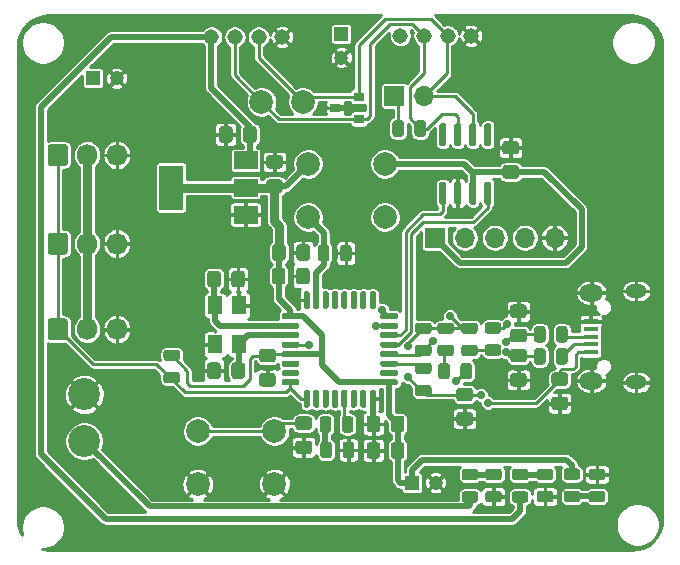
<source format=gbr>
%TF.GenerationSoftware,KiCad,Pcbnew,(5.1.6)-1*%
%TF.CreationDate,2021-06-25T13:52:16+02:00*%
%TF.ProjectId,sensor-v2-board,73656e73-6f72-42d7-9632-2d626f617264,rev?*%
%TF.SameCoordinates,Original*%
%TF.FileFunction,Copper,L1,Top*%
%TF.FilePolarity,Positive*%
%FSLAX46Y46*%
G04 Gerber Fmt 4.6, Leading zero omitted, Abs format (unit mm)*
G04 Created by KiCad (PCBNEW (5.1.6)-1) date 2021-06-25 13:52:16*
%MOMM*%
%LPD*%
G01*
G04 APERTURE LIST*
%TA.AperFunction,SMDPad,CuDef*%
%ADD10R,1.300000X0.450000*%
%TD*%
%TA.AperFunction,ComponentPad*%
%ADD11O,2.000000X1.450000*%
%TD*%
%TA.AperFunction,ComponentPad*%
%ADD12O,1.800000X1.150000*%
%TD*%
%TA.AperFunction,ComponentPad*%
%ADD13C,2.700000*%
%TD*%
%TA.AperFunction,SMDPad,CuDef*%
%ADD14R,2.000000X3.800000*%
%TD*%
%TA.AperFunction,SMDPad,CuDef*%
%ADD15R,2.000000X1.500000*%
%TD*%
%TA.AperFunction,SMDPad,CuDef*%
%ADD16R,0.900000X0.800000*%
%TD*%
%TA.AperFunction,ComponentPad*%
%ADD17O,1.700000X1.850000*%
%TD*%
%TA.AperFunction,ComponentPad*%
%ADD18C,1.308000*%
%TD*%
%TA.AperFunction,ComponentPad*%
%ADD19R,1.700000X1.700000*%
%TD*%
%TA.AperFunction,ComponentPad*%
%ADD20O,1.700000X1.700000*%
%TD*%
%TA.AperFunction,ComponentPad*%
%ADD21C,2.000000*%
%TD*%
%TA.AperFunction,ComponentPad*%
%ADD22C,1.200000*%
%TD*%
%TA.AperFunction,ComponentPad*%
%ADD23R,1.200000X1.200000*%
%TD*%
%TA.AperFunction,SMDPad,CuDef*%
%ADD24R,1.300000X1.600000*%
%TD*%
%TA.AperFunction,ViaPad*%
%ADD25C,0.700000*%
%TD*%
%TA.AperFunction,ViaPad*%
%ADD26C,0.600000*%
%TD*%
%TA.AperFunction,Conductor*%
%ADD27C,0.500000*%
%TD*%
%TA.AperFunction,Conductor*%
%ADD28C,0.750000*%
%TD*%
%TA.AperFunction,Conductor*%
%ADD29C,0.250000*%
%TD*%
%TA.AperFunction,Conductor*%
%ADD30C,0.254000*%
%TD*%
G04 APERTURE END LIST*
D10*
%TO.P,J8,1*%
%TO.N,5VUSB*%
X160375000Y-128175000D03*
%TO.P,J8,2*%
%TO.N,USB_DM*%
X160375000Y-127525000D03*
%TO.P,J8,3*%
%TO.N,USB_DP*%
X160375000Y-126875000D03*
%TO.P,J8,4*%
%TO.N,Net-(J8-Pad4)*%
X160375000Y-126225000D03*
%TO.P,J8,5*%
%TO.N,GND*%
X160375000Y-125575000D03*
D11*
%TO.P,J8,6*%
X160425000Y-130600000D03*
X160425000Y-123150000D03*
D12*
X164225000Y-130750000D03*
X164225000Y-123000000D03*
%TD*%
D13*
%TO.P,J4,2*%
%TO.N,GND*%
X117500000Y-131770000D03*
%TO.P,J4,1*%
%TO.N,+5VP*%
X117500000Y-135730000D03*
%TD*%
%TO.P,R13,2*%
%TO.N,Net-(C16-Pad1)*%
%TA.AperFunction,SMDPad,CuDef*%
G36*
G01*
X145743750Y-130950000D02*
X146656250Y-130950000D01*
G75*
G02*
X146900000Y-131193750I0J-243750D01*
G01*
X146900000Y-131681250D01*
G75*
G02*
X146656250Y-131925000I-243750J0D01*
G01*
X145743750Y-131925000D01*
G75*
G02*
X145500000Y-131681250I0J243750D01*
G01*
X145500000Y-131193750D01*
G75*
G02*
X145743750Y-130950000I243750J0D01*
G01*
G37*
%TD.AperFunction*%
%TO.P,R13,1*%
%TO.N,RXD*%
%TA.AperFunction,SMDPad,CuDef*%
G36*
G01*
X145743750Y-129075000D02*
X146656250Y-129075000D01*
G75*
G02*
X146900000Y-129318750I0J-243750D01*
G01*
X146900000Y-129806250D01*
G75*
G02*
X146656250Y-130050000I-243750J0D01*
G01*
X145743750Y-130050000D01*
G75*
G02*
X145500000Y-129806250I0J243750D01*
G01*
X145500000Y-129318750D01*
G75*
G02*
X145743750Y-129075000I243750J0D01*
G01*
G37*
%TD.AperFunction*%
%TD*%
%TO.P,R12,2*%
%TO.N,Net-(C16-Pad1)*%
%TA.AperFunction,SMDPad,CuDef*%
G36*
G01*
X146656250Y-126650000D02*
X145743750Y-126650000D01*
G75*
G02*
X145500000Y-126406250I0J243750D01*
G01*
X145500000Y-125918750D01*
G75*
G02*
X145743750Y-125675000I243750J0D01*
G01*
X146656250Y-125675000D01*
G75*
G02*
X146900000Y-125918750I0J-243750D01*
G01*
X146900000Y-126406250D01*
G75*
G02*
X146656250Y-126650000I-243750J0D01*
G01*
G37*
%TD.AperFunction*%
%TO.P,R12,1*%
%TO.N,TXD*%
%TA.AperFunction,SMDPad,CuDef*%
G36*
G01*
X146656250Y-128525000D02*
X145743750Y-128525000D01*
G75*
G02*
X145500000Y-128281250I0J243750D01*
G01*
X145500000Y-127793750D01*
G75*
G02*
X145743750Y-127550000I243750J0D01*
G01*
X146656250Y-127550000D01*
G75*
G02*
X146900000Y-127793750I0J-243750D01*
G01*
X146900000Y-128281250D01*
G75*
G02*
X146656250Y-128525000I-243750J0D01*
G01*
G37*
%TD.AperFunction*%
%TD*%
%TO.P,R10,1*%
%TO.N,USB_DPO*%
%TA.AperFunction,SMDPad,CuDef*%
G36*
G01*
X155575000Y-127131250D02*
X155575000Y-126218750D01*
G75*
G02*
X155818750Y-125975000I243750J0D01*
G01*
X156306250Y-125975000D01*
G75*
G02*
X156550000Y-126218750I0J-243750D01*
G01*
X156550000Y-127131250D01*
G75*
G02*
X156306250Y-127375000I-243750J0D01*
G01*
X155818750Y-127375000D01*
G75*
G02*
X155575000Y-127131250I0J243750D01*
G01*
G37*
%TD.AperFunction*%
%TO.P,R10,2*%
%TO.N,USB_DP*%
%TA.AperFunction,SMDPad,CuDef*%
G36*
G01*
X157450000Y-127131250D02*
X157450000Y-126218750D01*
G75*
G02*
X157693750Y-125975000I243750J0D01*
G01*
X158181250Y-125975000D01*
G75*
G02*
X158425000Y-126218750I0J-243750D01*
G01*
X158425000Y-127131250D01*
G75*
G02*
X158181250Y-127375000I-243750J0D01*
G01*
X157693750Y-127375000D01*
G75*
G02*
X157450000Y-127131250I0J243750D01*
G01*
G37*
%TD.AperFunction*%
%TD*%
D14*
%TO.P,U1,2*%
%TO.N,+3V3*%
X124850000Y-114250000D03*
D15*
X131150000Y-114250000D03*
%TO.P,U1,3*%
%TO.N,+5V*%
X131150000Y-111950000D03*
%TO.P,U1,1*%
%TO.N,GND*%
X131150000Y-116550000D03*
%TD*%
%TO.P,C1,2*%
%TO.N,GND*%
%TA.AperFunction,SMDPad,CuDef*%
G36*
G01*
X130050000Y-109299999D02*
X130050000Y-110200001D01*
G75*
G02*
X129800001Y-110450000I-249999J0D01*
G01*
X129149999Y-110450000D01*
G75*
G02*
X128900000Y-110200001I0J249999D01*
G01*
X128900000Y-109299999D01*
G75*
G02*
X129149999Y-109050000I249999J0D01*
G01*
X129800001Y-109050000D01*
G75*
G02*
X130050000Y-109299999I0J-249999D01*
G01*
G37*
%TD.AperFunction*%
%TO.P,C1,1*%
%TO.N,+5V*%
%TA.AperFunction,SMDPad,CuDef*%
G36*
G01*
X132100000Y-109299999D02*
X132100000Y-110200001D01*
G75*
G02*
X131850001Y-110450000I-249999J0D01*
G01*
X131199999Y-110450000D01*
G75*
G02*
X130950000Y-110200001I0J249999D01*
G01*
X130950000Y-109299999D01*
G75*
G02*
X131199999Y-109050000I249999J0D01*
G01*
X131850001Y-109050000D01*
G75*
G02*
X132100000Y-109299999I0J-249999D01*
G01*
G37*
%TD.AperFunction*%
%TD*%
%TO.P,C4,2*%
%TO.N,GND*%
%TA.AperFunction,SMDPad,CuDef*%
G36*
G01*
X134050001Y-112650000D02*
X133149999Y-112650000D01*
G75*
G02*
X132900000Y-112400001I0J249999D01*
G01*
X132900000Y-111749999D01*
G75*
G02*
X133149999Y-111500000I249999J0D01*
G01*
X134050001Y-111500000D01*
G75*
G02*
X134300000Y-111749999I0J-249999D01*
G01*
X134300000Y-112400001D01*
G75*
G02*
X134050001Y-112650000I-249999J0D01*
G01*
G37*
%TD.AperFunction*%
%TO.P,C4,1*%
%TO.N,+3V3*%
%TA.AperFunction,SMDPad,CuDef*%
G36*
G01*
X134050001Y-114700000D02*
X133149999Y-114700000D01*
G75*
G02*
X132900000Y-114450001I0J249999D01*
G01*
X132900000Y-113799999D01*
G75*
G02*
X133149999Y-113550000I249999J0D01*
G01*
X134050001Y-113550000D01*
G75*
G02*
X134300000Y-113799999I0J-249999D01*
G01*
X134300000Y-114450001D01*
G75*
G02*
X134050001Y-114700000I-249999J0D01*
G01*
G37*
%TD.AperFunction*%
%TD*%
%TO.P,C6,1*%
%TO.N,Net-(C6-Pad1)*%
%TA.AperFunction,SMDPad,CuDef*%
G36*
G01*
X127900000Y-122450001D02*
X127900000Y-121549999D01*
G75*
G02*
X128149999Y-121300000I249999J0D01*
G01*
X128800001Y-121300000D01*
G75*
G02*
X129050000Y-121549999I0J-249999D01*
G01*
X129050000Y-122450001D01*
G75*
G02*
X128800001Y-122700000I-249999J0D01*
G01*
X128149999Y-122700000D01*
G75*
G02*
X127900000Y-122450001I0J249999D01*
G01*
G37*
%TD.AperFunction*%
%TO.P,C6,2*%
%TO.N,GND*%
%TA.AperFunction,SMDPad,CuDef*%
G36*
G01*
X129950000Y-122450001D02*
X129950000Y-121549999D01*
G75*
G02*
X130199999Y-121300000I249999J0D01*
G01*
X130850001Y-121300000D01*
G75*
G02*
X131100000Y-121549999I0J-249999D01*
G01*
X131100000Y-122450001D01*
G75*
G02*
X130850001Y-122700000I-249999J0D01*
G01*
X130199999Y-122700000D01*
G75*
G02*
X129950000Y-122450001I0J249999D01*
G01*
G37*
%TD.AperFunction*%
%TD*%
%TO.P,C7,2*%
%TO.N,GND*%
%TA.AperFunction,SMDPad,CuDef*%
G36*
G01*
X129050000Y-129299999D02*
X129050000Y-130200001D01*
G75*
G02*
X128800001Y-130450000I-249999J0D01*
G01*
X128149999Y-130450000D01*
G75*
G02*
X127900000Y-130200001I0J249999D01*
G01*
X127900000Y-129299999D01*
G75*
G02*
X128149999Y-129050000I249999J0D01*
G01*
X128800001Y-129050000D01*
G75*
G02*
X129050000Y-129299999I0J-249999D01*
G01*
G37*
%TD.AperFunction*%
%TO.P,C7,1*%
%TO.N,Net-(C7-Pad1)*%
%TA.AperFunction,SMDPad,CuDef*%
G36*
G01*
X131100000Y-129299999D02*
X131100000Y-130200001D01*
G75*
G02*
X130850001Y-130450000I-249999J0D01*
G01*
X130199999Y-130450000D01*
G75*
G02*
X129950000Y-130200001I0J249999D01*
G01*
X129950000Y-129299999D01*
G75*
G02*
X130199999Y-129050000I249999J0D01*
G01*
X130850001Y-129050000D01*
G75*
G02*
X131100000Y-129299999I0J-249999D01*
G01*
G37*
%TD.AperFunction*%
%TD*%
%TO.P,C8,2*%
%TO.N,RST*%
%TA.AperFunction,SMDPad,CuDef*%
G36*
G01*
X136525001Y-134775000D02*
X135624999Y-134775000D01*
G75*
G02*
X135375000Y-134525001I0J249999D01*
G01*
X135375000Y-133874999D01*
G75*
G02*
X135624999Y-133625000I249999J0D01*
G01*
X136525001Y-133625000D01*
G75*
G02*
X136775000Y-133874999I0J-249999D01*
G01*
X136775000Y-134525001D01*
G75*
G02*
X136525001Y-134775000I-249999J0D01*
G01*
G37*
%TD.AperFunction*%
%TO.P,C8,1*%
%TO.N,GND*%
%TA.AperFunction,SMDPad,CuDef*%
G36*
G01*
X136525001Y-136825000D02*
X135624999Y-136825000D01*
G75*
G02*
X135375000Y-136575001I0J249999D01*
G01*
X135375000Y-135924999D01*
G75*
G02*
X135624999Y-135675000I249999J0D01*
G01*
X136525001Y-135675000D01*
G75*
G02*
X136775000Y-135924999I0J-249999D01*
G01*
X136775000Y-136575001D01*
G75*
G02*
X136525001Y-136825000I-249999J0D01*
G01*
G37*
%TD.AperFunction*%
%TD*%
%TO.P,C9,1*%
%TO.N,+3V3*%
%TA.AperFunction,SMDPad,CuDef*%
G36*
G01*
X154050001Y-113500000D02*
X153149999Y-113500000D01*
G75*
G02*
X152900000Y-113250001I0J249999D01*
G01*
X152900000Y-112599999D01*
G75*
G02*
X153149999Y-112350000I249999J0D01*
G01*
X154050001Y-112350000D01*
G75*
G02*
X154300000Y-112599999I0J-249999D01*
G01*
X154300000Y-113250001D01*
G75*
G02*
X154050001Y-113500000I-249999J0D01*
G01*
G37*
%TD.AperFunction*%
%TO.P,C9,2*%
%TO.N,GND*%
%TA.AperFunction,SMDPad,CuDef*%
G36*
G01*
X154050001Y-111450000D02*
X153149999Y-111450000D01*
G75*
G02*
X152900000Y-111200001I0J249999D01*
G01*
X152900000Y-110549999D01*
G75*
G02*
X153149999Y-110300000I249999J0D01*
G01*
X154050001Y-110300000D01*
G75*
G02*
X154300000Y-110549999I0J-249999D01*
G01*
X154300000Y-111200001D01*
G75*
G02*
X154050001Y-111450000I-249999J0D01*
G01*
G37*
%TD.AperFunction*%
%TD*%
%TO.P,C10,1*%
%TO.N,+3V3*%
%TA.AperFunction,SMDPad,CuDef*%
G36*
G01*
X133375000Y-122200001D02*
X133375000Y-121299999D01*
G75*
G02*
X133624999Y-121050000I249999J0D01*
G01*
X134275001Y-121050000D01*
G75*
G02*
X134525000Y-121299999I0J-249999D01*
G01*
X134525000Y-122200001D01*
G75*
G02*
X134275001Y-122450000I-249999J0D01*
G01*
X133624999Y-122450000D01*
G75*
G02*
X133375000Y-122200001I0J249999D01*
G01*
G37*
%TD.AperFunction*%
%TO.P,C10,2*%
%TO.N,GND*%
%TA.AperFunction,SMDPad,CuDef*%
G36*
G01*
X135425000Y-122200001D02*
X135425000Y-121299999D01*
G75*
G02*
X135674999Y-121050000I249999J0D01*
G01*
X136325001Y-121050000D01*
G75*
G02*
X136575000Y-121299999I0J-249999D01*
G01*
X136575000Y-122200001D01*
G75*
G02*
X136325001Y-122450000I-249999J0D01*
G01*
X135674999Y-122450000D01*
G75*
G02*
X135425000Y-122200001I0J249999D01*
G01*
G37*
%TD.AperFunction*%
%TD*%
%TO.P,C11,2*%
%TO.N,GND*%
%TA.AperFunction,SMDPad,CuDef*%
G36*
G01*
X142550000Y-133799999D02*
X142550000Y-134700001D01*
G75*
G02*
X142300001Y-134950000I-249999J0D01*
G01*
X141649999Y-134950000D01*
G75*
G02*
X141400000Y-134700001I0J249999D01*
G01*
X141400000Y-133799999D01*
G75*
G02*
X141649999Y-133550000I249999J0D01*
G01*
X142300001Y-133550000D01*
G75*
G02*
X142550000Y-133799999I0J-249999D01*
G01*
G37*
%TD.AperFunction*%
%TO.P,C11,1*%
%TO.N,+3V3*%
%TA.AperFunction,SMDPad,CuDef*%
G36*
G01*
X144600000Y-133799999D02*
X144600000Y-134700001D01*
G75*
G02*
X144350001Y-134950000I-249999J0D01*
G01*
X143699999Y-134950000D01*
G75*
G02*
X143450000Y-134700001I0J249999D01*
G01*
X143450000Y-133799999D01*
G75*
G02*
X143699999Y-133550000I249999J0D01*
G01*
X144350001Y-133550000D01*
G75*
G02*
X144600000Y-133799999I0J-249999D01*
G01*
G37*
%TD.AperFunction*%
%TD*%
%TO.P,C12,1*%
%TO.N,+3V3*%
%TA.AperFunction,SMDPad,CuDef*%
G36*
G01*
X133400000Y-120200001D02*
X133400000Y-119299999D01*
G75*
G02*
X133649999Y-119050000I249999J0D01*
G01*
X134300001Y-119050000D01*
G75*
G02*
X134550000Y-119299999I0J-249999D01*
G01*
X134550000Y-120200001D01*
G75*
G02*
X134300001Y-120450000I-249999J0D01*
G01*
X133649999Y-120450000D01*
G75*
G02*
X133400000Y-120200001I0J249999D01*
G01*
G37*
%TD.AperFunction*%
%TO.P,C12,2*%
%TO.N,GND*%
%TA.AperFunction,SMDPad,CuDef*%
G36*
G01*
X135450000Y-120200001D02*
X135450000Y-119299999D01*
G75*
G02*
X135699999Y-119050000I249999J0D01*
G01*
X136350001Y-119050000D01*
G75*
G02*
X136600000Y-119299999I0J-249999D01*
G01*
X136600000Y-120200001D01*
G75*
G02*
X136350001Y-120450000I-249999J0D01*
G01*
X135699999Y-120450000D01*
G75*
G02*
X135450000Y-120200001I0J249999D01*
G01*
G37*
%TD.AperFunction*%
%TD*%
%TO.P,C13,2*%
%TO.N,GND*%
%TA.AperFunction,SMDPad,CuDef*%
G36*
G01*
X132549999Y-129950000D02*
X133450001Y-129950000D01*
G75*
G02*
X133700000Y-130199999I0J-249999D01*
G01*
X133700000Y-130850001D01*
G75*
G02*
X133450001Y-131100000I-249999J0D01*
G01*
X132549999Y-131100000D01*
G75*
G02*
X132300000Y-130850001I0J249999D01*
G01*
X132300000Y-130199999D01*
G75*
G02*
X132549999Y-129950000I249999J0D01*
G01*
G37*
%TD.AperFunction*%
%TO.P,C13,1*%
%TO.N,+3V3*%
%TA.AperFunction,SMDPad,CuDef*%
G36*
G01*
X132549999Y-127900000D02*
X133450001Y-127900000D01*
G75*
G02*
X133700000Y-128149999I0J-249999D01*
G01*
X133700000Y-128800001D01*
G75*
G02*
X133450001Y-129050000I-249999J0D01*
G01*
X132549999Y-129050000D01*
G75*
G02*
X132300000Y-128800001I0J249999D01*
G01*
X132300000Y-128149999D01*
G75*
G02*
X132549999Y-127900000I249999J0D01*
G01*
G37*
%TD.AperFunction*%
%TD*%
%TO.P,C14,1*%
%TO.N,+3V3*%
%TA.AperFunction,SMDPad,CuDef*%
G36*
G01*
X144600000Y-136049999D02*
X144600000Y-136950001D01*
G75*
G02*
X144350001Y-137200000I-249999J0D01*
G01*
X143699999Y-137200000D01*
G75*
G02*
X143450000Y-136950001I0J249999D01*
G01*
X143450000Y-136049999D01*
G75*
G02*
X143699999Y-135800000I249999J0D01*
G01*
X144350001Y-135800000D01*
G75*
G02*
X144600000Y-136049999I0J-249999D01*
G01*
G37*
%TD.AperFunction*%
%TO.P,C14,2*%
%TO.N,GND*%
%TA.AperFunction,SMDPad,CuDef*%
G36*
G01*
X142550000Y-136049999D02*
X142550000Y-136950001D01*
G75*
G02*
X142300001Y-137200000I-249999J0D01*
G01*
X141649999Y-137200000D01*
G75*
G02*
X141400000Y-136950001I0J249999D01*
G01*
X141400000Y-136049999D01*
G75*
G02*
X141649999Y-135800000I249999J0D01*
G01*
X142300001Y-135800000D01*
G75*
G02*
X142550000Y-136049999I0J-249999D01*
G01*
G37*
%TD.AperFunction*%
%TD*%
%TO.P,C15,2*%
%TO.N,GND*%
%TA.AperFunction,SMDPad,CuDef*%
G36*
G01*
X157299999Y-131950000D02*
X158200001Y-131950000D01*
G75*
G02*
X158450000Y-132199999I0J-249999D01*
G01*
X158450000Y-132850001D01*
G75*
G02*
X158200001Y-133100000I-249999J0D01*
G01*
X157299999Y-133100000D01*
G75*
G02*
X157050000Y-132850001I0J249999D01*
G01*
X157050000Y-132199999D01*
G75*
G02*
X157299999Y-131950000I249999J0D01*
G01*
G37*
%TD.AperFunction*%
%TO.P,C15,1*%
%TO.N,5VUSB*%
%TA.AperFunction,SMDPad,CuDef*%
G36*
G01*
X157299999Y-129900000D02*
X158200001Y-129900000D01*
G75*
G02*
X158450000Y-130149999I0J-249999D01*
G01*
X158450000Y-130800001D01*
G75*
G02*
X158200001Y-131050000I-249999J0D01*
G01*
X157299999Y-131050000D01*
G75*
G02*
X157050000Y-130800001I0J249999D01*
G01*
X157050000Y-130149999D01*
G75*
G02*
X157299999Y-129900000I249999J0D01*
G01*
G37*
%TD.AperFunction*%
%TD*%
%TO.P,C16,1*%
%TO.N,Net-(C16-Pad1)*%
%TA.AperFunction,SMDPad,CuDef*%
G36*
G01*
X149249999Y-131200000D02*
X150150001Y-131200000D01*
G75*
G02*
X150400000Y-131449999I0J-249999D01*
G01*
X150400000Y-132100001D01*
G75*
G02*
X150150001Y-132350000I-249999J0D01*
G01*
X149249999Y-132350000D01*
G75*
G02*
X149000000Y-132100001I0J249999D01*
G01*
X149000000Y-131449999D01*
G75*
G02*
X149249999Y-131200000I249999J0D01*
G01*
G37*
%TD.AperFunction*%
%TO.P,C16,2*%
%TO.N,GND*%
%TA.AperFunction,SMDPad,CuDef*%
G36*
G01*
X149249999Y-133250000D02*
X150150001Y-133250000D01*
G75*
G02*
X150400000Y-133499999I0J-249999D01*
G01*
X150400000Y-134150001D01*
G75*
G02*
X150150001Y-134400000I-249999J0D01*
G01*
X149249999Y-134400000D01*
G75*
G02*
X149000000Y-134150001I0J249999D01*
G01*
X149000000Y-133499999D01*
G75*
G02*
X149249999Y-133250000I249999J0D01*
G01*
G37*
%TD.AperFunction*%
%TD*%
%TO.P,C17,2*%
%TO.N,GND*%
%TA.AperFunction,SMDPad,CuDef*%
G36*
G01*
X153799999Y-129950000D02*
X154700001Y-129950000D01*
G75*
G02*
X154950000Y-130199999I0J-249999D01*
G01*
X154950000Y-130850001D01*
G75*
G02*
X154700001Y-131100000I-249999J0D01*
G01*
X153799999Y-131100000D01*
G75*
G02*
X153550000Y-130850001I0J249999D01*
G01*
X153550000Y-130199999D01*
G75*
G02*
X153799999Y-129950000I249999J0D01*
G01*
G37*
%TD.AperFunction*%
%TO.P,C17,1*%
%TO.N,USB_DMo*%
%TA.AperFunction,SMDPad,CuDef*%
G36*
G01*
X153799999Y-127900000D02*
X154700001Y-127900000D01*
G75*
G02*
X154950000Y-128149999I0J-249999D01*
G01*
X154950000Y-128800001D01*
G75*
G02*
X154700001Y-129050000I-249999J0D01*
G01*
X153799999Y-129050000D01*
G75*
G02*
X153550000Y-128800001I0J249999D01*
G01*
X153550000Y-128149999D01*
G75*
G02*
X153799999Y-127900000I249999J0D01*
G01*
G37*
%TD.AperFunction*%
%TD*%
%TO.P,C18,1*%
%TO.N,USB_DPO*%
%TA.AperFunction,SMDPad,CuDef*%
G36*
G01*
X154700001Y-127350000D02*
X153799999Y-127350000D01*
G75*
G02*
X153550000Y-127100001I0J249999D01*
G01*
X153550000Y-126449999D01*
G75*
G02*
X153799999Y-126200000I249999J0D01*
G01*
X154700001Y-126200000D01*
G75*
G02*
X154950000Y-126449999I0J-249999D01*
G01*
X154950000Y-127100001D01*
G75*
G02*
X154700001Y-127350000I-249999J0D01*
G01*
G37*
%TD.AperFunction*%
%TO.P,C18,2*%
%TO.N,GND*%
%TA.AperFunction,SMDPad,CuDef*%
G36*
G01*
X154700001Y-125300000D02*
X153799999Y-125300000D01*
G75*
G02*
X153550000Y-125050001I0J249999D01*
G01*
X153550000Y-124399999D01*
G75*
G02*
X153799999Y-124150000I249999J0D01*
G01*
X154700001Y-124150000D01*
G75*
G02*
X154950000Y-124399999I0J-249999D01*
G01*
X154950000Y-125050001D01*
G75*
G02*
X154700001Y-125300000I-249999J0D01*
G01*
G37*
%TD.AperFunction*%
%TD*%
%TO.P,5VP,1*%
%TO.N,Net-(D1-Pad1)*%
%TA.AperFunction,SMDPad,CuDef*%
G36*
G01*
X149693750Y-138075000D02*
X150606250Y-138075000D01*
G75*
G02*
X150850000Y-138318750I0J-243750D01*
G01*
X150850000Y-138806250D01*
G75*
G02*
X150606250Y-139050000I-243750J0D01*
G01*
X149693750Y-139050000D01*
G75*
G02*
X149450000Y-138806250I0J243750D01*
G01*
X149450000Y-138318750D01*
G75*
G02*
X149693750Y-138075000I243750J0D01*
G01*
G37*
%TD.AperFunction*%
%TO.P,5VP,2*%
%TO.N,+5VP*%
%TA.AperFunction,SMDPad,CuDef*%
G36*
G01*
X149693750Y-139950000D02*
X150606250Y-139950000D01*
G75*
G02*
X150850000Y-140193750I0J-243750D01*
G01*
X150850000Y-140681250D01*
G75*
G02*
X150606250Y-140925000I-243750J0D01*
G01*
X149693750Y-140925000D01*
G75*
G02*
X149450000Y-140681250I0J243750D01*
G01*
X149450000Y-140193750D01*
G75*
G02*
X149693750Y-139950000I243750J0D01*
G01*
G37*
%TD.AperFunction*%
%TD*%
%TO.P,5V,2*%
%TO.N,+5V*%
%TA.AperFunction,SMDPad,CuDef*%
G36*
G01*
X153943750Y-139950000D02*
X154856250Y-139950000D01*
G75*
G02*
X155100000Y-140193750I0J-243750D01*
G01*
X155100000Y-140681250D01*
G75*
G02*
X154856250Y-140925000I-243750J0D01*
G01*
X153943750Y-140925000D01*
G75*
G02*
X153700000Y-140681250I0J243750D01*
G01*
X153700000Y-140193750D01*
G75*
G02*
X153943750Y-139950000I243750J0D01*
G01*
G37*
%TD.AperFunction*%
%TO.P,5V,1*%
%TO.N,Net-(D2-Pad1)*%
%TA.AperFunction,SMDPad,CuDef*%
G36*
G01*
X153943750Y-138075000D02*
X154856250Y-138075000D01*
G75*
G02*
X155100000Y-138318750I0J-243750D01*
G01*
X155100000Y-138806250D01*
G75*
G02*
X154856250Y-139050000I-243750J0D01*
G01*
X153943750Y-139050000D01*
G75*
G02*
X153700000Y-138806250I0J243750D01*
G01*
X153700000Y-138318750D01*
G75*
G02*
X153943750Y-138075000I243750J0D01*
G01*
G37*
%TD.AperFunction*%
%TD*%
%TO.P,3V3,1*%
%TO.N,Net-(D3-Pad1)*%
%TA.AperFunction,SMDPad,CuDef*%
G36*
G01*
X159236251Y-140885000D02*
X158323751Y-140885000D01*
G75*
G02*
X158080001Y-140641250I0J243750D01*
G01*
X158080001Y-140153750D01*
G75*
G02*
X158323751Y-139910000I243750J0D01*
G01*
X159236251Y-139910000D01*
G75*
G02*
X159480001Y-140153750I0J-243750D01*
G01*
X159480001Y-140641250D01*
G75*
G02*
X159236251Y-140885000I-243750J0D01*
G01*
G37*
%TD.AperFunction*%
%TO.P,3V3,2*%
%TO.N,+3V3*%
%TA.AperFunction,SMDPad,CuDef*%
G36*
G01*
X159236251Y-139010000D02*
X158323751Y-139010000D01*
G75*
G02*
X158080001Y-138766250I0J243750D01*
G01*
X158080001Y-138278750D01*
G75*
G02*
X158323751Y-138035000I243750J0D01*
G01*
X159236251Y-138035000D01*
G75*
G02*
X159480001Y-138278750I0J-243750D01*
G01*
X159480001Y-138766250D01*
G75*
G02*
X159236251Y-139010000I-243750J0D01*
G01*
G37*
%TD.AperFunction*%
%TD*%
%TO.P,TEST,2*%
%TO.N,Net-(D4-Pad2)*%
%TA.AperFunction,SMDPad,CuDef*%
G36*
G01*
X139300000Y-134756250D02*
X139300000Y-133843750D01*
G75*
G02*
X139543750Y-133600000I243750J0D01*
G01*
X140031250Y-133600000D01*
G75*
G02*
X140275000Y-133843750I0J-243750D01*
G01*
X140275000Y-134756250D01*
G75*
G02*
X140031250Y-135000000I-243750J0D01*
G01*
X139543750Y-135000000D01*
G75*
G02*
X139300000Y-134756250I0J243750D01*
G01*
G37*
%TD.AperFunction*%
%TO.P,TEST,1*%
%TO.N,Net-(D4-Pad1)*%
%TA.AperFunction,SMDPad,CuDef*%
G36*
G01*
X137425000Y-134756250D02*
X137425000Y-133843750D01*
G75*
G02*
X137668750Y-133600000I243750J0D01*
G01*
X138156250Y-133600000D01*
G75*
G02*
X138400000Y-133843750I0J-243750D01*
G01*
X138400000Y-134756250D01*
G75*
G02*
X138156250Y-135000000I-243750J0D01*
G01*
X137668750Y-135000000D01*
G75*
G02*
X137425000Y-134756250I0J243750D01*
G01*
G37*
%TD.AperFunction*%
%TD*%
D16*
%TO.P,D5,1*%
%TO.N,CANH*%
X140750000Y-108450000D03*
%TO.P,D5,2*%
%TO.N,CANL*%
X140750000Y-106550000D03*
%TO.P,D5,3*%
%TO.N,GND*%
X138750000Y-107500000D03*
%TD*%
%TO.P,RX,1*%
%TO.N,Net-(D6-Pad1)*%
%TA.AperFunction,SMDPad,CuDef*%
G36*
G01*
X148556250Y-128525000D02*
X147643750Y-128525000D01*
G75*
G02*
X147400000Y-128281250I0J243750D01*
G01*
X147400000Y-127793750D01*
G75*
G02*
X147643750Y-127550000I243750J0D01*
G01*
X148556250Y-127550000D01*
G75*
G02*
X148800000Y-127793750I0J-243750D01*
G01*
X148800000Y-128281250D01*
G75*
G02*
X148556250Y-128525000I-243750J0D01*
G01*
G37*
%TD.AperFunction*%
%TO.P,RX,2*%
%TO.N,Net-(C16-Pad1)*%
%TA.AperFunction,SMDPad,CuDef*%
G36*
G01*
X148556250Y-126650000D02*
X147643750Y-126650000D01*
G75*
G02*
X147400000Y-126406250I0J243750D01*
G01*
X147400000Y-125918750D01*
G75*
G02*
X147643750Y-125675000I243750J0D01*
G01*
X148556250Y-125675000D01*
G75*
G02*
X148800000Y-125918750I0J-243750D01*
G01*
X148800000Y-126406250D01*
G75*
G02*
X148556250Y-126650000I-243750J0D01*
G01*
G37*
%TD.AperFunction*%
%TD*%
%TO.P,TX,2*%
%TO.N,Net-(C16-Pad1)*%
%TA.AperFunction,SMDPad,CuDef*%
G36*
G01*
X150556250Y-126650000D02*
X149643750Y-126650000D01*
G75*
G02*
X149400000Y-126406250I0J243750D01*
G01*
X149400000Y-125918750D01*
G75*
G02*
X149643750Y-125675000I243750J0D01*
G01*
X150556250Y-125675000D01*
G75*
G02*
X150800000Y-125918750I0J-243750D01*
G01*
X150800000Y-126406250D01*
G75*
G02*
X150556250Y-126650000I-243750J0D01*
G01*
G37*
%TD.AperFunction*%
%TO.P,TX,1*%
%TO.N,Net-(D7-Pad1)*%
%TA.AperFunction,SMDPad,CuDef*%
G36*
G01*
X150556250Y-128525000D02*
X149643750Y-128525000D01*
G75*
G02*
X149400000Y-128281250I0J243750D01*
G01*
X149400000Y-127793750D01*
G75*
G02*
X149643750Y-127550000I243750J0D01*
G01*
X150556250Y-127550000D01*
G75*
G02*
X150800000Y-127793750I0J-243750D01*
G01*
X150800000Y-128281250D01*
G75*
G02*
X150556250Y-128525000I-243750J0D01*
G01*
G37*
%TD.AperFunction*%
%TD*%
%TO.P,J1,1*%
%TO.N,SERVO_BUS*%
%TA.AperFunction,ComponentPad*%
G36*
G01*
X114400000Y-119675000D02*
X114400000Y-118325000D01*
G75*
G02*
X114650000Y-118075000I250000J0D01*
G01*
X115850000Y-118075000D01*
G75*
G02*
X116100000Y-118325000I0J-250000D01*
G01*
X116100000Y-119675000D01*
G75*
G02*
X115850000Y-119925000I-250000J0D01*
G01*
X114650000Y-119925000D01*
G75*
G02*
X114400000Y-119675000I0J250000D01*
G01*
G37*
%TD.AperFunction*%
D17*
%TO.P,J1,2*%
%TO.N,+5VP*%
X117750000Y-119000000D03*
%TO.P,J1,3*%
%TO.N,GND*%
X120250000Y-119000000D03*
%TD*%
%TO.P,J2,1*%
%TO.N,SERVO_BUS*%
%TA.AperFunction,ComponentPad*%
G36*
G01*
X114400000Y-112175000D02*
X114400000Y-110825000D01*
G75*
G02*
X114650000Y-110575000I250000J0D01*
G01*
X115850000Y-110575000D01*
G75*
G02*
X116100000Y-110825000I0J-250000D01*
G01*
X116100000Y-112175000D01*
G75*
G02*
X115850000Y-112425000I-250000J0D01*
G01*
X114650000Y-112425000D01*
G75*
G02*
X114400000Y-112175000I0J250000D01*
G01*
G37*
%TD.AperFunction*%
%TO.P,J2,2*%
%TO.N,+5VP*%
X117750000Y-111500000D03*
%TO.P,J2,3*%
%TO.N,GND*%
X120250000Y-111500000D03*
%TD*%
%TO.P,J3,3*%
%TO.N,GND*%
X120250000Y-126250000D03*
%TO.P,J3,2*%
%TO.N,+5VP*%
X117750000Y-126250000D03*
%TO.P,J3,1*%
%TO.N,SERVO_BUS*%
%TA.AperFunction,ComponentPad*%
G36*
G01*
X114400000Y-126925000D02*
X114400000Y-125575000D01*
G75*
G02*
X114650000Y-125325000I250000J0D01*
G01*
X115850000Y-125325000D01*
G75*
G02*
X116100000Y-125575000I0J-250000D01*
G01*
X116100000Y-126925000D01*
G75*
G02*
X115850000Y-127175000I-250000J0D01*
G01*
X114650000Y-127175000D01*
G75*
G02*
X114400000Y-126925000I0J250000D01*
G01*
G37*
%TD.AperFunction*%
%TD*%
D18*
%TO.P,J5,1*%
%TO.N,+5V*%
X128250000Y-101500000D03*
%TO.P,J5,2*%
%TO.N,CANH*%
X130250000Y-101500000D03*
%TO.P,J5,3*%
%TO.N,CANL*%
X132250000Y-101500000D03*
%TO.P,J5,4*%
%TO.N,GND*%
X134250000Y-101500000D03*
%TD*%
%TO.P,J6,4*%
%TO.N,GND*%
X150250000Y-101400000D03*
%TO.P,J6,3*%
%TO.N,CANL*%
X148250000Y-101400000D03*
%TO.P,J6,2*%
%TO.N,CANH*%
X146250000Y-101400000D03*
%TO.P,J6,1*%
%TO.N,+5V*%
X144250000Y-101400000D03*
%TD*%
D19*
%TO.P,SWD,1*%
%TO.N,+3V3*%
X147170000Y-118500000D03*
D20*
%TO.P,SWD,2*%
%TO.N,RST*%
X149710000Y-118500000D03*
%TO.P,SWD,3*%
%TO.N,SWDCLK*%
X152250000Y-118500000D03*
%TO.P,SWD,4*%
%TO.N,SWDIO*%
X154790000Y-118500000D03*
%TO.P,SWD,5*%
%TO.N,GND*%
X157330000Y-118500000D03*
%TD*%
D19*
%TO.P,120,1*%
%TO.N,Net-(JP1-Pad1)*%
X143750000Y-106500000D03*
D20*
%TO.P,120,2*%
%TO.N,CANL*%
X146290000Y-106500000D03*
%TD*%
%TO.P,R1,1*%
%TO.N,GND*%
%TA.AperFunction,SMDPad,CuDef*%
G36*
G01*
X152606250Y-140905000D02*
X151693750Y-140905000D01*
G75*
G02*
X151450000Y-140661250I0J243750D01*
G01*
X151450000Y-140173750D01*
G75*
G02*
X151693750Y-139930000I243750J0D01*
G01*
X152606250Y-139930000D01*
G75*
G02*
X152850000Y-140173750I0J-243750D01*
G01*
X152850000Y-140661250D01*
G75*
G02*
X152606250Y-140905000I-243750J0D01*
G01*
G37*
%TD.AperFunction*%
%TO.P,R1,2*%
%TO.N,Net-(D1-Pad1)*%
%TA.AperFunction,SMDPad,CuDef*%
G36*
G01*
X152606250Y-139030000D02*
X151693750Y-139030000D01*
G75*
G02*
X151450000Y-138786250I0J243750D01*
G01*
X151450000Y-138298750D01*
G75*
G02*
X151693750Y-138055000I243750J0D01*
G01*
X152606250Y-138055000D01*
G75*
G02*
X152850000Y-138298750I0J-243750D01*
G01*
X152850000Y-138786250D01*
G75*
G02*
X152606250Y-139030000I-243750J0D01*
G01*
G37*
%TD.AperFunction*%
%TD*%
%TO.P,R2,2*%
%TO.N,Net-(D2-Pad1)*%
%TA.AperFunction,SMDPad,CuDef*%
G36*
G01*
X156971251Y-139030000D02*
X156058751Y-139030000D01*
G75*
G02*
X155815001Y-138786250I0J243750D01*
G01*
X155815001Y-138298750D01*
G75*
G02*
X156058751Y-138055000I243750J0D01*
G01*
X156971251Y-138055000D01*
G75*
G02*
X157215001Y-138298750I0J-243750D01*
G01*
X157215001Y-138786250D01*
G75*
G02*
X156971251Y-139030000I-243750J0D01*
G01*
G37*
%TD.AperFunction*%
%TO.P,R2,1*%
%TO.N,GND*%
%TA.AperFunction,SMDPad,CuDef*%
G36*
G01*
X156971251Y-140905000D02*
X156058751Y-140905000D01*
G75*
G02*
X155815001Y-140661250I0J243750D01*
G01*
X155815001Y-140173750D01*
G75*
G02*
X156058751Y-139930000I243750J0D01*
G01*
X156971251Y-139930000D01*
G75*
G02*
X157215001Y-140173750I0J-243750D01*
G01*
X157215001Y-140661250D01*
G75*
G02*
X156971251Y-140905000I-243750J0D01*
G01*
G37*
%TD.AperFunction*%
%TD*%
%TO.P,R3,1*%
%TO.N,GND*%
%TA.AperFunction,SMDPad,CuDef*%
G36*
G01*
X160443750Y-138055000D02*
X161356250Y-138055000D01*
G75*
G02*
X161600000Y-138298750I0J-243750D01*
G01*
X161600000Y-138786250D01*
G75*
G02*
X161356250Y-139030000I-243750J0D01*
G01*
X160443750Y-139030000D01*
G75*
G02*
X160200000Y-138786250I0J243750D01*
G01*
X160200000Y-138298750D01*
G75*
G02*
X160443750Y-138055000I243750J0D01*
G01*
G37*
%TD.AperFunction*%
%TO.P,R3,2*%
%TO.N,Net-(D3-Pad1)*%
%TA.AperFunction,SMDPad,CuDef*%
G36*
G01*
X160443750Y-139930000D02*
X161356250Y-139930000D01*
G75*
G02*
X161600000Y-140173750I0J-243750D01*
G01*
X161600000Y-140661250D01*
G75*
G02*
X161356250Y-140905000I-243750J0D01*
G01*
X160443750Y-140905000D01*
G75*
G02*
X160200000Y-140661250I0J243750D01*
G01*
X160200000Y-140173750D01*
G75*
G02*
X160443750Y-139930000I243750J0D01*
G01*
G37*
%TD.AperFunction*%
%TD*%
%TO.P,R4,2*%
%TO.N,Net-(R4-Pad2)*%
%TA.AperFunction,SMDPad,CuDef*%
G36*
G01*
X138250000Y-119343750D02*
X138250000Y-120256250D01*
G75*
G02*
X138006250Y-120500000I-243750J0D01*
G01*
X137518750Y-120500000D01*
G75*
G02*
X137275000Y-120256250I0J243750D01*
G01*
X137275000Y-119343750D01*
G75*
G02*
X137518750Y-119100000I243750J0D01*
G01*
X138006250Y-119100000D01*
G75*
G02*
X138250000Y-119343750I0J-243750D01*
G01*
G37*
%TD.AperFunction*%
%TO.P,R4,1*%
%TO.N,GND*%
%TA.AperFunction,SMDPad,CuDef*%
G36*
G01*
X140125000Y-119343750D02*
X140125000Y-120256250D01*
G75*
G02*
X139881250Y-120500000I-243750J0D01*
G01*
X139393750Y-120500000D01*
G75*
G02*
X139150000Y-120256250I0J243750D01*
G01*
X139150000Y-119343750D01*
G75*
G02*
X139393750Y-119100000I243750J0D01*
G01*
X139881250Y-119100000D01*
G75*
G02*
X140125000Y-119343750I0J-243750D01*
G01*
G37*
%TD.AperFunction*%
%TD*%
%TO.P,R5,1*%
%TO.N,CANH*%
%TA.AperFunction,SMDPad,CuDef*%
G36*
G01*
X146425000Y-108793750D02*
X146425000Y-109706250D01*
G75*
G02*
X146181250Y-109950000I-243750J0D01*
G01*
X145693750Y-109950000D01*
G75*
G02*
X145450000Y-109706250I0J243750D01*
G01*
X145450000Y-108793750D01*
G75*
G02*
X145693750Y-108550000I243750J0D01*
G01*
X146181250Y-108550000D01*
G75*
G02*
X146425000Y-108793750I0J-243750D01*
G01*
G37*
%TD.AperFunction*%
%TO.P,R5,2*%
%TO.N,Net-(JP1-Pad1)*%
%TA.AperFunction,SMDPad,CuDef*%
G36*
G01*
X144550000Y-108793750D02*
X144550000Y-109706250D01*
G75*
G02*
X144306250Y-109950000I-243750J0D01*
G01*
X143818750Y-109950000D01*
G75*
G02*
X143575000Y-109706250I0J243750D01*
G01*
X143575000Y-108793750D01*
G75*
G02*
X143818750Y-108550000I243750J0D01*
G01*
X144306250Y-108550000D01*
G75*
G02*
X144550000Y-108793750I0J-243750D01*
G01*
G37*
%TD.AperFunction*%
%TD*%
%TO.P,R6,2*%
%TO.N,+3V3*%
%TA.AperFunction,SMDPad,CuDef*%
G36*
G01*
X125356250Y-128950000D02*
X124443750Y-128950000D01*
G75*
G02*
X124200000Y-128706250I0J243750D01*
G01*
X124200000Y-128218750D01*
G75*
G02*
X124443750Y-127975000I243750J0D01*
G01*
X125356250Y-127975000D01*
G75*
G02*
X125600000Y-128218750I0J-243750D01*
G01*
X125600000Y-128706250D01*
G75*
G02*
X125356250Y-128950000I-243750J0D01*
G01*
G37*
%TD.AperFunction*%
%TO.P,R6,1*%
%TO.N,SERVO_BUS*%
%TA.AperFunction,SMDPad,CuDef*%
G36*
G01*
X125356250Y-130825000D02*
X124443750Y-130825000D01*
G75*
G02*
X124200000Y-130581250I0J243750D01*
G01*
X124200000Y-130093750D01*
G75*
G02*
X124443750Y-129850000I243750J0D01*
G01*
X125356250Y-129850000D01*
G75*
G02*
X125600000Y-130093750I0J-243750D01*
G01*
X125600000Y-130581250D01*
G75*
G02*
X125356250Y-130825000I-243750J0D01*
G01*
G37*
%TD.AperFunction*%
%TD*%
%TO.P,R7,1*%
%TO.N,Net-(D4-Pad1)*%
%TA.AperFunction,SMDPad,CuDef*%
G36*
G01*
X137490001Y-136921251D02*
X137490001Y-136008751D01*
G75*
G02*
X137733751Y-135765001I243750J0D01*
G01*
X138221251Y-135765001D01*
G75*
G02*
X138465001Y-136008751I0J-243750D01*
G01*
X138465001Y-136921251D01*
G75*
G02*
X138221251Y-137165001I-243750J0D01*
G01*
X137733751Y-137165001D01*
G75*
G02*
X137490001Y-136921251I0J243750D01*
G01*
G37*
%TD.AperFunction*%
%TO.P,R7,2*%
%TO.N,GND*%
%TA.AperFunction,SMDPad,CuDef*%
G36*
G01*
X139365001Y-136921251D02*
X139365001Y-136008751D01*
G75*
G02*
X139608751Y-135765001I243750J0D01*
G01*
X140096251Y-135765001D01*
G75*
G02*
X140340001Y-136008751I0J-243750D01*
G01*
X140340001Y-136921251D01*
G75*
G02*
X140096251Y-137165001I-243750J0D01*
G01*
X139608751Y-137165001D01*
G75*
G02*
X139365001Y-136921251I0J243750D01*
G01*
G37*
%TD.AperFunction*%
%TD*%
%TO.P,R8,2*%
%TO.N,USB_DM*%
%TA.AperFunction,SMDPad,CuDef*%
G36*
G01*
X157450000Y-129006250D02*
X157450000Y-128093750D01*
G75*
G02*
X157693750Y-127850000I243750J0D01*
G01*
X158181250Y-127850000D01*
G75*
G02*
X158425000Y-128093750I0J-243750D01*
G01*
X158425000Y-129006250D01*
G75*
G02*
X158181250Y-129250000I-243750J0D01*
G01*
X157693750Y-129250000D01*
G75*
G02*
X157450000Y-129006250I0J243750D01*
G01*
G37*
%TD.AperFunction*%
%TO.P,R8,1*%
%TO.N,USB_DMo*%
%TA.AperFunction,SMDPad,CuDef*%
G36*
G01*
X155575000Y-129006250D02*
X155575000Y-128093750D01*
G75*
G02*
X155818750Y-127850000I243750J0D01*
G01*
X156306250Y-127850000D01*
G75*
G02*
X156550000Y-128093750I0J-243750D01*
G01*
X156550000Y-129006250D01*
G75*
G02*
X156306250Y-129250000I-243750J0D01*
G01*
X155818750Y-129250000D01*
G75*
G02*
X155575000Y-129006250I0J243750D01*
G01*
G37*
%TD.AperFunction*%
%TD*%
%TO.P,R9,2*%
%TO.N,Net-(D6-Pad1)*%
%TA.AperFunction,SMDPad,CuDef*%
G36*
G01*
X148450000Y-129343750D02*
X148450000Y-130256250D01*
G75*
G02*
X148206250Y-130500000I-243750J0D01*
G01*
X147718750Y-130500000D01*
G75*
G02*
X147475000Y-130256250I0J243750D01*
G01*
X147475000Y-129343750D01*
G75*
G02*
X147718750Y-129100000I243750J0D01*
G01*
X148206250Y-129100000D01*
G75*
G02*
X148450000Y-129343750I0J-243750D01*
G01*
G37*
%TD.AperFunction*%
%TO.P,R9,1*%
%TO.N,Net-(R9-Pad1)*%
%TA.AperFunction,SMDPad,CuDef*%
G36*
G01*
X150325000Y-129343750D02*
X150325000Y-130256250D01*
G75*
G02*
X150081250Y-130500000I-243750J0D01*
G01*
X149593750Y-130500000D01*
G75*
G02*
X149350000Y-130256250I0J243750D01*
G01*
X149350000Y-129343750D01*
G75*
G02*
X149593750Y-129100000I243750J0D01*
G01*
X150081250Y-129100000D01*
G75*
G02*
X150325000Y-129343750I0J-243750D01*
G01*
G37*
%TD.AperFunction*%
%TD*%
%TO.P,R11,1*%
%TO.N,Net-(D7-Pad1)*%
%TA.AperFunction,SMDPad,CuDef*%
G36*
G01*
X152556250Y-128487500D02*
X151643750Y-128487500D01*
G75*
G02*
X151400000Y-128243750I0J243750D01*
G01*
X151400000Y-127756250D01*
G75*
G02*
X151643750Y-127512500I243750J0D01*
G01*
X152556250Y-127512500D01*
G75*
G02*
X152800000Y-127756250I0J-243750D01*
G01*
X152800000Y-128243750D01*
G75*
G02*
X152556250Y-128487500I-243750J0D01*
G01*
G37*
%TD.AperFunction*%
%TO.P,R11,2*%
%TO.N,Net-(R11-Pad2)*%
%TA.AperFunction,SMDPad,CuDef*%
G36*
G01*
X152556250Y-126612500D02*
X151643750Y-126612500D01*
G75*
G02*
X151400000Y-126368750I0J243750D01*
G01*
X151400000Y-125881250D01*
G75*
G02*
X151643750Y-125637500I243750J0D01*
G01*
X152556250Y-125637500D01*
G75*
G02*
X152800000Y-125881250I0J-243750D01*
G01*
X152800000Y-126368750D01*
G75*
G02*
X152556250Y-126612500I-243750J0D01*
G01*
G37*
%TD.AperFunction*%
%TD*%
D21*
%TO.P,RESET,2*%
%TO.N,GND*%
X127100000Y-139375000D03*
%TO.P,RESET,1*%
%TO.N,RST*%
X127100000Y-134875000D03*
%TO.P,RESET,2*%
%TO.N,GND*%
X133600000Y-139375000D03*
%TO.P,RESET,1*%
%TO.N,RST*%
X133600000Y-134875000D03*
%TD*%
%TO.P,BOOT,1*%
%TO.N,+3V3*%
X142950000Y-112250000D03*
%TO.P,BOOT,2*%
%TO.N,Net-(R4-Pad2)*%
X142950000Y-116750000D03*
%TO.P,BOOT,1*%
%TO.N,+3V3*%
X136450000Y-112250000D03*
%TO.P,BOOT,2*%
%TO.N,Net-(R4-Pad2)*%
X136450000Y-116750000D03*
%TD*%
%TO.P,CANH,1*%
%TO.N,CANH*%
X132500000Y-107000000D03*
%TD*%
%TO.P,CANL,1*%
%TO.N,CANL*%
X136000000Y-107000000D03*
%TD*%
%TO.P,U2,1*%
%TO.N,CAN_TX*%
%TA.AperFunction,SMDPad,CuDef*%
G36*
G01*
X147995000Y-115700000D02*
X147695000Y-115700000D01*
G75*
G02*
X147545000Y-115550000I0J150000D01*
G01*
X147545000Y-113900000D01*
G75*
G02*
X147695000Y-113750000I150000J0D01*
G01*
X147995000Y-113750000D01*
G75*
G02*
X148145000Y-113900000I0J-150000D01*
G01*
X148145000Y-115550000D01*
G75*
G02*
X147995000Y-115700000I-150000J0D01*
G01*
G37*
%TD.AperFunction*%
%TO.P,U2,2*%
%TO.N,GND*%
%TA.AperFunction,SMDPad,CuDef*%
G36*
G01*
X149265000Y-115700000D02*
X148965000Y-115700000D01*
G75*
G02*
X148815000Y-115550000I0J150000D01*
G01*
X148815000Y-113900000D01*
G75*
G02*
X148965000Y-113750000I150000J0D01*
G01*
X149265000Y-113750000D01*
G75*
G02*
X149415000Y-113900000I0J-150000D01*
G01*
X149415000Y-115550000D01*
G75*
G02*
X149265000Y-115700000I-150000J0D01*
G01*
G37*
%TD.AperFunction*%
%TO.P,U2,3*%
%TO.N,+3V3*%
%TA.AperFunction,SMDPad,CuDef*%
G36*
G01*
X150535000Y-115700000D02*
X150235000Y-115700000D01*
G75*
G02*
X150085000Y-115550000I0J150000D01*
G01*
X150085000Y-113900000D01*
G75*
G02*
X150235000Y-113750000I150000J0D01*
G01*
X150535000Y-113750000D01*
G75*
G02*
X150685000Y-113900000I0J-150000D01*
G01*
X150685000Y-115550000D01*
G75*
G02*
X150535000Y-115700000I-150000J0D01*
G01*
G37*
%TD.AperFunction*%
%TO.P,U2,4*%
%TO.N,CAN_RX*%
%TA.AperFunction,SMDPad,CuDef*%
G36*
G01*
X151805000Y-115700000D02*
X151505000Y-115700000D01*
G75*
G02*
X151355000Y-115550000I0J150000D01*
G01*
X151355000Y-113900000D01*
G75*
G02*
X151505000Y-113750000I150000J0D01*
G01*
X151805000Y-113750000D01*
G75*
G02*
X151955000Y-113900000I0J-150000D01*
G01*
X151955000Y-115550000D01*
G75*
G02*
X151805000Y-115700000I-150000J0D01*
G01*
G37*
%TD.AperFunction*%
%TO.P,U2,5*%
%TO.N,Net-(U2-Pad5)*%
%TA.AperFunction,SMDPad,CuDef*%
G36*
G01*
X151805000Y-110750000D02*
X151505000Y-110750000D01*
G75*
G02*
X151355000Y-110600000I0J150000D01*
G01*
X151355000Y-108950000D01*
G75*
G02*
X151505000Y-108800000I150000J0D01*
G01*
X151805000Y-108800000D01*
G75*
G02*
X151955000Y-108950000I0J-150000D01*
G01*
X151955000Y-110600000D01*
G75*
G02*
X151805000Y-110750000I-150000J0D01*
G01*
G37*
%TD.AperFunction*%
%TO.P,U2,6*%
%TO.N,CANL*%
%TA.AperFunction,SMDPad,CuDef*%
G36*
G01*
X150535000Y-110750000D02*
X150235000Y-110750000D01*
G75*
G02*
X150085000Y-110600000I0J150000D01*
G01*
X150085000Y-108950000D01*
G75*
G02*
X150235000Y-108800000I150000J0D01*
G01*
X150535000Y-108800000D01*
G75*
G02*
X150685000Y-108950000I0J-150000D01*
G01*
X150685000Y-110600000D01*
G75*
G02*
X150535000Y-110750000I-150000J0D01*
G01*
G37*
%TD.AperFunction*%
%TO.P,U2,7*%
%TO.N,CANH*%
%TA.AperFunction,SMDPad,CuDef*%
G36*
G01*
X149265000Y-110750000D02*
X148965000Y-110750000D01*
G75*
G02*
X148815000Y-110600000I0J150000D01*
G01*
X148815000Y-108950000D01*
G75*
G02*
X148965000Y-108800000I150000J0D01*
G01*
X149265000Y-108800000D01*
G75*
G02*
X149415000Y-108950000I0J-150000D01*
G01*
X149415000Y-110600000D01*
G75*
G02*
X149265000Y-110750000I-150000J0D01*
G01*
G37*
%TD.AperFunction*%
%TO.P,U2,8*%
%TO.N,Net-(U2-Pad8)*%
%TA.AperFunction,SMDPad,CuDef*%
G36*
G01*
X147995000Y-110750000D02*
X147695000Y-110750000D01*
G75*
G02*
X147545000Y-110600000I0J150000D01*
G01*
X147545000Y-108950000D01*
G75*
G02*
X147695000Y-108800000I150000J0D01*
G01*
X147995000Y-108800000D01*
G75*
G02*
X148145000Y-108950000I0J-150000D01*
G01*
X148145000Y-110600000D01*
G75*
G02*
X147995000Y-110750000I-150000J0D01*
G01*
G37*
%TD.AperFunction*%
%TD*%
%TO.P,U3,1*%
%TO.N,+3V3*%
%TA.AperFunction,SMDPad,CuDef*%
G36*
G01*
X134200000Y-125275000D02*
X134200000Y-125025000D01*
G75*
G02*
X134325000Y-124900000I125000J0D01*
G01*
X135575000Y-124900000D01*
G75*
G02*
X135700000Y-125025000I0J-125000D01*
G01*
X135700000Y-125275000D01*
G75*
G02*
X135575000Y-125400000I-125000J0D01*
G01*
X134325000Y-125400000D01*
G75*
G02*
X134200000Y-125275000I0J125000D01*
G01*
G37*
%TD.AperFunction*%
%TO.P,U3,2*%
%TO.N,Net-(C6-Pad1)*%
%TA.AperFunction,SMDPad,CuDef*%
G36*
G01*
X134200000Y-126075000D02*
X134200000Y-125825000D01*
G75*
G02*
X134325000Y-125700000I125000J0D01*
G01*
X135575000Y-125700000D01*
G75*
G02*
X135700000Y-125825000I0J-125000D01*
G01*
X135700000Y-126075000D01*
G75*
G02*
X135575000Y-126200000I-125000J0D01*
G01*
X134325000Y-126200000D01*
G75*
G02*
X134200000Y-126075000I0J125000D01*
G01*
G37*
%TD.AperFunction*%
%TO.P,U3,3*%
%TO.N,Net-(C7-Pad1)*%
%TA.AperFunction,SMDPad,CuDef*%
G36*
G01*
X134200000Y-126875000D02*
X134200000Y-126625000D01*
G75*
G02*
X134325000Y-126500000I125000J0D01*
G01*
X135575000Y-126500000D01*
G75*
G02*
X135700000Y-126625000I0J-125000D01*
G01*
X135700000Y-126875000D01*
G75*
G02*
X135575000Y-127000000I-125000J0D01*
G01*
X134325000Y-127000000D01*
G75*
G02*
X134200000Y-126875000I0J125000D01*
G01*
G37*
%TD.AperFunction*%
%TO.P,U3,4*%
%TO.N,RST*%
%TA.AperFunction,SMDPad,CuDef*%
G36*
G01*
X134200000Y-127675000D02*
X134200000Y-127425000D01*
G75*
G02*
X134325000Y-127300000I125000J0D01*
G01*
X135575000Y-127300000D01*
G75*
G02*
X135700000Y-127425000I0J-125000D01*
G01*
X135700000Y-127675000D01*
G75*
G02*
X135575000Y-127800000I-125000J0D01*
G01*
X134325000Y-127800000D01*
G75*
G02*
X134200000Y-127675000I0J125000D01*
G01*
G37*
%TD.AperFunction*%
%TO.P,U3,5*%
%TO.N,+3V3*%
%TA.AperFunction,SMDPad,CuDef*%
G36*
G01*
X134200000Y-128475000D02*
X134200000Y-128225000D01*
G75*
G02*
X134325000Y-128100000I125000J0D01*
G01*
X135575000Y-128100000D01*
G75*
G02*
X135700000Y-128225000I0J-125000D01*
G01*
X135700000Y-128475000D01*
G75*
G02*
X135575000Y-128600000I-125000J0D01*
G01*
X134325000Y-128600000D01*
G75*
G02*
X134200000Y-128475000I0J125000D01*
G01*
G37*
%TD.AperFunction*%
%TO.P,U3,6*%
%TO.N,Net-(U3-Pad6)*%
%TA.AperFunction,SMDPad,CuDef*%
G36*
G01*
X134200000Y-129275000D02*
X134200000Y-129025000D01*
G75*
G02*
X134325000Y-128900000I125000J0D01*
G01*
X135575000Y-128900000D01*
G75*
G02*
X135700000Y-129025000I0J-125000D01*
G01*
X135700000Y-129275000D01*
G75*
G02*
X135575000Y-129400000I-125000J0D01*
G01*
X134325000Y-129400000D01*
G75*
G02*
X134200000Y-129275000I0J125000D01*
G01*
G37*
%TD.AperFunction*%
%TO.P,U3,7*%
%TO.N,Net-(U3-Pad7)*%
%TA.AperFunction,SMDPad,CuDef*%
G36*
G01*
X134200000Y-130075000D02*
X134200000Y-129825000D01*
G75*
G02*
X134325000Y-129700000I125000J0D01*
G01*
X135575000Y-129700000D01*
G75*
G02*
X135700000Y-129825000I0J-125000D01*
G01*
X135700000Y-130075000D01*
G75*
G02*
X135575000Y-130200000I-125000J0D01*
G01*
X134325000Y-130200000D01*
G75*
G02*
X134200000Y-130075000I0J125000D01*
G01*
G37*
%TD.AperFunction*%
%TO.P,U3,8*%
%TO.N,SERVO_BUS*%
%TA.AperFunction,SMDPad,CuDef*%
G36*
G01*
X134200000Y-130875000D02*
X134200000Y-130625000D01*
G75*
G02*
X134325000Y-130500000I125000J0D01*
G01*
X135575000Y-130500000D01*
G75*
G02*
X135700000Y-130625000I0J-125000D01*
G01*
X135700000Y-130875000D01*
G75*
G02*
X135575000Y-131000000I-125000J0D01*
G01*
X134325000Y-131000000D01*
G75*
G02*
X134200000Y-130875000I0J125000D01*
G01*
G37*
%TD.AperFunction*%
%TO.P,U3,9*%
%TA.AperFunction,SMDPad,CuDef*%
G36*
G01*
X136075000Y-132750000D02*
X136075000Y-131500000D01*
G75*
G02*
X136200000Y-131375000I125000J0D01*
G01*
X136450000Y-131375000D01*
G75*
G02*
X136575000Y-131500000I0J-125000D01*
G01*
X136575000Y-132750000D01*
G75*
G02*
X136450000Y-132875000I-125000J0D01*
G01*
X136200000Y-132875000D01*
G75*
G02*
X136075000Y-132750000I0J125000D01*
G01*
G37*
%TD.AperFunction*%
%TO.P,U3,10*%
%TO.N,Net-(U3-Pad10)*%
%TA.AperFunction,SMDPad,CuDef*%
G36*
G01*
X136875000Y-132750000D02*
X136875000Y-131500000D01*
G75*
G02*
X137000000Y-131375000I125000J0D01*
G01*
X137250000Y-131375000D01*
G75*
G02*
X137375000Y-131500000I0J-125000D01*
G01*
X137375000Y-132750000D01*
G75*
G02*
X137250000Y-132875000I-125000J0D01*
G01*
X137000000Y-132875000D01*
G75*
G02*
X136875000Y-132750000I0J125000D01*
G01*
G37*
%TD.AperFunction*%
%TO.P,U3,11*%
%TO.N,Net-(U3-Pad11)*%
%TA.AperFunction,SMDPad,CuDef*%
G36*
G01*
X137675000Y-132750000D02*
X137675000Y-131500000D01*
G75*
G02*
X137800000Y-131375000I125000J0D01*
G01*
X138050000Y-131375000D01*
G75*
G02*
X138175000Y-131500000I0J-125000D01*
G01*
X138175000Y-132750000D01*
G75*
G02*
X138050000Y-132875000I-125000J0D01*
G01*
X137800000Y-132875000D01*
G75*
G02*
X137675000Y-132750000I0J125000D01*
G01*
G37*
%TD.AperFunction*%
%TO.P,U3,12*%
%TO.N,Net-(U3-Pad12)*%
%TA.AperFunction,SMDPad,CuDef*%
G36*
G01*
X138475000Y-132750000D02*
X138475000Y-131500000D01*
G75*
G02*
X138600000Y-131375000I125000J0D01*
G01*
X138850000Y-131375000D01*
G75*
G02*
X138975000Y-131500000I0J-125000D01*
G01*
X138975000Y-132750000D01*
G75*
G02*
X138850000Y-132875000I-125000J0D01*
G01*
X138600000Y-132875000D01*
G75*
G02*
X138475000Y-132750000I0J125000D01*
G01*
G37*
%TD.AperFunction*%
%TO.P,U3,13*%
%TO.N,Net-(D4-Pad2)*%
%TA.AperFunction,SMDPad,CuDef*%
G36*
G01*
X139275000Y-132750000D02*
X139275000Y-131500000D01*
G75*
G02*
X139400000Y-131375000I125000J0D01*
G01*
X139650000Y-131375000D01*
G75*
G02*
X139775000Y-131500000I0J-125000D01*
G01*
X139775000Y-132750000D01*
G75*
G02*
X139650000Y-132875000I-125000J0D01*
G01*
X139400000Y-132875000D01*
G75*
G02*
X139275000Y-132750000I0J125000D01*
G01*
G37*
%TD.AperFunction*%
%TO.P,U3,14*%
%TO.N,Net-(U3-Pad14)*%
%TA.AperFunction,SMDPad,CuDef*%
G36*
G01*
X140075000Y-132750000D02*
X140075000Y-131500000D01*
G75*
G02*
X140200000Y-131375000I125000J0D01*
G01*
X140450000Y-131375000D01*
G75*
G02*
X140575000Y-131500000I0J-125000D01*
G01*
X140575000Y-132750000D01*
G75*
G02*
X140450000Y-132875000I-125000J0D01*
G01*
X140200000Y-132875000D01*
G75*
G02*
X140075000Y-132750000I0J125000D01*
G01*
G37*
%TD.AperFunction*%
%TO.P,U3,15*%
%TO.N,Net-(U3-Pad15)*%
%TA.AperFunction,SMDPad,CuDef*%
G36*
G01*
X140875000Y-132750000D02*
X140875000Y-131500000D01*
G75*
G02*
X141000000Y-131375000I125000J0D01*
G01*
X141250000Y-131375000D01*
G75*
G02*
X141375000Y-131500000I0J-125000D01*
G01*
X141375000Y-132750000D01*
G75*
G02*
X141250000Y-132875000I-125000J0D01*
G01*
X141000000Y-132875000D01*
G75*
G02*
X140875000Y-132750000I0J125000D01*
G01*
G37*
%TD.AperFunction*%
%TO.P,U3,16*%
%TO.N,GND*%
%TA.AperFunction,SMDPad,CuDef*%
G36*
G01*
X141675000Y-132750000D02*
X141675000Y-131500000D01*
G75*
G02*
X141800000Y-131375000I125000J0D01*
G01*
X142050000Y-131375000D01*
G75*
G02*
X142175000Y-131500000I0J-125000D01*
G01*
X142175000Y-132750000D01*
G75*
G02*
X142050000Y-132875000I-125000J0D01*
G01*
X141800000Y-132875000D01*
G75*
G02*
X141675000Y-132750000I0J125000D01*
G01*
G37*
%TD.AperFunction*%
%TO.P,U3,17*%
%TO.N,+3V3*%
%TA.AperFunction,SMDPad,CuDef*%
G36*
G01*
X142550000Y-130875000D02*
X142550000Y-130625000D01*
G75*
G02*
X142675000Y-130500000I125000J0D01*
G01*
X143925000Y-130500000D01*
G75*
G02*
X144050000Y-130625000I0J-125000D01*
G01*
X144050000Y-130875000D01*
G75*
G02*
X143925000Y-131000000I-125000J0D01*
G01*
X142675000Y-131000000D01*
G75*
G02*
X142550000Y-130875000I0J125000D01*
G01*
G37*
%TD.AperFunction*%
%TO.P,U3,18*%
%TO.N,Net-(U3-Pad18)*%
%TA.AperFunction,SMDPad,CuDef*%
G36*
G01*
X142550000Y-130075000D02*
X142550000Y-129825000D01*
G75*
G02*
X142675000Y-129700000I125000J0D01*
G01*
X143925000Y-129700000D01*
G75*
G02*
X144050000Y-129825000I0J-125000D01*
G01*
X144050000Y-130075000D01*
G75*
G02*
X143925000Y-130200000I-125000J0D01*
G01*
X142675000Y-130200000D01*
G75*
G02*
X142550000Y-130075000I0J125000D01*
G01*
G37*
%TD.AperFunction*%
%TO.P,U3,19*%
%TO.N,RXD*%
%TA.AperFunction,SMDPad,CuDef*%
G36*
G01*
X142550000Y-129275000D02*
X142550000Y-129025000D01*
G75*
G02*
X142675000Y-128900000I125000J0D01*
G01*
X143925000Y-128900000D01*
G75*
G02*
X144050000Y-129025000I0J-125000D01*
G01*
X144050000Y-129275000D01*
G75*
G02*
X143925000Y-129400000I-125000J0D01*
G01*
X142675000Y-129400000D01*
G75*
G02*
X142550000Y-129275000I0J125000D01*
G01*
G37*
%TD.AperFunction*%
%TO.P,U3,20*%
%TO.N,TXD*%
%TA.AperFunction,SMDPad,CuDef*%
G36*
G01*
X142550000Y-128475000D02*
X142550000Y-128225000D01*
G75*
G02*
X142675000Y-128100000I125000J0D01*
G01*
X143925000Y-128100000D01*
G75*
G02*
X144050000Y-128225000I0J-125000D01*
G01*
X144050000Y-128475000D01*
G75*
G02*
X143925000Y-128600000I-125000J0D01*
G01*
X142675000Y-128600000D01*
G75*
G02*
X142550000Y-128475000I0J125000D01*
G01*
G37*
%TD.AperFunction*%
%TO.P,U3,21*%
%TO.N,CAN_RX*%
%TA.AperFunction,SMDPad,CuDef*%
G36*
G01*
X142550000Y-127675000D02*
X142550000Y-127425000D01*
G75*
G02*
X142675000Y-127300000I125000J0D01*
G01*
X143925000Y-127300000D01*
G75*
G02*
X144050000Y-127425000I0J-125000D01*
G01*
X144050000Y-127675000D01*
G75*
G02*
X143925000Y-127800000I-125000J0D01*
G01*
X142675000Y-127800000D01*
G75*
G02*
X142550000Y-127675000I0J125000D01*
G01*
G37*
%TD.AperFunction*%
%TO.P,U3,22*%
%TO.N,CAN_TX*%
%TA.AperFunction,SMDPad,CuDef*%
G36*
G01*
X142550000Y-126875000D02*
X142550000Y-126625000D01*
G75*
G02*
X142675000Y-126500000I125000J0D01*
G01*
X143925000Y-126500000D01*
G75*
G02*
X144050000Y-126625000I0J-125000D01*
G01*
X144050000Y-126875000D01*
G75*
G02*
X143925000Y-127000000I-125000J0D01*
G01*
X142675000Y-127000000D01*
G75*
G02*
X142550000Y-126875000I0J125000D01*
G01*
G37*
%TD.AperFunction*%
%TO.P,U3,23*%
%TO.N,SWDIO*%
%TA.AperFunction,SMDPad,CuDef*%
G36*
G01*
X142550000Y-126075000D02*
X142550000Y-125825000D01*
G75*
G02*
X142675000Y-125700000I125000J0D01*
G01*
X143925000Y-125700000D01*
G75*
G02*
X144050000Y-125825000I0J-125000D01*
G01*
X144050000Y-126075000D01*
G75*
G02*
X143925000Y-126200000I-125000J0D01*
G01*
X142675000Y-126200000D01*
G75*
G02*
X142550000Y-126075000I0J125000D01*
G01*
G37*
%TD.AperFunction*%
%TO.P,U3,24*%
%TO.N,SWDCLK*%
%TA.AperFunction,SMDPad,CuDef*%
G36*
G01*
X142550000Y-125275000D02*
X142550000Y-125025000D01*
G75*
G02*
X142675000Y-124900000I125000J0D01*
G01*
X143925000Y-124900000D01*
G75*
G02*
X144050000Y-125025000I0J-125000D01*
G01*
X144050000Y-125275000D01*
G75*
G02*
X143925000Y-125400000I-125000J0D01*
G01*
X142675000Y-125400000D01*
G75*
G02*
X142550000Y-125275000I0J125000D01*
G01*
G37*
%TD.AperFunction*%
%TO.P,U3,25*%
%TO.N,Net-(U3-Pad25)*%
%TA.AperFunction,SMDPad,CuDef*%
G36*
G01*
X141675000Y-124400000D02*
X141675000Y-123150000D01*
G75*
G02*
X141800000Y-123025000I125000J0D01*
G01*
X142050000Y-123025000D01*
G75*
G02*
X142175000Y-123150000I0J-125000D01*
G01*
X142175000Y-124400000D01*
G75*
G02*
X142050000Y-124525000I-125000J0D01*
G01*
X141800000Y-124525000D01*
G75*
G02*
X141675000Y-124400000I0J125000D01*
G01*
G37*
%TD.AperFunction*%
%TO.P,U3,26*%
%TO.N,Net-(U3-Pad26)*%
%TA.AperFunction,SMDPad,CuDef*%
G36*
G01*
X140875000Y-124400000D02*
X140875000Y-123150000D01*
G75*
G02*
X141000000Y-123025000I125000J0D01*
G01*
X141250000Y-123025000D01*
G75*
G02*
X141375000Y-123150000I0J-125000D01*
G01*
X141375000Y-124400000D01*
G75*
G02*
X141250000Y-124525000I-125000J0D01*
G01*
X141000000Y-124525000D01*
G75*
G02*
X140875000Y-124400000I0J125000D01*
G01*
G37*
%TD.AperFunction*%
%TO.P,U3,27*%
%TO.N,Net-(U3-Pad27)*%
%TA.AperFunction,SMDPad,CuDef*%
G36*
G01*
X140075000Y-124400000D02*
X140075000Y-123150000D01*
G75*
G02*
X140200000Y-123025000I125000J0D01*
G01*
X140450000Y-123025000D01*
G75*
G02*
X140575000Y-123150000I0J-125000D01*
G01*
X140575000Y-124400000D01*
G75*
G02*
X140450000Y-124525000I-125000J0D01*
G01*
X140200000Y-124525000D01*
G75*
G02*
X140075000Y-124400000I0J125000D01*
G01*
G37*
%TD.AperFunction*%
%TO.P,U3,28*%
%TO.N,Net-(U3-Pad28)*%
%TA.AperFunction,SMDPad,CuDef*%
G36*
G01*
X139275000Y-124400000D02*
X139275000Y-123150000D01*
G75*
G02*
X139400000Y-123025000I125000J0D01*
G01*
X139650000Y-123025000D01*
G75*
G02*
X139775000Y-123150000I0J-125000D01*
G01*
X139775000Y-124400000D01*
G75*
G02*
X139650000Y-124525000I-125000J0D01*
G01*
X139400000Y-124525000D01*
G75*
G02*
X139275000Y-124400000I0J125000D01*
G01*
G37*
%TD.AperFunction*%
%TO.P,U3,29*%
%TO.N,Net-(U3-Pad29)*%
%TA.AperFunction,SMDPad,CuDef*%
G36*
G01*
X138475000Y-124400000D02*
X138475000Y-123150000D01*
G75*
G02*
X138600000Y-123025000I125000J0D01*
G01*
X138850000Y-123025000D01*
G75*
G02*
X138975000Y-123150000I0J-125000D01*
G01*
X138975000Y-124400000D01*
G75*
G02*
X138850000Y-124525000I-125000J0D01*
G01*
X138600000Y-124525000D01*
G75*
G02*
X138475000Y-124400000I0J125000D01*
G01*
G37*
%TD.AperFunction*%
%TO.P,U3,30*%
%TO.N,Net-(U3-Pad30)*%
%TA.AperFunction,SMDPad,CuDef*%
G36*
G01*
X137675000Y-124400000D02*
X137675000Y-123150000D01*
G75*
G02*
X137800000Y-123025000I125000J0D01*
G01*
X138050000Y-123025000D01*
G75*
G02*
X138175000Y-123150000I0J-125000D01*
G01*
X138175000Y-124400000D01*
G75*
G02*
X138050000Y-124525000I-125000J0D01*
G01*
X137800000Y-124525000D01*
G75*
G02*
X137675000Y-124400000I0J125000D01*
G01*
G37*
%TD.AperFunction*%
%TO.P,U3,31*%
%TO.N,Net-(R4-Pad2)*%
%TA.AperFunction,SMDPad,CuDef*%
G36*
G01*
X136875000Y-124400000D02*
X136875000Y-123150000D01*
G75*
G02*
X137000000Y-123025000I125000J0D01*
G01*
X137250000Y-123025000D01*
G75*
G02*
X137375000Y-123150000I0J-125000D01*
G01*
X137375000Y-124400000D01*
G75*
G02*
X137250000Y-124525000I-125000J0D01*
G01*
X137000000Y-124525000D01*
G75*
G02*
X136875000Y-124400000I0J125000D01*
G01*
G37*
%TD.AperFunction*%
%TO.P,U3,32*%
%TO.N,GND*%
%TA.AperFunction,SMDPad,CuDef*%
G36*
G01*
X136075000Y-124400000D02*
X136075000Y-123150000D01*
G75*
G02*
X136200000Y-123025000I125000J0D01*
G01*
X136450000Y-123025000D01*
G75*
G02*
X136575000Y-123150000I0J-125000D01*
G01*
X136575000Y-124400000D01*
G75*
G02*
X136450000Y-124525000I-125000J0D01*
G01*
X136200000Y-124525000D01*
G75*
G02*
X136075000Y-124400000I0J125000D01*
G01*
G37*
%TD.AperFunction*%
%TD*%
D22*
%TO.P,C2,2*%
%TO.N,GND*%
X120250000Y-105000000D03*
D23*
%TO.P,C2,1*%
%TO.N,+5VP*%
X118250000Y-105000000D03*
%TD*%
%TO.P,C3,1*%
%TO.N,+5V*%
X139250000Y-101250000D03*
D22*
%TO.P,C3,2*%
%TO.N,GND*%
X139250000Y-103250000D03*
%TD*%
D23*
%TO.P,C5,1*%
%TO.N,+3V3*%
X145250000Y-139250000D03*
D22*
%TO.P,C5,2*%
%TO.N,GND*%
X147250000Y-139250000D03*
%TD*%
D24*
%TO.P,Y1,1*%
%TO.N,Net-(C6-Pad1)*%
X128575000Y-124225000D03*
%TO.P,Y1,2*%
%TO.N,GND*%
X128575000Y-127525000D03*
%TO.P,Y1,3*%
%TO.N,Net-(C7-Pad1)*%
X130575000Y-127525000D03*
%TO.P,Y1,4*%
%TO.N,GND*%
X130575000Y-124225000D03*
%TD*%
D25*
%TO.N,GND*%
X139900000Y-107500000D03*
D26*
X133000000Y-130500000D03*
D25*
%TO.N,RST*%
X136509083Y-127549990D03*
%TO.N,5VUSB*%
X151662227Y-132502783D03*
%TO.N,Net-(C16-Pad1)*%
X151100000Y-131800000D03*
X148446466Y-125116660D03*
X144900000Y-130300000D03*
X144946677Y-127644348D03*
%TO.N,USB_DMo*%
X153200000Y-128200000D03*
%TO.N,USB_DPO*%
X153199998Y-127299989D03*
%TO.N,SWDCLK*%
X142722860Y-124594363D03*
%TO.N,SWDIO*%
X142200000Y-126000000D03*
%TO.N,Net-(R9-Pad1)*%
X149000000Y-130600000D03*
%TO.N,Net-(R11-Pad2)*%
X153300000Y-125800000D03*
%TO.N,RXD*%
X146200000Y-129600000D03*
%TO.N,TXD*%
X147062707Y-127253317D03*
%TD*%
D27*
%TO.N,GND*%
X141925000Y-134200000D02*
X141975000Y-134250000D01*
X141925000Y-132125000D02*
X141925000Y-134200000D01*
X138750000Y-107500000D02*
X139900000Y-107500000D01*
X133000000Y-130525000D02*
X133000000Y-130500000D01*
%TO.N,+5V*%
X128250000Y-101500000D02*
X128250000Y-105850000D01*
X131525000Y-109125000D02*
X131525000Y-109750000D01*
X128250000Y-105850000D02*
X131525000Y-109125000D01*
X131525000Y-111575000D02*
X131150000Y-111950000D01*
X131525000Y-109750000D02*
X131525000Y-111575000D01*
X154400000Y-141600000D02*
X154400000Y-140437500D01*
X153700000Y-142300000D02*
X154400000Y-141600000D01*
X113800000Y-107450000D02*
X113800000Y-136800000D01*
X119750000Y-101500000D02*
X113800000Y-107450000D01*
X128250000Y-101500000D02*
X119750000Y-101500000D01*
X113800000Y-136800000D02*
X119300000Y-142300000D01*
X119300000Y-142300000D02*
X153700000Y-142300000D01*
D28*
%TO.N,+5VP*%
X117750000Y-111500000D02*
X117750000Y-126250000D01*
D27*
X150150000Y-141150000D02*
X150150000Y-140437500D01*
X125200000Y-141250000D02*
X150050000Y-141250000D01*
X150050000Y-141250000D02*
X150150000Y-141150000D01*
X123020000Y-141250000D02*
X125200000Y-141250000D01*
X117500000Y-135730000D02*
X123020000Y-141250000D01*
D29*
%TO.N,+3V3*%
X133125000Y-128350000D02*
X133000000Y-128475000D01*
X134950000Y-128350000D02*
X133125000Y-128350000D01*
D27*
X133975000Y-121725000D02*
X133950000Y-121750000D01*
X133975000Y-119750000D02*
X133975000Y-121725000D01*
X134950000Y-125150000D02*
X134950000Y-124650000D01*
X133950000Y-123650000D02*
X133950000Y-121750000D01*
X134950000Y-124650000D02*
X133950000Y-123650000D01*
X143300000Y-133525000D02*
X144025000Y-134250000D01*
X143300000Y-130750000D02*
X143300000Y-133525000D01*
X143300000Y-130750000D02*
X139050000Y-130750000D01*
X137600000Y-129300000D02*
X137600000Y-128400000D01*
X144025000Y-134250000D02*
X144025000Y-136500000D01*
X139050000Y-130750000D02*
X138450000Y-130150000D01*
X138450000Y-130150000D02*
X137600000Y-129300000D01*
D28*
X124850000Y-114250000D02*
X131150000Y-114250000D01*
X131150000Y-114250000D02*
X133725000Y-114250000D01*
X134000000Y-119725000D02*
X133975000Y-119750000D01*
X133600000Y-114125000D02*
X133600000Y-117100000D01*
X134000000Y-117500000D02*
X134000000Y-119725000D01*
X133600000Y-117100000D02*
X134000000Y-117500000D01*
D27*
X134575000Y-114125000D02*
X136450000Y-112250000D01*
X133600000Y-114125000D02*
X134575000Y-114125000D01*
X142950000Y-112250000D02*
X149650000Y-112250000D01*
X150385000Y-112985000D02*
X150385000Y-114725000D01*
X149650000Y-112250000D02*
X150385000Y-112985000D01*
X150445000Y-112925000D02*
X150385000Y-112985000D01*
X153600000Y-112925000D02*
X150445000Y-112925000D01*
X144025000Y-139025000D02*
X144025000Y-136500000D01*
X145250000Y-139250000D02*
X144250000Y-139250000D01*
X144250000Y-139250000D02*
X144025000Y-139025000D01*
X146100000Y-137300000D02*
X145250000Y-138150000D01*
X158300000Y-137300000D02*
X146100000Y-137300000D01*
X158780001Y-138522500D02*
X158780001Y-137780001D01*
X145250000Y-138150000D02*
X145250000Y-139250000D01*
X158780001Y-137780001D02*
X158300000Y-137300000D01*
X149270000Y-120600000D02*
X147170000Y-118500000D01*
X156425000Y-112925000D02*
X159600000Y-116100000D01*
X153600000Y-112925000D02*
X156425000Y-112925000D01*
X159600000Y-116100000D02*
X159600000Y-119300000D01*
X159600000Y-119300000D02*
X158300000Y-120600000D01*
X158300000Y-120600000D02*
X149270000Y-120600000D01*
X136850000Y-128350000D02*
X134950000Y-128350000D01*
X137600000Y-128400000D02*
X137550000Y-128350000D01*
X137550000Y-128350000D02*
X136850000Y-128350000D01*
X136000000Y-125150000D02*
X134950000Y-125150000D01*
X137600000Y-128400000D02*
X137600000Y-126750000D01*
X137600000Y-126750000D02*
X136000000Y-125150000D01*
D29*
X131750000Y-128500000D02*
X132975000Y-128500000D01*
X131500000Y-128750000D02*
X131750000Y-128500000D01*
X131500000Y-130500000D02*
X131500000Y-128750000D01*
X126200000Y-129762500D02*
X126200000Y-130800000D01*
X132975000Y-128500000D02*
X133000000Y-128475000D01*
X124900000Y-128462500D02*
X126200000Y-129762500D01*
X126200000Y-130800000D02*
X126425010Y-131025010D01*
X130974990Y-131025010D02*
X131500000Y-130500000D01*
X126425010Y-131025010D02*
X130974990Y-131025010D01*
D27*
%TO.N,Net-(C6-Pad1)*%
X128475000Y-124125000D02*
X128575000Y-124225000D01*
X128475000Y-122000000D02*
X128475000Y-124125000D01*
X128575000Y-125525000D02*
X128575000Y-124225000D01*
X129000000Y-125950000D02*
X128575000Y-125525000D01*
X134950000Y-125950000D02*
X129000000Y-125950000D01*
%TO.N,Net-(C7-Pad1)*%
X130575000Y-129700000D02*
X130525000Y-129750000D01*
X130575000Y-127525000D02*
X130575000Y-129700000D01*
X131350000Y-126750000D02*
X130575000Y-127525000D01*
X134950000Y-126750000D02*
X131350000Y-126750000D01*
D29*
%TO.N,RST*%
X134275000Y-134200000D02*
X133600000Y-134875000D01*
X136075000Y-134200000D02*
X134275000Y-134200000D01*
X133600000Y-134875000D02*
X127100000Y-134875000D01*
X134950000Y-127550000D02*
X136509073Y-127550000D01*
X136509073Y-127550000D02*
X136509083Y-127549990D01*
%TO.N,5VUSB*%
X155722217Y-132502783D02*
X157750000Y-130475000D01*
X151662227Y-132502783D02*
X155722217Y-132502783D01*
X159100000Y-128400000D02*
X159325000Y-128175000D01*
X157750000Y-129750000D02*
X157900000Y-129600000D01*
X158900000Y-129600000D02*
X159100000Y-129400000D01*
X157750000Y-130475000D02*
X157750000Y-129750000D01*
X159100000Y-129400000D02*
X159100000Y-128400000D01*
X159325000Y-128175000D02*
X160375000Y-128175000D01*
X157900000Y-129600000D02*
X158900000Y-129600000D01*
%TO.N,Net-(C16-Pad1)*%
X151100000Y-131800000D02*
X150025000Y-131800000D01*
X146537500Y-131775000D02*
X146200000Y-131437500D01*
X149700000Y-131775000D02*
X146537500Y-131775000D01*
X146200000Y-126162500D02*
X148100000Y-126162500D01*
X148100000Y-126162500D02*
X150100000Y-126162500D01*
X150100000Y-126162500D02*
X149492306Y-126162500D01*
X149492306Y-126162500D02*
X148446466Y-125116660D01*
X146200000Y-131437500D02*
X146037500Y-131437500D01*
X146037500Y-131437500D02*
X144900000Y-130300000D01*
X144946677Y-127415823D02*
X144946677Y-127644348D01*
X146200000Y-126162500D02*
X144946677Y-127415823D01*
%TO.N,USB_DMo*%
X153475000Y-128475000D02*
X153200000Y-128200000D01*
X154250000Y-128475000D02*
X153475000Y-128475000D01*
X154325000Y-128550000D02*
X154250000Y-128475000D01*
X156062500Y-128550000D02*
X154325000Y-128550000D01*
%TO.N,USB_DPO*%
X154250000Y-126775000D02*
X153724987Y-126775000D01*
X153724987Y-126775000D02*
X153199998Y-127299989D01*
X154350000Y-126675000D02*
X154250000Y-126775000D01*
X156062500Y-126675000D02*
X154350000Y-126675000D01*
D27*
%TO.N,Net-(D1-Pad1)*%
X152130000Y-138562500D02*
X152150000Y-138542500D01*
X150150000Y-138562500D02*
X152130000Y-138562500D01*
%TO.N,Net-(D2-Pad1)*%
X156495001Y-138562500D02*
X156515001Y-138542500D01*
X154400000Y-138562500D02*
X156495001Y-138562500D01*
%TO.N,Net-(D3-Pad1)*%
X160880000Y-140397500D02*
X160900000Y-140417500D01*
X158780001Y-140397500D02*
X160880000Y-140397500D01*
D29*
%TO.N,Net-(D4-Pad2)*%
X139525000Y-134037500D02*
X139787500Y-134300000D01*
X139525000Y-132125000D02*
X139525000Y-134037500D01*
D27*
%TO.N,Net-(D4-Pad1)*%
X137912500Y-136400000D02*
X137977501Y-136465001D01*
X137912500Y-134300000D02*
X137912500Y-136400000D01*
D29*
%TO.N,CANH*%
X141450000Y-108450000D02*
X140750000Y-108450000D01*
X141700000Y-108200000D02*
X141450000Y-108450000D01*
X146250000Y-101400000D02*
X145270999Y-100420999D01*
X145270999Y-100420999D02*
X143379001Y-100420999D01*
X143379001Y-100420999D02*
X141700000Y-102100000D01*
X141700000Y-102100000D02*
X141700000Y-108200000D01*
X133950000Y-108450000D02*
X132500000Y-107000000D01*
X140750000Y-108450000D02*
X133950000Y-108450000D01*
X130250000Y-104750000D02*
X132500000Y-107000000D01*
X130250000Y-101500000D02*
X130250000Y-104750000D01*
X146550000Y-109250000D02*
X145937500Y-109250000D01*
X147750000Y-108050000D02*
X146550000Y-109250000D01*
X148850000Y-108050000D02*
X147750000Y-108050000D01*
X149115000Y-109775000D02*
X149115000Y-108315000D01*
X149115000Y-108315000D02*
X148850000Y-108050000D01*
X146250000Y-104550000D02*
X146250000Y-101400000D01*
X145050000Y-105750000D02*
X146250000Y-104550000D01*
X145937500Y-109250000D02*
X145050000Y-108362500D01*
X145050000Y-108362500D02*
X145050000Y-105750000D01*
%TO.N,CANL*%
X148900000Y-106500000D02*
X146290000Y-106500000D01*
X150385000Y-109775000D02*
X150385000Y-107985000D01*
X150385000Y-107985000D02*
X148900000Y-106500000D01*
X146290000Y-106500000D02*
X148200000Y-104590000D01*
X148200000Y-101450000D02*
X148250000Y-101400000D01*
X148200000Y-104590000D02*
X148200000Y-101450000D01*
X142929011Y-99970989D02*
X140750000Y-102150000D01*
X146820989Y-99970989D02*
X142929011Y-99970989D01*
X140750000Y-102150000D02*
X140750000Y-106550000D01*
X148250000Y-101400000D02*
X146820989Y-99970989D01*
X132250000Y-103250000D02*
X136000000Y-107000000D01*
X132250000Y-101500000D02*
X132250000Y-103250000D01*
X136450000Y-106550000D02*
X136000000Y-107000000D01*
X140750000Y-106550000D02*
X136450000Y-106550000D01*
%TO.N,Net-(D6-Pad1)*%
X147962500Y-128175000D02*
X148100000Y-128037500D01*
X147962500Y-129800000D02*
X147962500Y-128175000D01*
%TO.N,Net-(D7-Pad1)*%
X150137500Y-128000000D02*
X150100000Y-128037500D01*
X152100000Y-128000000D02*
X150137500Y-128000000D01*
%TO.N,SERVO_BUS*%
X134950000Y-131250000D02*
X134600000Y-131600000D01*
X134950000Y-130750000D02*
X134950000Y-131250000D01*
X134600000Y-131600000D02*
X126000000Y-131600000D01*
X118200000Y-129200000D02*
X115250000Y-126250000D01*
X126000000Y-131600000D02*
X123600000Y-129200000D01*
X123600000Y-129200000D02*
X118200000Y-129200000D01*
X135825000Y-132125000D02*
X136325000Y-132125000D01*
X134950000Y-131250000D02*
X135825000Y-132125000D01*
X115250000Y-119000000D02*
X115250000Y-126250000D01*
X115250000Y-111500000D02*
X115250000Y-119000000D01*
%TO.N,SWDCLK*%
X143300000Y-125150000D02*
X142744363Y-124594363D01*
X142744363Y-124594363D02*
X142722860Y-124594363D01*
%TO.N,SWDIO*%
X142250000Y-125950000D02*
X142200000Y-126000000D01*
X143300000Y-125950000D02*
X142250000Y-125950000D01*
%TO.N,USB_DM*%
X158962500Y-127525000D02*
X157937500Y-128550000D01*
X160375000Y-127525000D02*
X158962500Y-127525000D01*
%TO.N,USB_DP*%
X158137500Y-126875000D02*
X160375000Y-126875000D01*
X157937500Y-126675000D02*
X158137500Y-126875000D01*
%TO.N,Net-(JP1-Pad1)*%
X144062500Y-106812500D02*
X143750000Y-106500000D01*
X144062500Y-109250000D02*
X144062500Y-106812500D01*
D27*
%TO.N,Net-(R4-Pad2)*%
X137762500Y-118062500D02*
X137762500Y-119800000D01*
X136450000Y-116750000D02*
X137762500Y-118062500D01*
X137150000Y-123750000D02*
X137125000Y-123775000D01*
X137150000Y-121450000D02*
X137150000Y-123750000D01*
X137762500Y-119800000D02*
X137762500Y-120837500D01*
X137762500Y-120837500D02*
X137150000Y-121450000D01*
D29*
%TO.N,Net-(R9-Pad1)*%
X149837500Y-129800000D02*
X149800000Y-129800000D01*
X149800000Y-129800000D02*
X149000000Y-130600000D01*
%TO.N,Net-(R11-Pad2)*%
X152100000Y-126125000D02*
X152975000Y-126125000D01*
X152975000Y-126125000D02*
X153300000Y-125800000D01*
%TO.N,CAN_TX*%
X144724980Y-117975020D02*
X146200000Y-116500000D01*
X144724980Y-126275020D02*
X144724980Y-117975020D01*
X144250000Y-126750000D02*
X144724980Y-126275020D01*
X143300000Y-126750000D02*
X144250000Y-126750000D01*
X147600000Y-116500000D02*
X147845000Y-116255000D01*
X147845000Y-116255000D02*
X147845000Y-114725000D01*
X146200000Y-116500000D02*
X147600000Y-116500000D01*
%TO.N,CAN_RX*%
X150400000Y-117200000D02*
X151655000Y-115945000D01*
X151655000Y-115945000D02*
X151655000Y-114725000D01*
X144086411Y-127550000D02*
X145174991Y-126461420D01*
X143300000Y-127550000D02*
X144086411Y-127550000D01*
X145174991Y-118210007D02*
X146184998Y-117200000D01*
X145174991Y-126461420D02*
X145174991Y-118210007D01*
X146184998Y-117200000D02*
X150400000Y-117200000D01*
%TO.N,RXD*%
X145787500Y-129150000D02*
X146200000Y-129562500D01*
X143300000Y-129150000D02*
X145787500Y-129150000D01*
%TO.N,TXD*%
X146984183Y-127253317D02*
X146200000Y-128037500D01*
X147062707Y-127253317D02*
X146984183Y-127253317D01*
X146200000Y-128037500D02*
X145837500Y-128400000D01*
X143350000Y-128400000D02*
X143300000Y-128350000D01*
X145837500Y-128400000D02*
X143350000Y-128400000D01*
%TD*%
D30*
%TO.N,GND*%
G36*
X142587770Y-99661692D02*
G01*
X140440708Y-101808755D01*
X140423158Y-101823158D01*
X140365674Y-101893203D01*
X140322960Y-101973115D01*
X140296657Y-102059825D01*
X140290000Y-102127411D01*
X140290000Y-102127418D01*
X140287776Y-102150000D01*
X140290000Y-102172582D01*
X140290001Y-105814365D01*
X140234329Y-105819848D01*
X140171181Y-105839004D01*
X140112984Y-105870111D01*
X140061974Y-105911974D01*
X140020111Y-105962984D01*
X139989004Y-106021181D01*
X139969848Y-106084329D01*
X139969289Y-106090000D01*
X136977975Y-106090000D01*
X136851013Y-105963038D01*
X136632359Y-105816939D01*
X136389405Y-105716304D01*
X136131486Y-105665000D01*
X135868514Y-105665000D01*
X135610595Y-105716304D01*
X135438236Y-105787698D01*
X133546268Y-103895730D01*
X138636797Y-103895730D01*
X138689358Y-104060788D01*
X138858307Y-104154585D01*
X139042310Y-104213620D01*
X139234294Y-104235622D01*
X139426881Y-104219748D01*
X139612671Y-104166607D01*
X139784523Y-104078241D01*
X139810642Y-104060788D01*
X139863203Y-103895730D01*
X139250000Y-103282527D01*
X138636797Y-103895730D01*
X133546268Y-103895730D01*
X132884832Y-103234294D01*
X138264378Y-103234294D01*
X138280252Y-103426881D01*
X138333393Y-103612671D01*
X138421759Y-103784523D01*
X138439212Y-103810642D01*
X138604270Y-103863203D01*
X139217473Y-103250000D01*
X139282527Y-103250000D01*
X139895730Y-103863203D01*
X140060788Y-103810642D01*
X140154585Y-103641693D01*
X140213620Y-103457690D01*
X140235622Y-103265706D01*
X140219748Y-103073119D01*
X140166607Y-102887329D01*
X140078241Y-102715477D01*
X140060788Y-102689358D01*
X139895730Y-102636797D01*
X139282527Y-103250000D01*
X139217473Y-103250000D01*
X138604270Y-102636797D01*
X138439212Y-102689358D01*
X138345415Y-102858307D01*
X138286380Y-103042310D01*
X138264378Y-103234294D01*
X132884832Y-103234294D01*
X132710000Y-103059463D01*
X132710000Y-102604270D01*
X138636797Y-102604270D01*
X139250000Y-103217473D01*
X139863203Y-102604270D01*
X139810642Y-102439212D01*
X139641693Y-102345415D01*
X139457690Y-102286380D01*
X139265706Y-102264378D01*
X139073119Y-102280252D01*
X138887329Y-102333393D01*
X138715477Y-102421759D01*
X138689358Y-102439212D01*
X138636797Y-102604270D01*
X132710000Y-102604270D01*
X132710000Y-102379947D01*
X132718467Y-102376440D01*
X132880451Y-102268206D01*
X132964547Y-102184110D01*
X133598417Y-102184110D01*
X133657455Y-102354698D01*
X133835584Y-102453875D01*
X134029639Y-102516395D01*
X134232162Y-102539856D01*
X134435371Y-102523356D01*
X134631456Y-102467529D01*
X134812882Y-102374519D01*
X134842545Y-102354698D01*
X134901583Y-102184110D01*
X134250000Y-101532527D01*
X133598417Y-102184110D01*
X132964547Y-102184110D01*
X133018206Y-102130451D01*
X133126440Y-101968467D01*
X133200993Y-101788481D01*
X133225154Y-101667017D01*
X133226644Y-101685371D01*
X133282471Y-101881456D01*
X133375481Y-102062882D01*
X133395302Y-102092545D01*
X133565890Y-102151583D01*
X134217473Y-101500000D01*
X134282527Y-101500000D01*
X134934110Y-102151583D01*
X135104698Y-102092545D01*
X135203875Y-101914416D01*
X135266395Y-101720361D01*
X135289856Y-101517838D01*
X135273356Y-101314629D01*
X135217529Y-101118544D01*
X135124519Y-100937118D01*
X135104698Y-100907455D01*
X134934110Y-100848417D01*
X134282527Y-101500000D01*
X134217473Y-101500000D01*
X133565890Y-100848417D01*
X133395302Y-100907455D01*
X133296125Y-101085584D01*
X133233605Y-101279639D01*
X133226589Y-101340200D01*
X133200993Y-101211519D01*
X133126440Y-101031533D01*
X133018206Y-100869549D01*
X132964547Y-100815890D01*
X133598417Y-100815890D01*
X134250000Y-101467473D01*
X134901583Y-100815890D01*
X134844171Y-100650000D01*
X138313380Y-100650000D01*
X138313380Y-101850000D01*
X138319848Y-101915671D01*
X138339004Y-101978819D01*
X138370111Y-102037016D01*
X138411974Y-102088026D01*
X138462984Y-102129889D01*
X138521181Y-102160996D01*
X138584329Y-102180152D01*
X138650000Y-102186620D01*
X139850000Y-102186620D01*
X139915671Y-102180152D01*
X139978819Y-102160996D01*
X140037016Y-102129889D01*
X140088026Y-102088026D01*
X140129889Y-102037016D01*
X140160996Y-101978819D01*
X140180152Y-101915671D01*
X140186620Y-101850000D01*
X140186620Y-100650000D01*
X140180152Y-100584329D01*
X140160996Y-100521181D01*
X140129889Y-100462984D01*
X140088026Y-100411974D01*
X140037016Y-100370111D01*
X139978819Y-100339004D01*
X139915671Y-100319848D01*
X139850000Y-100313380D01*
X138650000Y-100313380D01*
X138584329Y-100319848D01*
X138521181Y-100339004D01*
X138462984Y-100370111D01*
X138411974Y-100411974D01*
X138370111Y-100462984D01*
X138339004Y-100521181D01*
X138319848Y-100584329D01*
X138313380Y-100650000D01*
X134844171Y-100650000D01*
X134842545Y-100645302D01*
X134664416Y-100546125D01*
X134470361Y-100483605D01*
X134267838Y-100460144D01*
X134064629Y-100476644D01*
X133868544Y-100532471D01*
X133687118Y-100625481D01*
X133657455Y-100645302D01*
X133598417Y-100815890D01*
X132964547Y-100815890D01*
X132880451Y-100731794D01*
X132718467Y-100623560D01*
X132538481Y-100549007D01*
X132347408Y-100511000D01*
X132152592Y-100511000D01*
X131961519Y-100549007D01*
X131781533Y-100623560D01*
X131619549Y-100731794D01*
X131481794Y-100869549D01*
X131373560Y-101031533D01*
X131299007Y-101211519D01*
X131261000Y-101402592D01*
X131261000Y-101597408D01*
X131299007Y-101788481D01*
X131373560Y-101968467D01*
X131481794Y-102130451D01*
X131619549Y-102268206D01*
X131781533Y-102376440D01*
X131790001Y-102379947D01*
X131790001Y-103227408D01*
X131787776Y-103250000D01*
X131796657Y-103340175D01*
X131822960Y-103426885D01*
X131822961Y-103426886D01*
X131865675Y-103506798D01*
X131923159Y-103576842D01*
X131940703Y-103591240D01*
X134787698Y-106438236D01*
X134716304Y-106610595D01*
X134665000Y-106868514D01*
X134665000Y-107131486D01*
X134716304Y-107389405D01*
X134816939Y-107632359D01*
X134963038Y-107851013D01*
X135102025Y-107990000D01*
X134140538Y-107990000D01*
X133712302Y-107561765D01*
X133783696Y-107389405D01*
X133835000Y-107131486D01*
X133835000Y-106868514D01*
X133783696Y-106610595D01*
X133683061Y-106367641D01*
X133536962Y-106148987D01*
X133351013Y-105963038D01*
X133132359Y-105816939D01*
X132889405Y-105716304D01*
X132631486Y-105665000D01*
X132368514Y-105665000D01*
X132110595Y-105716304D01*
X131938236Y-105787698D01*
X130710000Y-104559463D01*
X130710000Y-102379947D01*
X130718467Y-102376440D01*
X130880451Y-102268206D01*
X131018206Y-102130451D01*
X131126440Y-101968467D01*
X131200993Y-101788481D01*
X131239000Y-101597408D01*
X131239000Y-101402592D01*
X131200993Y-101211519D01*
X131126440Y-101031533D01*
X131018206Y-100869549D01*
X130880451Y-100731794D01*
X130718467Y-100623560D01*
X130538481Y-100549007D01*
X130347408Y-100511000D01*
X130152592Y-100511000D01*
X129961519Y-100549007D01*
X129781533Y-100623560D01*
X129619549Y-100731794D01*
X129481794Y-100869549D01*
X129373560Y-101031533D01*
X129299007Y-101211519D01*
X129261000Y-101402592D01*
X129261000Y-101597408D01*
X129299007Y-101788481D01*
X129373560Y-101968467D01*
X129481794Y-102130451D01*
X129619549Y-102268206D01*
X129781533Y-102376440D01*
X129790000Y-102379947D01*
X129790001Y-104727408D01*
X129787776Y-104750000D01*
X129796657Y-104840175D01*
X129822960Y-104926885D01*
X129842843Y-104964083D01*
X129865675Y-105006798D01*
X129923159Y-105076842D01*
X129940703Y-105091240D01*
X131287698Y-106438236D01*
X131216304Y-106610595D01*
X131165000Y-106868514D01*
X131165000Y-107131486D01*
X131216304Y-107389405D01*
X131316939Y-107632359D01*
X131463038Y-107851013D01*
X131648987Y-108036962D01*
X131867641Y-108183061D01*
X132110595Y-108283696D01*
X132368514Y-108335000D01*
X132631486Y-108335000D01*
X132889405Y-108283696D01*
X133061765Y-108212302D01*
X133608759Y-108759297D01*
X133623158Y-108776842D01*
X133640702Y-108791240D01*
X133640704Y-108791242D01*
X133681503Y-108824725D01*
X133693202Y-108834326D01*
X133773114Y-108877040D01*
X133859824Y-108903343D01*
X133927410Y-108910000D01*
X133927418Y-108910000D01*
X133950000Y-108912224D01*
X133972582Y-108910000D01*
X139969289Y-108910000D01*
X139969848Y-108915671D01*
X139989004Y-108978819D01*
X140020111Y-109037016D01*
X140061974Y-109088026D01*
X140112984Y-109129889D01*
X140171181Y-109160996D01*
X140234329Y-109180152D01*
X140300000Y-109186620D01*
X141200000Y-109186620D01*
X141265671Y-109180152D01*
X141328819Y-109160996D01*
X141387016Y-109129889D01*
X141438026Y-109088026D01*
X141479889Y-109037016D01*
X141510996Y-108978819D01*
X141530152Y-108915671D01*
X141531280Y-108904219D01*
X141540176Y-108903343D01*
X141626886Y-108877040D01*
X141706798Y-108834326D01*
X141776842Y-108776842D01*
X141791245Y-108759292D01*
X142009292Y-108541245D01*
X142026842Y-108526842D01*
X142084326Y-108456798D01*
X142127040Y-108376886D01*
X142153343Y-108290176D01*
X142160000Y-108222590D01*
X142160000Y-108222581D01*
X142162224Y-108200001D01*
X142160000Y-108177421D01*
X142160000Y-102290537D01*
X143289072Y-101161466D01*
X143261000Y-101302592D01*
X143261000Y-101497408D01*
X143299007Y-101688481D01*
X143373560Y-101868467D01*
X143481794Y-102030451D01*
X143619549Y-102168206D01*
X143781533Y-102276440D01*
X143961519Y-102350993D01*
X144152592Y-102389000D01*
X144347408Y-102389000D01*
X144538481Y-102350993D01*
X144718467Y-102276440D01*
X144880451Y-102168206D01*
X145018206Y-102030451D01*
X145126440Y-101868467D01*
X145200993Y-101688481D01*
X145239000Y-101497408D01*
X145239000Y-101302592D01*
X145200993Y-101111519D01*
X145126440Y-100931533D01*
X145117267Y-100917804D01*
X145302514Y-101103052D01*
X145299007Y-101111519D01*
X145261000Y-101302592D01*
X145261000Y-101497408D01*
X145299007Y-101688481D01*
X145373560Y-101868467D01*
X145481794Y-102030451D01*
X145619549Y-102168206D01*
X145781533Y-102276440D01*
X145790001Y-102279947D01*
X145790000Y-104359462D01*
X144782022Y-105367441D01*
X144728819Y-105339004D01*
X144665671Y-105319848D01*
X144600000Y-105313380D01*
X142900000Y-105313380D01*
X142834329Y-105319848D01*
X142771181Y-105339004D01*
X142712984Y-105370111D01*
X142661974Y-105411974D01*
X142620111Y-105462984D01*
X142589004Y-105521181D01*
X142569848Y-105584329D01*
X142563380Y-105650000D01*
X142563380Y-107350000D01*
X142569848Y-107415671D01*
X142589004Y-107478819D01*
X142620111Y-107537016D01*
X142661974Y-107588026D01*
X142712984Y-107629889D01*
X142771181Y-107660996D01*
X142834329Y-107680152D01*
X142900000Y-107686620D01*
X143602501Y-107686620D01*
X143602500Y-108255784D01*
X143596652Y-108257558D01*
X143496314Y-108311190D01*
X143408366Y-108383366D01*
X143336190Y-108471314D01*
X143282558Y-108571652D01*
X143249532Y-108680525D01*
X143238380Y-108793750D01*
X143238380Y-109706250D01*
X143249532Y-109819475D01*
X143282558Y-109928348D01*
X143336190Y-110028686D01*
X143408366Y-110116634D01*
X143496314Y-110188810D01*
X143596652Y-110242442D01*
X143705525Y-110275468D01*
X143818750Y-110286620D01*
X144306250Y-110286620D01*
X144419475Y-110275468D01*
X144528348Y-110242442D01*
X144628686Y-110188810D01*
X144716634Y-110116634D01*
X144788810Y-110028686D01*
X144842442Y-109928348D01*
X144875468Y-109819475D01*
X144886620Y-109706250D01*
X144886620Y-108849657D01*
X145113380Y-109076417D01*
X145113380Y-109706250D01*
X145124532Y-109819475D01*
X145157558Y-109928348D01*
X145211190Y-110028686D01*
X145283366Y-110116634D01*
X145371314Y-110188810D01*
X145471652Y-110242442D01*
X145580525Y-110275468D01*
X145693750Y-110286620D01*
X146181250Y-110286620D01*
X146294475Y-110275468D01*
X146403348Y-110242442D01*
X146503686Y-110188810D01*
X146591634Y-110116634D01*
X146663810Y-110028686D01*
X146717442Y-109928348D01*
X146750468Y-109819475D01*
X146761620Y-109706250D01*
X146761620Y-109658474D01*
X146806798Y-109634326D01*
X146876842Y-109576842D01*
X146891245Y-109559292D01*
X147208380Y-109242157D01*
X147208380Y-110600000D01*
X147217730Y-110694935D01*
X147245422Y-110786221D01*
X147290390Y-110870352D01*
X147350908Y-110944092D01*
X147424648Y-111004610D01*
X147508779Y-111049578D01*
X147600065Y-111077270D01*
X147695000Y-111086620D01*
X147995000Y-111086620D01*
X148089935Y-111077270D01*
X148181221Y-111049578D01*
X148265352Y-111004610D01*
X148339092Y-110944092D01*
X148399610Y-110870352D01*
X148444578Y-110786221D01*
X148472270Y-110694935D01*
X148480000Y-110616449D01*
X148487730Y-110694935D01*
X148515422Y-110786221D01*
X148560390Y-110870352D01*
X148620908Y-110944092D01*
X148694648Y-111004610D01*
X148778779Y-111049578D01*
X148870065Y-111077270D01*
X148965000Y-111086620D01*
X149265000Y-111086620D01*
X149359935Y-111077270D01*
X149451221Y-111049578D01*
X149535352Y-111004610D01*
X149609092Y-110944092D01*
X149669610Y-110870352D01*
X149714578Y-110786221D01*
X149742270Y-110694935D01*
X149750000Y-110616449D01*
X149757730Y-110694935D01*
X149785422Y-110786221D01*
X149830390Y-110870352D01*
X149890908Y-110944092D01*
X149964648Y-111004610D01*
X150048779Y-111049578D01*
X150140065Y-111077270D01*
X150235000Y-111086620D01*
X150535000Y-111086620D01*
X150629935Y-111077270D01*
X150721221Y-111049578D01*
X150805352Y-111004610D01*
X150879092Y-110944092D01*
X150939610Y-110870352D01*
X150984578Y-110786221D01*
X151012270Y-110694935D01*
X151020000Y-110616449D01*
X151027730Y-110694935D01*
X151055422Y-110786221D01*
X151100390Y-110870352D01*
X151160908Y-110944092D01*
X151234648Y-111004610D01*
X151318779Y-111049578D01*
X151410065Y-111077270D01*
X151505000Y-111086620D01*
X151805000Y-111086620D01*
X151899935Y-111077270D01*
X151991221Y-111049578D01*
X152075352Y-111004610D01*
X152149092Y-110944092D01*
X152209610Y-110870352D01*
X152254578Y-110786221D01*
X152282270Y-110694935D01*
X152291620Y-110600000D01*
X152291620Y-110300000D01*
X152517157Y-110300000D01*
X152519000Y-110756750D01*
X152614250Y-110852000D01*
X153577000Y-110852000D01*
X153577000Y-110014250D01*
X153623000Y-110014250D01*
X153623000Y-110852000D01*
X154585750Y-110852000D01*
X154681000Y-110756750D01*
X154682843Y-110300000D01*
X154675487Y-110225311D01*
X154653701Y-110153492D01*
X154618322Y-110087304D01*
X154570711Y-110029289D01*
X154512696Y-109981678D01*
X154446508Y-109946299D01*
X154374689Y-109924513D01*
X154300000Y-109917157D01*
X153718250Y-109919000D01*
X153623000Y-110014250D01*
X153577000Y-110014250D01*
X153481750Y-109919000D01*
X152900000Y-109917157D01*
X152825311Y-109924513D01*
X152753492Y-109946299D01*
X152687304Y-109981678D01*
X152629289Y-110029289D01*
X152581678Y-110087304D01*
X152546299Y-110153492D01*
X152524513Y-110225311D01*
X152517157Y-110300000D01*
X152291620Y-110300000D01*
X152291620Y-108950000D01*
X152282270Y-108855065D01*
X152254578Y-108763779D01*
X152209610Y-108679648D01*
X152149092Y-108605908D01*
X152075352Y-108545390D01*
X151991221Y-108500422D01*
X151899935Y-108472730D01*
X151805000Y-108463380D01*
X151505000Y-108463380D01*
X151410065Y-108472730D01*
X151318779Y-108500422D01*
X151234648Y-108545390D01*
X151160908Y-108605908D01*
X151100390Y-108679648D01*
X151055422Y-108763779D01*
X151027730Y-108855065D01*
X151020000Y-108933551D01*
X151012270Y-108855065D01*
X150984578Y-108763779D01*
X150939610Y-108679648D01*
X150879092Y-108605908D01*
X150845000Y-108577929D01*
X150845000Y-108007581D01*
X150847224Y-107984999D01*
X150845000Y-107962417D01*
X150845000Y-107962410D01*
X150838343Y-107894824D01*
X150831758Y-107873114D01*
X150812040Y-107808114D01*
X150804069Y-107793202D01*
X150769326Y-107728202D01*
X150711842Y-107658158D01*
X150694297Y-107643759D01*
X149241245Y-106190708D01*
X149226842Y-106173158D01*
X149156798Y-106115674D01*
X149076886Y-106072960D01*
X148990176Y-106046657D01*
X148922590Y-106040000D01*
X148922582Y-106040000D01*
X148900000Y-106037776D01*
X148877418Y-106040000D01*
X147400537Y-106040000D01*
X148509299Y-104931239D01*
X148526842Y-104916842D01*
X148559670Y-104876842D01*
X148584326Y-104846798D01*
X148627040Y-104766886D01*
X148653343Y-104680176D01*
X148653343Y-104680175D01*
X148660000Y-104612590D01*
X148660000Y-104612582D01*
X148662224Y-104590000D01*
X148660000Y-104567418D01*
X148660000Y-102300658D01*
X148718467Y-102276440D01*
X148880451Y-102168206D01*
X148964547Y-102084110D01*
X149598417Y-102084110D01*
X149657455Y-102254698D01*
X149835584Y-102353875D01*
X150029639Y-102416395D01*
X150232162Y-102439856D01*
X150435371Y-102423356D01*
X150631456Y-102367529D01*
X150812882Y-102274519D01*
X150842545Y-102254698D01*
X150901583Y-102084110D01*
X150250000Y-101432527D01*
X149598417Y-102084110D01*
X148964547Y-102084110D01*
X149018206Y-102030451D01*
X149126440Y-101868467D01*
X149200993Y-101688481D01*
X149225154Y-101567017D01*
X149226644Y-101585371D01*
X149282471Y-101781456D01*
X149375481Y-101962882D01*
X149395302Y-101992545D01*
X149565890Y-102051583D01*
X150217473Y-101400000D01*
X150282527Y-101400000D01*
X150934110Y-102051583D01*
X151104698Y-101992545D01*
X151203144Y-101815728D01*
X162129053Y-101815728D01*
X162129053Y-102184272D01*
X162200952Y-102545735D01*
X162341988Y-102886226D01*
X162546740Y-103192659D01*
X162807341Y-103453260D01*
X163113774Y-103658012D01*
X163454265Y-103799048D01*
X163815728Y-103870947D01*
X164184272Y-103870947D01*
X164545735Y-103799048D01*
X164886226Y-103658012D01*
X165192659Y-103453260D01*
X165453260Y-103192659D01*
X165658012Y-102886226D01*
X165799048Y-102545735D01*
X165870947Y-102184272D01*
X165870947Y-101815728D01*
X165799048Y-101454265D01*
X165658012Y-101113774D01*
X165453260Y-100807341D01*
X165192659Y-100546740D01*
X164886226Y-100341988D01*
X164545735Y-100200952D01*
X164184272Y-100129053D01*
X163815728Y-100129053D01*
X163454265Y-100200952D01*
X163113774Y-100341988D01*
X162807341Y-100546740D01*
X162546740Y-100807341D01*
X162341988Y-101113774D01*
X162200952Y-101454265D01*
X162129053Y-101815728D01*
X151203144Y-101815728D01*
X151203875Y-101814416D01*
X151266395Y-101620361D01*
X151289856Y-101417838D01*
X151273356Y-101214629D01*
X151217529Y-101018544D01*
X151124519Y-100837118D01*
X151104698Y-100807455D01*
X150934110Y-100748417D01*
X150282527Y-101400000D01*
X150217473Y-101400000D01*
X149565890Y-100748417D01*
X149395302Y-100807455D01*
X149296125Y-100985584D01*
X149233605Y-101179639D01*
X149226589Y-101240200D01*
X149200993Y-101111519D01*
X149126440Y-100931533D01*
X149018206Y-100769549D01*
X148964547Y-100715890D01*
X149598417Y-100715890D01*
X150250000Y-101367473D01*
X150901583Y-100715890D01*
X150842545Y-100545302D01*
X150664416Y-100446125D01*
X150470361Y-100383605D01*
X150267838Y-100360144D01*
X150064629Y-100376644D01*
X149868544Y-100432471D01*
X149687118Y-100525481D01*
X149657455Y-100545302D01*
X149598417Y-100715890D01*
X148964547Y-100715890D01*
X148880451Y-100631794D01*
X148718467Y-100523560D01*
X148538481Y-100449007D01*
X148347408Y-100411000D01*
X148152592Y-100411000D01*
X147961519Y-100449007D01*
X147953052Y-100452514D01*
X147162234Y-99661697D01*
X147160841Y-99660000D01*
X163782391Y-99660000D01*
X164312445Y-99711973D01*
X164805370Y-99860795D01*
X165259996Y-100102523D01*
X165659017Y-100427958D01*
X165987229Y-100824697D01*
X166232127Y-101277629D01*
X166384388Y-101769501D01*
X166439993Y-102298547D01*
X166440000Y-102300681D01*
X166440001Y-142282381D01*
X166388027Y-142812445D01*
X166239206Y-143305368D01*
X165997476Y-143759996D01*
X165672042Y-144159017D01*
X165275303Y-144487229D01*
X164822371Y-144732127D01*
X164330500Y-144884387D01*
X163801453Y-144939993D01*
X163799319Y-144940000D01*
X114517609Y-144940000D01*
X113987555Y-144888027D01*
X113930982Y-144870947D01*
X114184272Y-144870947D01*
X114545735Y-144799048D01*
X114886226Y-144658012D01*
X115192659Y-144453260D01*
X115453260Y-144192659D01*
X115658012Y-143886226D01*
X115799048Y-143545735D01*
X115870947Y-143184272D01*
X115870947Y-142815728D01*
X115799048Y-142454265D01*
X115658012Y-142113774D01*
X115453260Y-141807341D01*
X115192659Y-141546740D01*
X114886226Y-141341988D01*
X114545735Y-141200952D01*
X114184272Y-141129053D01*
X113815728Y-141129053D01*
X113454265Y-141200952D01*
X113113774Y-141341988D01*
X112807341Y-141546740D01*
X112546740Y-141807341D01*
X112341988Y-142113774D01*
X112200952Y-142454265D01*
X112129053Y-142815728D01*
X112129053Y-143184272D01*
X112200952Y-143545735D01*
X112241257Y-143643039D01*
X112067873Y-143322371D01*
X111915613Y-142830500D01*
X111860007Y-142301453D01*
X111860000Y-142299319D01*
X111860000Y-107450000D01*
X113212170Y-107450000D01*
X113215000Y-107478733D01*
X113215001Y-136771257D01*
X113212170Y-136800000D01*
X113223465Y-136914679D01*
X113256916Y-137024952D01*
X113266608Y-137043084D01*
X113311238Y-137126581D01*
X113384342Y-137215659D01*
X113406664Y-137233978D01*
X118866021Y-142693336D01*
X118884341Y-142715659D01*
X118955249Y-142773851D01*
X118973419Y-142788763D01*
X119075047Y-142843084D01*
X119185320Y-142876535D01*
X119300000Y-142887830D01*
X119328733Y-142885000D01*
X153671267Y-142885000D01*
X153700000Y-142887830D01*
X153728733Y-142885000D01*
X153814680Y-142876535D01*
X153924953Y-142843084D01*
X154026581Y-142788763D01*
X154115659Y-142715659D01*
X154133983Y-142693331D01*
X154211586Y-142615728D01*
X162479053Y-142615728D01*
X162479053Y-142984272D01*
X162550952Y-143345735D01*
X162691988Y-143686226D01*
X162896740Y-143992659D01*
X163157341Y-144253260D01*
X163463774Y-144458012D01*
X163804265Y-144599048D01*
X164165728Y-144670947D01*
X164534272Y-144670947D01*
X164895735Y-144599048D01*
X165236226Y-144458012D01*
X165542659Y-144253260D01*
X165803260Y-143992659D01*
X166008012Y-143686226D01*
X166149048Y-143345735D01*
X166220947Y-142984272D01*
X166220947Y-142615728D01*
X166149048Y-142254265D01*
X166008012Y-141913774D01*
X165803260Y-141607341D01*
X165542659Y-141346740D01*
X165236226Y-141141988D01*
X164895735Y-141000952D01*
X164534272Y-140929053D01*
X164165728Y-140929053D01*
X163804265Y-141000952D01*
X163463774Y-141141988D01*
X163157341Y-141346740D01*
X162896740Y-141607341D01*
X162691988Y-141913774D01*
X162550952Y-142254265D01*
X162479053Y-142615728D01*
X154211586Y-142615728D01*
X154793337Y-142033978D01*
X154815659Y-142015659D01*
X154888763Y-141926581D01*
X154943084Y-141824953D01*
X154976535Y-141714680D01*
X154985000Y-141628733D01*
X154985000Y-141628732D01*
X154987830Y-141600001D01*
X154985000Y-141571270D01*
X154985000Y-141245759D01*
X155078348Y-141217442D01*
X155178686Y-141163810D01*
X155266634Y-141091634D01*
X155338810Y-141003686D01*
X155392442Y-140903348D01*
X155425468Y-140794475D01*
X155433096Y-140717027D01*
X155432158Y-140905000D01*
X155439514Y-140979689D01*
X155461300Y-141051508D01*
X155496679Y-141117696D01*
X155544290Y-141175711D01*
X155602305Y-141223322D01*
X155668493Y-141258701D01*
X155740312Y-141280487D01*
X155815001Y-141287843D01*
X156396751Y-141286000D01*
X156492001Y-141190750D01*
X156492001Y-140440500D01*
X156538001Y-140440500D01*
X156538001Y-141190750D01*
X156633251Y-141286000D01*
X157215001Y-141287843D01*
X157289690Y-141280487D01*
X157361509Y-141258701D01*
X157427697Y-141223322D01*
X157485712Y-141175711D01*
X157533323Y-141117696D01*
X157568702Y-141051508D01*
X157590488Y-140979689D01*
X157597844Y-140905000D01*
X157596001Y-140535750D01*
X157500751Y-140440500D01*
X156538001Y-140440500D01*
X156492001Y-140440500D01*
X156472001Y-140440500D01*
X156472001Y-140394500D01*
X156492001Y-140394500D01*
X156492001Y-139644250D01*
X156538001Y-139644250D01*
X156538001Y-140394500D01*
X157500751Y-140394500D01*
X157596001Y-140299250D01*
X157596727Y-140153750D01*
X157743381Y-140153750D01*
X157743381Y-140641250D01*
X157754533Y-140754475D01*
X157787559Y-140863348D01*
X157841191Y-140963686D01*
X157913367Y-141051634D01*
X158001315Y-141123810D01*
X158101653Y-141177442D01*
X158210526Y-141210468D01*
X158323751Y-141221620D01*
X159236251Y-141221620D01*
X159349476Y-141210468D01*
X159458349Y-141177442D01*
X159558687Y-141123810D01*
X159646635Y-141051634D01*
X159703371Y-140982500D01*
X159960556Y-140982500D01*
X159961190Y-140983686D01*
X160033366Y-141071634D01*
X160121314Y-141143810D01*
X160221652Y-141197442D01*
X160330525Y-141230468D01*
X160443750Y-141241620D01*
X161356250Y-141241620D01*
X161469475Y-141230468D01*
X161578348Y-141197442D01*
X161678686Y-141143810D01*
X161766634Y-141071634D01*
X161838810Y-140983686D01*
X161892442Y-140883348D01*
X161925468Y-140774475D01*
X161936620Y-140661250D01*
X161936620Y-140173750D01*
X161925468Y-140060525D01*
X161892442Y-139951652D01*
X161838810Y-139851314D01*
X161766634Y-139763366D01*
X161678686Y-139691190D01*
X161578348Y-139637558D01*
X161469475Y-139604532D01*
X161356250Y-139593380D01*
X160443750Y-139593380D01*
X160330525Y-139604532D01*
X160221652Y-139637558D01*
X160121314Y-139691190D01*
X160033366Y-139763366D01*
X159993043Y-139812500D01*
X159703371Y-139812500D01*
X159646635Y-139743366D01*
X159558687Y-139671190D01*
X159458349Y-139617558D01*
X159349476Y-139584532D01*
X159236251Y-139573380D01*
X158323751Y-139573380D01*
X158210526Y-139584532D01*
X158101653Y-139617558D01*
X158001315Y-139671190D01*
X157913367Y-139743366D01*
X157841191Y-139831314D01*
X157787559Y-139931652D01*
X157754533Y-140040525D01*
X157743381Y-140153750D01*
X157596727Y-140153750D01*
X157597844Y-139930000D01*
X157590488Y-139855311D01*
X157568702Y-139783492D01*
X157533323Y-139717304D01*
X157485712Y-139659289D01*
X157427697Y-139611678D01*
X157361509Y-139576299D01*
X157289690Y-139554513D01*
X157215001Y-139547157D01*
X156633251Y-139549000D01*
X156538001Y-139644250D01*
X156492001Y-139644250D01*
X156396751Y-139549000D01*
X155815001Y-139547157D01*
X155740312Y-139554513D01*
X155668493Y-139576299D01*
X155602305Y-139611678D01*
X155544290Y-139659289D01*
X155496679Y-139717304D01*
X155461300Y-139783492D01*
X155439514Y-139855311D01*
X155432158Y-139930000D01*
X155433307Y-140160109D01*
X155425468Y-140080525D01*
X155392442Y-139971652D01*
X155338810Y-139871314D01*
X155266634Y-139783366D01*
X155178686Y-139711190D01*
X155078348Y-139657558D01*
X154969475Y-139624532D01*
X154856250Y-139613380D01*
X153943750Y-139613380D01*
X153830525Y-139624532D01*
X153721652Y-139657558D01*
X153621314Y-139711190D01*
X153533366Y-139783366D01*
X153461190Y-139871314D01*
X153407558Y-139971652D01*
X153374532Y-140080525D01*
X153363380Y-140193750D01*
X153363380Y-140681250D01*
X153374532Y-140794475D01*
X153407558Y-140903348D01*
X153461190Y-141003686D01*
X153533366Y-141091634D01*
X153621314Y-141163810D01*
X153721652Y-141217442D01*
X153815000Y-141245759D01*
X153815000Y-141357685D01*
X153457686Y-141715000D01*
X150405536Y-141715000D01*
X150465659Y-141665659D01*
X150483983Y-141643331D01*
X150543332Y-141583982D01*
X150565659Y-141565659D01*
X150638763Y-141476581D01*
X150693084Y-141374953D01*
X150726535Y-141264680D01*
X150728195Y-141247823D01*
X150828348Y-141217442D01*
X150928686Y-141163810D01*
X151016634Y-141091634D01*
X151083686Y-141009929D01*
X151096299Y-141051508D01*
X151131678Y-141117696D01*
X151179289Y-141175711D01*
X151237304Y-141223322D01*
X151303492Y-141258701D01*
X151375311Y-141280487D01*
X151450000Y-141287843D01*
X152031750Y-141286000D01*
X152127000Y-141190750D01*
X152127000Y-140440500D01*
X152173000Y-140440500D01*
X152173000Y-141190750D01*
X152268250Y-141286000D01*
X152850000Y-141287843D01*
X152924689Y-141280487D01*
X152996508Y-141258701D01*
X153062696Y-141223322D01*
X153120711Y-141175711D01*
X153168322Y-141117696D01*
X153203701Y-141051508D01*
X153225487Y-140979689D01*
X153232843Y-140905000D01*
X153231000Y-140535750D01*
X153135750Y-140440500D01*
X152173000Y-140440500D01*
X152127000Y-140440500D01*
X152107000Y-140440500D01*
X152107000Y-140394500D01*
X152127000Y-140394500D01*
X152127000Y-139644250D01*
X152173000Y-139644250D01*
X152173000Y-140394500D01*
X153135750Y-140394500D01*
X153231000Y-140299250D01*
X153232843Y-139930000D01*
X153225487Y-139855311D01*
X153203701Y-139783492D01*
X153168322Y-139717304D01*
X153120711Y-139659289D01*
X153062696Y-139611678D01*
X152996508Y-139576299D01*
X152924689Y-139554513D01*
X152850000Y-139547157D01*
X152268250Y-139549000D01*
X152173000Y-139644250D01*
X152127000Y-139644250D01*
X152031750Y-139549000D01*
X151450000Y-139547157D01*
X151375311Y-139554513D01*
X151303492Y-139576299D01*
X151237304Y-139611678D01*
X151179289Y-139659289D01*
X151131678Y-139717304D01*
X151096299Y-139783492D01*
X151074827Y-139854276D01*
X151016634Y-139783366D01*
X150928686Y-139711190D01*
X150828348Y-139657558D01*
X150719475Y-139624532D01*
X150606250Y-139613380D01*
X149693750Y-139613380D01*
X149580525Y-139624532D01*
X149471652Y-139657558D01*
X149371314Y-139711190D01*
X149283366Y-139783366D01*
X149211190Y-139871314D01*
X149157558Y-139971652D01*
X149124532Y-140080525D01*
X149113380Y-140193750D01*
X149113380Y-140665000D01*
X134109274Y-140665000D01*
X134344574Y-140546014D01*
X134396940Y-140511023D01*
X134497479Y-140305006D01*
X133600000Y-139407527D01*
X132702521Y-140305006D01*
X132803060Y-140511023D01*
X133040000Y-140644670D01*
X133101923Y-140665000D01*
X127609274Y-140665000D01*
X127844574Y-140546014D01*
X127896940Y-140511023D01*
X127997479Y-140305006D01*
X127100000Y-139407527D01*
X126202521Y-140305006D01*
X126303060Y-140511023D01*
X126540000Y-140644670D01*
X126601923Y-140665000D01*
X123262315Y-140665000D01*
X121940825Y-139343510D01*
X125712675Y-139343510D01*
X125733188Y-139614769D01*
X125806227Y-139876813D01*
X125928986Y-140119574D01*
X125963977Y-140171940D01*
X126169994Y-140272479D01*
X127067473Y-139375000D01*
X127132527Y-139375000D01*
X128030006Y-140272479D01*
X128236023Y-140171940D01*
X128369670Y-139935000D01*
X128454525Y-139676539D01*
X128487325Y-139406490D01*
X128482563Y-139343510D01*
X132212675Y-139343510D01*
X132233188Y-139614769D01*
X132306227Y-139876813D01*
X132428986Y-140119574D01*
X132463977Y-140171940D01*
X132669994Y-140272479D01*
X133567473Y-139375000D01*
X133632527Y-139375000D01*
X134530006Y-140272479D01*
X134736023Y-140171940D01*
X134869670Y-139935000D01*
X134954525Y-139676539D01*
X134987325Y-139406490D01*
X134966812Y-139135231D01*
X134893773Y-138873187D01*
X134771014Y-138630426D01*
X134736023Y-138578060D01*
X134530006Y-138477521D01*
X133632527Y-139375000D01*
X133567473Y-139375000D01*
X132669994Y-138477521D01*
X132463977Y-138578060D01*
X132330330Y-138815000D01*
X132245475Y-139073461D01*
X132212675Y-139343510D01*
X128482563Y-139343510D01*
X128466812Y-139135231D01*
X128393773Y-138873187D01*
X128271014Y-138630426D01*
X128236023Y-138578060D01*
X128030006Y-138477521D01*
X127132527Y-139375000D01*
X127067473Y-139375000D01*
X126169994Y-138477521D01*
X125963977Y-138578060D01*
X125830330Y-138815000D01*
X125745475Y-139073461D01*
X125712675Y-139343510D01*
X121940825Y-139343510D01*
X121042309Y-138444994D01*
X126202521Y-138444994D01*
X127100000Y-139342473D01*
X127997479Y-138444994D01*
X132702521Y-138444994D01*
X133600000Y-139342473D01*
X134497479Y-138444994D01*
X134396940Y-138238977D01*
X134160000Y-138105330D01*
X133901539Y-138020475D01*
X133631490Y-137987675D01*
X133360231Y-138008188D01*
X133098187Y-138081227D01*
X132855426Y-138203986D01*
X132803060Y-138238977D01*
X132702521Y-138444994D01*
X127997479Y-138444994D01*
X127896940Y-138238977D01*
X127660000Y-138105330D01*
X127401539Y-138020475D01*
X127131490Y-137987675D01*
X126860231Y-138008188D01*
X126598187Y-138081227D01*
X126355426Y-138203986D01*
X126303060Y-138238977D01*
X126202521Y-138444994D01*
X121042309Y-138444994D01*
X119422315Y-136825000D01*
X134992157Y-136825000D01*
X134999513Y-136899689D01*
X135021299Y-136971508D01*
X135056678Y-137037696D01*
X135104289Y-137095711D01*
X135162304Y-137143322D01*
X135228492Y-137178701D01*
X135300311Y-137200487D01*
X135375000Y-137207843D01*
X135956750Y-137206000D01*
X136052000Y-137110750D01*
X136052000Y-136273000D01*
X135089250Y-136273000D01*
X134994000Y-136368250D01*
X134992157Y-136825000D01*
X119422315Y-136825000D01*
X119031958Y-136434644D01*
X119120246Y-136221496D01*
X119185000Y-135895958D01*
X119185000Y-135564042D01*
X119120246Y-135238504D01*
X118993228Y-134931853D01*
X118867384Y-134743514D01*
X125765000Y-134743514D01*
X125765000Y-135006486D01*
X125816304Y-135264405D01*
X125916939Y-135507359D01*
X126063038Y-135726013D01*
X126248987Y-135911962D01*
X126467641Y-136058061D01*
X126710595Y-136158696D01*
X126968514Y-136210000D01*
X127231486Y-136210000D01*
X127489405Y-136158696D01*
X127732359Y-136058061D01*
X127951013Y-135911962D01*
X128136962Y-135726013D01*
X128283061Y-135507359D01*
X128354455Y-135335000D01*
X132345545Y-135335000D01*
X132416939Y-135507359D01*
X132563038Y-135726013D01*
X132748987Y-135911962D01*
X132967641Y-136058061D01*
X133210595Y-136158696D01*
X133468514Y-136210000D01*
X133731486Y-136210000D01*
X133989405Y-136158696D01*
X134232359Y-136058061D01*
X134451013Y-135911962D01*
X134636962Y-135726013D01*
X134671047Y-135675000D01*
X134992157Y-135675000D01*
X134994000Y-136131750D01*
X135089250Y-136227000D01*
X136052000Y-136227000D01*
X136052000Y-135389250D01*
X135956750Y-135294000D01*
X135375000Y-135292157D01*
X135300311Y-135299513D01*
X135228492Y-135321299D01*
X135162304Y-135356678D01*
X135104289Y-135404289D01*
X135056678Y-135462304D01*
X135021299Y-135528492D01*
X134999513Y-135600311D01*
X134992157Y-135675000D01*
X134671047Y-135675000D01*
X134783061Y-135507359D01*
X134883696Y-135264405D01*
X134935000Y-135006486D01*
X134935000Y-134743514D01*
X134918388Y-134660000D01*
X135055887Y-134660000D01*
X135083034Y-134749490D01*
X135137243Y-134850909D01*
X135210197Y-134939803D01*
X135299091Y-135012757D01*
X135400510Y-135066966D01*
X135510555Y-135100348D01*
X135624999Y-135111620D01*
X136525001Y-135111620D01*
X136639445Y-135100348D01*
X136749490Y-135066966D01*
X136850909Y-135012757D01*
X136939803Y-134939803D01*
X137012757Y-134850909D01*
X137066966Y-134749490D01*
X137088380Y-134678898D01*
X137088380Y-134756250D01*
X137099532Y-134869475D01*
X137132558Y-134978348D01*
X137186190Y-135078686D01*
X137258366Y-135166634D01*
X137327500Y-135223370D01*
X137327501Y-135594975D01*
X137323367Y-135598367D01*
X137251191Y-135686315D01*
X137197559Y-135786653D01*
X137164533Y-135895526D01*
X137156629Y-135975771D01*
X137157843Y-135675000D01*
X137150487Y-135600311D01*
X137128701Y-135528492D01*
X137093322Y-135462304D01*
X137045711Y-135404289D01*
X136987696Y-135356678D01*
X136921508Y-135321299D01*
X136849689Y-135299513D01*
X136775000Y-135292157D01*
X136193250Y-135294000D01*
X136098000Y-135389250D01*
X136098000Y-136227000D01*
X136118000Y-136227000D01*
X136118000Y-136273000D01*
X136098000Y-136273000D01*
X136098000Y-137110750D01*
X136193250Y-137206000D01*
X136775000Y-137207843D01*
X136849689Y-137200487D01*
X136921508Y-137178701D01*
X136987696Y-137143322D01*
X137045711Y-137095711D01*
X137093322Y-137037696D01*
X137128701Y-136971508D01*
X137150487Y-136899689D01*
X137153381Y-136870305D01*
X137153381Y-136921251D01*
X137164533Y-137034476D01*
X137197559Y-137143349D01*
X137251191Y-137243687D01*
X137323367Y-137331635D01*
X137411315Y-137403811D01*
X137511653Y-137457443D01*
X137620526Y-137490469D01*
X137733751Y-137501621D01*
X138221251Y-137501621D01*
X138334476Y-137490469D01*
X138443349Y-137457443D01*
X138543687Y-137403811D01*
X138631635Y-137331635D01*
X138703811Y-137243687D01*
X138745869Y-137165001D01*
X138982158Y-137165001D01*
X138989514Y-137239690D01*
X139011300Y-137311509D01*
X139046679Y-137377697D01*
X139094290Y-137435712D01*
X139152305Y-137483323D01*
X139218493Y-137518702D01*
X139290312Y-137540488D01*
X139365001Y-137547844D01*
X139734251Y-137546001D01*
X139829501Y-137450751D01*
X139829501Y-136488001D01*
X139875501Y-136488001D01*
X139875501Y-137450751D01*
X139970751Y-137546001D01*
X140340001Y-137547844D01*
X140414690Y-137540488D01*
X140486509Y-137518702D01*
X140552697Y-137483323D01*
X140610712Y-137435712D01*
X140658323Y-137377697D01*
X140693702Y-137311509D01*
X140715488Y-137239690D01*
X140719397Y-137200000D01*
X141017157Y-137200000D01*
X141024513Y-137274689D01*
X141046299Y-137346508D01*
X141081678Y-137412696D01*
X141129289Y-137470711D01*
X141187304Y-137518322D01*
X141253492Y-137553701D01*
X141325311Y-137575487D01*
X141400000Y-137582843D01*
X141856750Y-137581000D01*
X141952000Y-137485750D01*
X141952000Y-136523000D01*
X141998000Y-136523000D01*
X141998000Y-137485750D01*
X142093250Y-137581000D01*
X142550000Y-137582843D01*
X142624689Y-137575487D01*
X142696508Y-137553701D01*
X142762696Y-137518322D01*
X142820711Y-137470711D01*
X142868322Y-137412696D01*
X142903701Y-137346508D01*
X142925487Y-137274689D01*
X142932843Y-137200000D01*
X142931000Y-136618250D01*
X142835750Y-136523000D01*
X141998000Y-136523000D01*
X141952000Y-136523000D01*
X141114250Y-136523000D01*
X141019000Y-136618250D01*
X141017157Y-137200000D01*
X140719397Y-137200000D01*
X140722844Y-137165001D01*
X140721001Y-136583251D01*
X140625751Y-136488001D01*
X139875501Y-136488001D01*
X139829501Y-136488001D01*
X139079251Y-136488001D01*
X138984001Y-136583251D01*
X138982158Y-137165001D01*
X138745869Y-137165001D01*
X138757443Y-137143349D01*
X138790469Y-137034476D01*
X138801621Y-136921251D01*
X138801621Y-136008751D01*
X138790469Y-135895526D01*
X138757443Y-135786653D01*
X138745870Y-135765001D01*
X138982158Y-135765001D01*
X138984001Y-136346751D01*
X139079251Y-136442001D01*
X139829501Y-136442001D01*
X139829501Y-135479251D01*
X139875501Y-135479251D01*
X139875501Y-136442001D01*
X140625751Y-136442001D01*
X140721001Y-136346751D01*
X140722733Y-135800000D01*
X141017157Y-135800000D01*
X141019000Y-136381750D01*
X141114250Y-136477000D01*
X141952000Y-136477000D01*
X141952000Y-135514250D01*
X141998000Y-135514250D01*
X141998000Y-136477000D01*
X142835750Y-136477000D01*
X142931000Y-136381750D01*
X142932843Y-135800000D01*
X142925487Y-135725311D01*
X142903701Y-135653492D01*
X142868322Y-135587304D01*
X142820711Y-135529289D01*
X142762696Y-135481678D01*
X142696508Y-135446299D01*
X142624689Y-135424513D01*
X142550000Y-135417157D01*
X142093250Y-135419000D01*
X141998000Y-135514250D01*
X141952000Y-135514250D01*
X141856750Y-135419000D01*
X141400000Y-135417157D01*
X141325311Y-135424513D01*
X141253492Y-135446299D01*
X141187304Y-135481678D01*
X141129289Y-135529289D01*
X141081678Y-135587304D01*
X141046299Y-135653492D01*
X141024513Y-135725311D01*
X141017157Y-135800000D01*
X140722733Y-135800000D01*
X140722844Y-135765001D01*
X140715488Y-135690312D01*
X140693702Y-135618493D01*
X140658323Y-135552305D01*
X140610712Y-135494290D01*
X140552697Y-135446679D01*
X140486509Y-135411300D01*
X140414690Y-135389514D01*
X140340001Y-135382158D01*
X139970751Y-135384001D01*
X139875501Y-135479251D01*
X139829501Y-135479251D01*
X139734251Y-135384001D01*
X139365001Y-135382158D01*
X139290312Y-135389514D01*
X139218493Y-135411300D01*
X139152305Y-135446679D01*
X139094290Y-135494290D01*
X139046679Y-135552305D01*
X139011300Y-135618493D01*
X138989514Y-135690312D01*
X138982158Y-135765001D01*
X138745870Y-135765001D01*
X138703811Y-135686315D01*
X138631635Y-135598367D01*
X138543687Y-135526191D01*
X138497500Y-135501503D01*
X138497500Y-135223370D01*
X138566634Y-135166634D01*
X138638810Y-135078686D01*
X138692442Y-134978348D01*
X138725468Y-134869475D01*
X138736620Y-134756250D01*
X138736620Y-133843750D01*
X138725468Y-133730525D01*
X138692442Y-133621652D01*
X138638810Y-133521314D01*
X138566634Y-133433366D01*
X138478686Y-133361190D01*
X138378348Y-133307558D01*
X138269475Y-133274532D01*
X138156250Y-133263380D01*
X137668750Y-133263380D01*
X137555525Y-133274532D01*
X137446652Y-133307558D01*
X137346314Y-133361190D01*
X137258366Y-133433366D01*
X137186190Y-133521314D01*
X137132558Y-133621652D01*
X137099532Y-133730525D01*
X137097499Y-133751164D01*
X137066966Y-133650510D01*
X137012757Y-133549091D01*
X136939803Y-133460197D01*
X136850909Y-133387243D01*
X136749490Y-133333034D01*
X136639445Y-133299652D01*
X136525001Y-133288380D01*
X135624999Y-133288380D01*
X135510555Y-133299652D01*
X135400510Y-133333034D01*
X135299091Y-133387243D01*
X135210197Y-133460197D01*
X135137243Y-133549091D01*
X135083034Y-133650510D01*
X135055887Y-133740000D01*
X134304288Y-133740000D01*
X134232359Y-133691939D01*
X133989405Y-133591304D01*
X133731486Y-133540000D01*
X133468514Y-133540000D01*
X133210595Y-133591304D01*
X132967641Y-133691939D01*
X132748987Y-133838038D01*
X132563038Y-134023987D01*
X132416939Y-134242641D01*
X132345545Y-134415000D01*
X128354455Y-134415000D01*
X128283061Y-134242641D01*
X128136962Y-134023987D01*
X127951013Y-133838038D01*
X127732359Y-133691939D01*
X127489405Y-133591304D01*
X127231486Y-133540000D01*
X126968514Y-133540000D01*
X126710595Y-133591304D01*
X126467641Y-133691939D01*
X126248987Y-133838038D01*
X126063038Y-134023987D01*
X125916939Y-134242641D01*
X125816304Y-134485595D01*
X125765000Y-134743514D01*
X118867384Y-134743514D01*
X118808825Y-134655875D01*
X118574125Y-134421175D01*
X118298147Y-134236772D01*
X117991496Y-134109754D01*
X117665958Y-134045000D01*
X117334042Y-134045000D01*
X117008504Y-134109754D01*
X116701853Y-134236772D01*
X116425875Y-134421175D01*
X116191175Y-134655875D01*
X116006772Y-134931853D01*
X115879754Y-135238504D01*
X115815000Y-135564042D01*
X115815000Y-135895958D01*
X115879754Y-136221496D01*
X116006772Y-136528147D01*
X116191175Y-136804125D01*
X116425875Y-137038825D01*
X116701853Y-137223228D01*
X117008504Y-137350246D01*
X117334042Y-137415000D01*
X117665958Y-137415000D01*
X117991496Y-137350246D01*
X118204644Y-137261958D01*
X122586021Y-141643336D01*
X122604341Y-141665659D01*
X122664464Y-141715000D01*
X119542315Y-141715000D01*
X114385000Y-136557686D01*
X114385000Y-132948722D01*
X116353805Y-132948722D01*
X116496317Y-133190580D01*
X116792744Y-133359093D01*
X117116350Y-133466538D01*
X117454700Y-133508785D01*
X117794791Y-133484213D01*
X118123553Y-133393764D01*
X118428352Y-133240915D01*
X118503683Y-133190580D01*
X118646195Y-132948722D01*
X117500000Y-131802527D01*
X116353805Y-132948722D01*
X114385000Y-132948722D01*
X114385000Y-131724700D01*
X115761215Y-131724700D01*
X115785787Y-132064791D01*
X115876236Y-132393553D01*
X116029085Y-132698352D01*
X116079420Y-132773683D01*
X116321278Y-132916195D01*
X117467473Y-131770000D01*
X117532527Y-131770000D01*
X118678722Y-132916195D01*
X118920580Y-132773683D01*
X119089093Y-132477256D01*
X119196538Y-132153650D01*
X119238785Y-131815300D01*
X119214213Y-131475209D01*
X119123764Y-131146447D01*
X118970915Y-130841648D01*
X118920580Y-130766317D01*
X118678722Y-130623805D01*
X117532527Y-131770000D01*
X117467473Y-131770000D01*
X116321278Y-130623805D01*
X116079420Y-130766317D01*
X115910907Y-131062744D01*
X115803462Y-131386350D01*
X115761215Y-131724700D01*
X114385000Y-131724700D01*
X114385000Y-130591278D01*
X116353805Y-130591278D01*
X117500000Y-131737473D01*
X118646195Y-130591278D01*
X118503683Y-130349420D01*
X118207256Y-130180907D01*
X117883650Y-130073462D01*
X117545300Y-130031215D01*
X117205209Y-130055787D01*
X116876447Y-130146236D01*
X116571648Y-130299085D01*
X116496317Y-130349420D01*
X116353805Y-130591278D01*
X114385000Y-130591278D01*
X114385000Y-127445313D01*
X114425510Y-127466966D01*
X114535556Y-127500348D01*
X114650000Y-127511620D01*
X115850000Y-127511620D01*
X115860089Y-127510626D01*
X117858757Y-129509295D01*
X117873158Y-129526842D01*
X117890702Y-129541240D01*
X117890704Y-129541242D01*
X117893094Y-129543203D01*
X117943202Y-129584326D01*
X118023114Y-129627040D01*
X118109824Y-129653343D01*
X118177410Y-129660000D01*
X118177417Y-129660000D01*
X118199999Y-129662224D01*
X118222581Y-129660000D01*
X123409463Y-129660000D01*
X123863380Y-130113917D01*
X123863380Y-130581250D01*
X123874532Y-130694475D01*
X123907558Y-130803348D01*
X123961190Y-130903686D01*
X124033366Y-130991634D01*
X124121314Y-131063810D01*
X124221652Y-131117442D01*
X124330525Y-131150468D01*
X124443750Y-131161620D01*
X124911082Y-131161620D01*
X125658759Y-131909297D01*
X125673158Y-131926842D01*
X125743202Y-131984326D01*
X125823114Y-132027040D01*
X125909824Y-132053343D01*
X125977410Y-132060000D01*
X125977418Y-132060000D01*
X126000000Y-132062224D01*
X126022582Y-132060000D01*
X134577418Y-132060000D01*
X134600000Y-132062224D01*
X134622582Y-132060000D01*
X134622590Y-132060000D01*
X134690176Y-132053343D01*
X134776886Y-132027040D01*
X134856798Y-131984326D01*
X134926842Y-131926842D01*
X134941245Y-131909292D01*
X134950000Y-131900537D01*
X135483759Y-132434297D01*
X135498158Y-132451842D01*
X135568202Y-132509326D01*
X135648114Y-132552040D01*
X135734824Y-132578343D01*
X135738380Y-132578693D01*
X135738380Y-132750000D01*
X135747250Y-132840058D01*
X135773519Y-132926654D01*
X135816177Y-133006462D01*
X135873585Y-133076415D01*
X135943538Y-133133823D01*
X136023346Y-133176481D01*
X136109942Y-133202750D01*
X136200000Y-133211620D01*
X136450000Y-133211620D01*
X136540058Y-133202750D01*
X136626654Y-133176481D01*
X136706462Y-133133823D01*
X136725000Y-133118610D01*
X136743538Y-133133823D01*
X136823346Y-133176481D01*
X136909942Y-133202750D01*
X137000000Y-133211620D01*
X137250000Y-133211620D01*
X137340058Y-133202750D01*
X137426654Y-133176481D01*
X137506462Y-133133823D01*
X137525000Y-133118610D01*
X137543538Y-133133823D01*
X137623346Y-133176481D01*
X137709942Y-133202750D01*
X137800000Y-133211620D01*
X138050000Y-133211620D01*
X138140058Y-133202750D01*
X138226654Y-133176481D01*
X138306462Y-133133823D01*
X138325000Y-133118610D01*
X138343538Y-133133823D01*
X138423346Y-133176481D01*
X138509942Y-133202750D01*
X138600000Y-133211620D01*
X138850000Y-133211620D01*
X138940058Y-133202750D01*
X139026654Y-133176481D01*
X139065001Y-133155984D01*
X139065001Y-133516671D01*
X139061190Y-133521314D01*
X139007558Y-133621652D01*
X138974532Y-133730525D01*
X138963380Y-133843750D01*
X138963380Y-134756250D01*
X138974532Y-134869475D01*
X139007558Y-134978348D01*
X139061190Y-135078686D01*
X139133366Y-135166634D01*
X139221314Y-135238810D01*
X139321652Y-135292442D01*
X139430525Y-135325468D01*
X139543750Y-135336620D01*
X140031250Y-135336620D01*
X140144475Y-135325468D01*
X140253348Y-135292442D01*
X140353686Y-135238810D01*
X140441634Y-135166634D01*
X140513810Y-135078686D01*
X140567442Y-134978348D01*
X140576041Y-134950000D01*
X141017157Y-134950000D01*
X141024513Y-135024689D01*
X141046299Y-135096508D01*
X141081678Y-135162696D01*
X141129289Y-135220711D01*
X141187304Y-135268322D01*
X141253492Y-135303701D01*
X141325311Y-135325487D01*
X141400000Y-135332843D01*
X141856750Y-135331000D01*
X141952000Y-135235750D01*
X141952000Y-134273000D01*
X141998000Y-134273000D01*
X141998000Y-135235750D01*
X142093250Y-135331000D01*
X142550000Y-135332843D01*
X142624689Y-135325487D01*
X142696508Y-135303701D01*
X142762696Y-135268322D01*
X142820711Y-135220711D01*
X142868322Y-135162696D01*
X142903701Y-135096508D01*
X142925487Y-135024689D01*
X142932843Y-134950000D01*
X142931000Y-134368250D01*
X142835750Y-134273000D01*
X141998000Y-134273000D01*
X141952000Y-134273000D01*
X141114250Y-134273000D01*
X141019000Y-134368250D01*
X141017157Y-134950000D01*
X140576041Y-134950000D01*
X140600468Y-134869475D01*
X140611620Y-134756250D01*
X140611620Y-133843750D01*
X140600468Y-133730525D01*
X140567442Y-133621652D01*
X140513810Y-133521314D01*
X140441634Y-133433366D01*
X140353686Y-133361190D01*
X140253348Y-133307558D01*
X140144475Y-133274532D01*
X140031250Y-133263380D01*
X139985000Y-133263380D01*
X139985000Y-133155985D01*
X140023346Y-133176481D01*
X140109942Y-133202750D01*
X140200000Y-133211620D01*
X140450000Y-133211620D01*
X140540058Y-133202750D01*
X140626654Y-133176481D01*
X140706462Y-133133823D01*
X140725000Y-133118610D01*
X140743538Y-133133823D01*
X140823346Y-133176481D01*
X140909942Y-133202750D01*
X141000000Y-133211620D01*
X141224829Y-133211620D01*
X141187304Y-133231678D01*
X141129289Y-133279289D01*
X141081678Y-133337304D01*
X141046299Y-133403492D01*
X141024513Y-133475311D01*
X141017157Y-133550000D01*
X141019000Y-134131750D01*
X141114250Y-134227000D01*
X141952000Y-134227000D01*
X141952000Y-134207000D01*
X141998000Y-134207000D01*
X141998000Y-134227000D01*
X142835750Y-134227000D01*
X142931000Y-134131750D01*
X142931469Y-133983783D01*
X143113380Y-134165694D01*
X143113380Y-134700001D01*
X143124652Y-134814445D01*
X143158034Y-134924490D01*
X143212243Y-135025909D01*
X143285197Y-135114803D01*
X143374091Y-135187757D01*
X143440000Y-135222986D01*
X143440001Y-135527014D01*
X143374091Y-135562243D01*
X143285197Y-135635197D01*
X143212243Y-135724091D01*
X143158034Y-135825510D01*
X143124652Y-135935555D01*
X143113380Y-136049999D01*
X143113380Y-136950001D01*
X143124652Y-137064445D01*
X143158034Y-137174490D01*
X143212243Y-137275909D01*
X143285197Y-137364803D01*
X143374091Y-137437757D01*
X143440001Y-137472986D01*
X143440000Y-138996267D01*
X143437170Y-139025000D01*
X143440000Y-139053732D01*
X143448465Y-139139679D01*
X143481916Y-139249952D01*
X143536237Y-139351580D01*
X143609341Y-139440659D01*
X143631669Y-139458983D01*
X143816017Y-139643331D01*
X143834341Y-139665659D01*
X143923419Y-139738763D01*
X144025047Y-139793084D01*
X144135319Y-139826535D01*
X144249999Y-139837830D01*
X144278732Y-139835000D01*
X144313380Y-139835000D01*
X144313380Y-139850000D01*
X144319848Y-139915671D01*
X144339004Y-139978819D01*
X144370111Y-140037016D01*
X144411974Y-140088026D01*
X144462984Y-140129889D01*
X144521181Y-140160996D01*
X144584329Y-140180152D01*
X144650000Y-140186620D01*
X145850000Y-140186620D01*
X145915671Y-140180152D01*
X145978819Y-140160996D01*
X146037016Y-140129889D01*
X146088026Y-140088026D01*
X146129889Y-140037016D01*
X146160996Y-139978819D01*
X146180152Y-139915671D01*
X146182116Y-139895730D01*
X146636797Y-139895730D01*
X146689358Y-140060788D01*
X146858307Y-140154585D01*
X147042310Y-140213620D01*
X147234294Y-140235622D01*
X147426881Y-140219748D01*
X147612671Y-140166607D01*
X147784523Y-140078241D01*
X147810642Y-140060788D01*
X147863203Y-139895730D01*
X147250000Y-139282527D01*
X146636797Y-139895730D01*
X146182116Y-139895730D01*
X146186620Y-139850000D01*
X146186620Y-139234294D01*
X146264378Y-139234294D01*
X146280252Y-139426881D01*
X146333393Y-139612671D01*
X146421759Y-139784523D01*
X146439212Y-139810642D01*
X146604270Y-139863203D01*
X147217473Y-139250000D01*
X147282527Y-139250000D01*
X147895730Y-139863203D01*
X148060788Y-139810642D01*
X148154585Y-139641693D01*
X148213620Y-139457690D01*
X148235622Y-139265706D01*
X148219748Y-139073119D01*
X148166607Y-138887329D01*
X148078241Y-138715477D01*
X148060788Y-138689358D01*
X147895730Y-138636797D01*
X147282527Y-139250000D01*
X147217473Y-139250000D01*
X146604270Y-138636797D01*
X146439212Y-138689358D01*
X146345415Y-138858307D01*
X146286380Y-139042310D01*
X146264378Y-139234294D01*
X146186620Y-139234294D01*
X146186620Y-138650000D01*
X146182117Y-138604270D01*
X146636797Y-138604270D01*
X147250000Y-139217473D01*
X147863203Y-138604270D01*
X147810642Y-138439212D01*
X147641693Y-138345415D01*
X147457690Y-138286380D01*
X147265706Y-138264378D01*
X147073119Y-138280252D01*
X146887329Y-138333393D01*
X146715477Y-138421759D01*
X146689358Y-138439212D01*
X146636797Y-138604270D01*
X146182117Y-138604270D01*
X146180152Y-138584329D01*
X146160996Y-138521181D01*
X146129889Y-138462984D01*
X146088026Y-138411974D01*
X146037016Y-138370111D01*
X145978819Y-138339004D01*
X145915671Y-138319848D01*
X145908202Y-138319112D01*
X146342315Y-137885000D01*
X149311838Y-137885000D01*
X149283366Y-137908366D01*
X149211190Y-137996314D01*
X149157558Y-138096652D01*
X149124532Y-138205525D01*
X149113380Y-138318750D01*
X149113380Y-138806250D01*
X149124532Y-138919475D01*
X149157558Y-139028348D01*
X149211190Y-139128686D01*
X149283366Y-139216634D01*
X149371314Y-139288810D01*
X149471652Y-139342442D01*
X149580525Y-139375468D01*
X149693750Y-139386620D01*
X150606250Y-139386620D01*
X150719475Y-139375468D01*
X150828348Y-139342442D01*
X150928686Y-139288810D01*
X151016634Y-139216634D01*
X151073370Y-139147500D01*
X151243043Y-139147500D01*
X151283366Y-139196634D01*
X151371314Y-139268810D01*
X151471652Y-139322442D01*
X151580525Y-139355468D01*
X151693750Y-139366620D01*
X152606250Y-139366620D01*
X152719475Y-139355468D01*
X152828348Y-139322442D01*
X152928686Y-139268810D01*
X153016634Y-139196634D01*
X153088810Y-139108686D01*
X153142442Y-139008348D01*
X153175468Y-138899475D01*
X153186620Y-138786250D01*
X153186620Y-138298750D01*
X153175468Y-138185525D01*
X153142442Y-138076652D01*
X153088810Y-137976314D01*
X153016634Y-137888366D01*
X153012532Y-137885000D01*
X153561838Y-137885000D01*
X153533366Y-137908366D01*
X153461190Y-137996314D01*
X153407558Y-138096652D01*
X153374532Y-138205525D01*
X153363380Y-138318750D01*
X153363380Y-138806250D01*
X153374532Y-138919475D01*
X153407558Y-139028348D01*
X153461190Y-139128686D01*
X153533366Y-139216634D01*
X153621314Y-139288810D01*
X153721652Y-139342442D01*
X153830525Y-139375468D01*
X153943750Y-139386620D01*
X154856250Y-139386620D01*
X154969475Y-139375468D01*
X155078348Y-139342442D01*
X155178686Y-139288810D01*
X155266634Y-139216634D01*
X155323370Y-139147500D01*
X155608044Y-139147500D01*
X155648367Y-139196634D01*
X155736315Y-139268810D01*
X155836653Y-139322442D01*
X155945526Y-139355468D01*
X156058751Y-139366620D01*
X156971251Y-139366620D01*
X157084476Y-139355468D01*
X157193349Y-139322442D01*
X157293687Y-139268810D01*
X157381635Y-139196634D01*
X157453811Y-139108686D01*
X157507443Y-139008348D01*
X157540469Y-138899475D01*
X157551621Y-138786250D01*
X157551621Y-138298750D01*
X157540469Y-138185525D01*
X157507443Y-138076652D01*
X157453811Y-137976314D01*
X157381635Y-137888366D01*
X157377533Y-137885000D01*
X157899716Y-137885000D01*
X157841191Y-137956314D01*
X157787559Y-138056652D01*
X157754533Y-138165525D01*
X157743381Y-138278750D01*
X157743381Y-138766250D01*
X157754533Y-138879475D01*
X157787559Y-138988348D01*
X157841191Y-139088686D01*
X157913367Y-139176634D01*
X158001315Y-139248810D01*
X158101653Y-139302442D01*
X158210526Y-139335468D01*
X158323751Y-139346620D01*
X159236251Y-139346620D01*
X159349476Y-139335468D01*
X159458349Y-139302442D01*
X159558687Y-139248810D01*
X159646635Y-139176634D01*
X159718811Y-139088686D01*
X159750179Y-139030000D01*
X159817157Y-139030000D01*
X159824513Y-139104689D01*
X159846299Y-139176508D01*
X159881678Y-139242696D01*
X159929289Y-139300711D01*
X159987304Y-139348322D01*
X160053492Y-139383701D01*
X160125311Y-139405487D01*
X160200000Y-139412843D01*
X160781750Y-139411000D01*
X160877000Y-139315750D01*
X160877000Y-138565500D01*
X160923000Y-138565500D01*
X160923000Y-139315750D01*
X161018250Y-139411000D01*
X161600000Y-139412843D01*
X161674689Y-139405487D01*
X161746508Y-139383701D01*
X161812696Y-139348322D01*
X161870711Y-139300711D01*
X161918322Y-139242696D01*
X161953701Y-139176508D01*
X161975487Y-139104689D01*
X161982843Y-139030000D01*
X161981000Y-138660750D01*
X161885750Y-138565500D01*
X160923000Y-138565500D01*
X160877000Y-138565500D01*
X159914250Y-138565500D01*
X159819000Y-138660750D01*
X159817157Y-139030000D01*
X159750179Y-139030000D01*
X159772443Y-138988348D01*
X159805469Y-138879475D01*
X159816621Y-138766250D01*
X159816621Y-138278750D01*
X159805469Y-138165525D01*
X159772443Y-138056652D01*
X159771560Y-138055000D01*
X159817157Y-138055000D01*
X159819000Y-138424250D01*
X159914250Y-138519500D01*
X160877000Y-138519500D01*
X160877000Y-137769250D01*
X160923000Y-137769250D01*
X160923000Y-138519500D01*
X161885750Y-138519500D01*
X161981000Y-138424250D01*
X161982843Y-138055000D01*
X161975487Y-137980311D01*
X161953701Y-137908492D01*
X161918322Y-137842304D01*
X161870711Y-137784289D01*
X161812696Y-137736678D01*
X161746508Y-137701299D01*
X161674689Y-137679513D01*
X161600000Y-137672157D01*
X161018250Y-137674000D01*
X160923000Y-137769250D01*
X160877000Y-137769250D01*
X160781750Y-137674000D01*
X160200000Y-137672157D01*
X160125311Y-137679513D01*
X160053492Y-137701299D01*
X159987304Y-137736678D01*
X159929289Y-137784289D01*
X159881678Y-137842304D01*
X159846299Y-137908492D01*
X159824513Y-137980311D01*
X159817157Y-138055000D01*
X159771560Y-138055000D01*
X159718811Y-137956314D01*
X159646635Y-137868366D01*
X159558687Y-137796190D01*
X159458349Y-137742558D01*
X159361242Y-137713101D01*
X159356536Y-137665321D01*
X159323085Y-137555048D01*
X159318249Y-137546001D01*
X159268764Y-137453420D01*
X159195660Y-137364342D01*
X159173337Y-137346022D01*
X158733983Y-136906669D01*
X158715659Y-136884341D01*
X158626581Y-136811237D01*
X158524953Y-136756916D01*
X158414680Y-136723465D01*
X158328733Y-136715000D01*
X158300000Y-136712170D01*
X158271267Y-136715000D01*
X146128733Y-136715000D01*
X146100000Y-136712170D01*
X146071267Y-136715000D01*
X145985320Y-136723465D01*
X145875047Y-136756916D01*
X145773419Y-136811237D01*
X145684341Y-136884341D01*
X145666021Y-136906664D01*
X144856669Y-137716017D01*
X144834341Y-137734341D01*
X144761237Y-137823420D01*
X144715833Y-137908366D01*
X144706916Y-137925048D01*
X144673465Y-138035321D01*
X144662170Y-138150000D01*
X144665000Y-138178734D01*
X144665000Y-138313380D01*
X144650000Y-138313380D01*
X144610000Y-138317320D01*
X144610000Y-137472986D01*
X144675909Y-137437757D01*
X144764803Y-137364803D01*
X144837757Y-137275909D01*
X144891966Y-137174490D01*
X144925348Y-137064445D01*
X144936620Y-136950001D01*
X144936620Y-136049999D01*
X144925348Y-135935555D01*
X144891966Y-135825510D01*
X144837757Y-135724091D01*
X144764803Y-135635197D01*
X144675909Y-135562243D01*
X144610000Y-135527014D01*
X144610000Y-135222986D01*
X144675909Y-135187757D01*
X144764803Y-135114803D01*
X144837757Y-135025909D01*
X144891966Y-134924490D01*
X144925348Y-134814445D01*
X144936620Y-134700001D01*
X144936620Y-134400000D01*
X148617157Y-134400000D01*
X148624513Y-134474689D01*
X148646299Y-134546508D01*
X148681678Y-134612696D01*
X148729289Y-134670711D01*
X148787304Y-134718322D01*
X148853492Y-134753701D01*
X148925311Y-134775487D01*
X149000000Y-134782843D01*
X149581750Y-134781000D01*
X149677000Y-134685750D01*
X149677000Y-133848000D01*
X149723000Y-133848000D01*
X149723000Y-134685750D01*
X149818250Y-134781000D01*
X150400000Y-134782843D01*
X150474689Y-134775487D01*
X150546508Y-134753701D01*
X150612696Y-134718322D01*
X150670711Y-134670711D01*
X150718322Y-134612696D01*
X150753701Y-134546508D01*
X150775487Y-134474689D01*
X150782843Y-134400000D01*
X150781000Y-133943250D01*
X150685750Y-133848000D01*
X149723000Y-133848000D01*
X149677000Y-133848000D01*
X148714250Y-133848000D01*
X148619000Y-133943250D01*
X148617157Y-134400000D01*
X144936620Y-134400000D01*
X144936620Y-133799999D01*
X144925348Y-133685555D01*
X144891966Y-133575510D01*
X144837757Y-133474091D01*
X144764803Y-133385197D01*
X144675909Y-133312243D01*
X144574490Y-133258034D01*
X144548006Y-133250000D01*
X148617157Y-133250000D01*
X148619000Y-133706750D01*
X148714250Y-133802000D01*
X149677000Y-133802000D01*
X149677000Y-132964250D01*
X149723000Y-132964250D01*
X149723000Y-133802000D01*
X150685750Y-133802000D01*
X150781000Y-133706750D01*
X150782843Y-133250000D01*
X150775487Y-133175311D01*
X150753701Y-133103492D01*
X150718322Y-133037304D01*
X150670711Y-132979289D01*
X150612696Y-132931678D01*
X150546508Y-132896299D01*
X150474689Y-132874513D01*
X150400000Y-132867157D01*
X149818250Y-132869000D01*
X149723000Y-132964250D01*
X149677000Y-132964250D01*
X149581750Y-132869000D01*
X149000000Y-132867157D01*
X148925311Y-132874513D01*
X148853492Y-132896299D01*
X148787304Y-132931678D01*
X148729289Y-132979289D01*
X148681678Y-133037304D01*
X148646299Y-133103492D01*
X148624513Y-133175311D01*
X148617157Y-133250000D01*
X144548006Y-133250000D01*
X144464445Y-133224652D01*
X144350001Y-133213380D01*
X143885000Y-133213380D01*
X143885000Y-131336620D01*
X143925000Y-131336620D01*
X144015058Y-131327750D01*
X144101654Y-131301481D01*
X144181462Y-131258823D01*
X144251415Y-131201415D01*
X144308823Y-131131462D01*
X144351481Y-131051654D01*
X144377750Y-130965058D01*
X144386620Y-130875000D01*
X144386620Y-130755356D01*
X144463338Y-130832074D01*
X144575531Y-130907039D01*
X144700193Y-130958675D01*
X144832533Y-130985000D01*
X144934463Y-130985000D01*
X145163380Y-131213918D01*
X145163380Y-131681250D01*
X145174532Y-131794475D01*
X145207558Y-131903348D01*
X145261190Y-132003686D01*
X145333366Y-132091634D01*
X145421314Y-132163810D01*
X145521652Y-132217442D01*
X145630525Y-132250468D01*
X145743750Y-132261620D01*
X146656250Y-132261620D01*
X146769475Y-132250468D01*
X146820467Y-132235000D01*
X148680887Y-132235000D01*
X148708034Y-132324490D01*
X148762243Y-132425909D01*
X148835197Y-132514803D01*
X148924091Y-132587757D01*
X149025510Y-132641966D01*
X149135555Y-132675348D01*
X149249999Y-132686620D01*
X150150001Y-132686620D01*
X150264445Y-132675348D01*
X150374490Y-132641966D01*
X150475909Y-132587757D01*
X150564803Y-132514803D01*
X150637757Y-132425909D01*
X150681445Y-132344173D01*
X150775531Y-132407039D01*
X150900193Y-132458675D01*
X150977227Y-132473999D01*
X150977227Y-132570250D01*
X151003552Y-132702590D01*
X151055188Y-132827252D01*
X151130153Y-132939445D01*
X151225565Y-133034857D01*
X151337758Y-133109822D01*
X151462420Y-133161458D01*
X151594760Y-133187783D01*
X151729694Y-133187783D01*
X151862034Y-133161458D01*
X151986696Y-133109822D01*
X152001395Y-133100000D01*
X156667157Y-133100000D01*
X156674513Y-133174689D01*
X156696299Y-133246508D01*
X156731678Y-133312696D01*
X156779289Y-133370711D01*
X156837304Y-133418322D01*
X156903492Y-133453701D01*
X156975311Y-133475487D01*
X157050000Y-133482843D01*
X157631750Y-133481000D01*
X157727000Y-133385750D01*
X157727000Y-132548000D01*
X157773000Y-132548000D01*
X157773000Y-133385750D01*
X157868250Y-133481000D01*
X158450000Y-133482843D01*
X158524689Y-133475487D01*
X158596508Y-133453701D01*
X158662696Y-133418322D01*
X158720711Y-133370711D01*
X158768322Y-133312696D01*
X158803701Y-133246508D01*
X158825487Y-133174689D01*
X158832843Y-133100000D01*
X158831000Y-132643250D01*
X158735750Y-132548000D01*
X157773000Y-132548000D01*
X157727000Y-132548000D01*
X156764250Y-132548000D01*
X156669000Y-132643250D01*
X156667157Y-133100000D01*
X152001395Y-133100000D01*
X152098889Y-133034857D01*
X152170963Y-132962783D01*
X155699635Y-132962783D01*
X155722217Y-132965007D01*
X155744799Y-132962783D01*
X155744807Y-132962783D01*
X155812393Y-132956126D01*
X155899103Y-132929823D01*
X155979015Y-132887109D01*
X156049059Y-132829625D01*
X156063462Y-132812075D01*
X156668195Y-132207342D01*
X156669000Y-132406750D01*
X156764250Y-132502000D01*
X157727000Y-132502000D01*
X157727000Y-131664250D01*
X157773000Y-131664250D01*
X157773000Y-132502000D01*
X158735750Y-132502000D01*
X158831000Y-132406750D01*
X158832843Y-131950000D01*
X158825487Y-131875311D01*
X158803701Y-131803492D01*
X158768322Y-131737304D01*
X158720711Y-131679289D01*
X158662696Y-131631678D01*
X158596508Y-131596299D01*
X158524689Y-131574513D01*
X158450000Y-131567157D01*
X157868250Y-131569000D01*
X157773000Y-131664250D01*
X157727000Y-131664250D01*
X157631750Y-131569000D01*
X157307565Y-131567973D01*
X157488918Y-131386620D01*
X158200001Y-131386620D01*
X158314445Y-131375348D01*
X158424490Y-131341966D01*
X158525909Y-131287757D01*
X158614803Y-131214803D01*
X158687757Y-131125909D01*
X158741966Y-131024490D01*
X158775348Y-130914445D01*
X158786620Y-130800001D01*
X158786620Y-130795696D01*
X159061451Y-130795696D01*
X159119388Y-131001998D01*
X159217617Y-131195336D01*
X159351677Y-131365796D01*
X159516416Y-131506827D01*
X159705503Y-131613009D01*
X159911672Y-131680261D01*
X160127000Y-131706000D01*
X160402000Y-131706000D01*
X160402000Y-130623000D01*
X160448000Y-130623000D01*
X160448000Y-131706000D01*
X160723000Y-131706000D01*
X160938328Y-131680261D01*
X161144497Y-131613009D01*
X161333584Y-131506827D01*
X161498323Y-131365796D01*
X161632383Y-131195336D01*
X161730612Y-131001998D01*
X161753015Y-130922225D01*
X162959642Y-130922225D01*
X163007968Y-131094598D01*
X163092336Y-131262003D01*
X163207742Y-131409732D01*
X163349751Y-131532108D01*
X163512906Y-131624428D01*
X163690936Y-131683144D01*
X163877000Y-131706000D01*
X164202000Y-131706000D01*
X164202000Y-130773000D01*
X164248000Y-130773000D01*
X164248000Y-131706000D01*
X164573000Y-131706000D01*
X164759064Y-131683144D01*
X164937094Y-131624428D01*
X165100249Y-131532108D01*
X165242258Y-131409732D01*
X165357664Y-131262003D01*
X165442032Y-131094598D01*
X165490358Y-130922225D01*
X165410443Y-130773000D01*
X164248000Y-130773000D01*
X164202000Y-130773000D01*
X163039557Y-130773000D01*
X162959642Y-130922225D01*
X161753015Y-130922225D01*
X161788549Y-130795696D01*
X161710488Y-130623000D01*
X160448000Y-130623000D01*
X160402000Y-130623000D01*
X159139512Y-130623000D01*
X159061451Y-130795696D01*
X158786620Y-130795696D01*
X158786620Y-130577775D01*
X162959642Y-130577775D01*
X163039557Y-130727000D01*
X164202000Y-130727000D01*
X164202000Y-129794000D01*
X164248000Y-129794000D01*
X164248000Y-130727000D01*
X165410443Y-130727000D01*
X165490358Y-130577775D01*
X165442032Y-130405402D01*
X165357664Y-130237997D01*
X165242258Y-130090268D01*
X165100249Y-129967892D01*
X164937094Y-129875572D01*
X164759064Y-129816856D01*
X164573000Y-129794000D01*
X164248000Y-129794000D01*
X164202000Y-129794000D01*
X163877000Y-129794000D01*
X163690936Y-129816856D01*
X163512906Y-129875572D01*
X163349751Y-129967892D01*
X163207742Y-130090268D01*
X163092336Y-130237997D01*
X163007968Y-130405402D01*
X162959642Y-130577775D01*
X158786620Y-130577775D01*
X158786620Y-130404304D01*
X159061451Y-130404304D01*
X159139512Y-130577000D01*
X160402000Y-130577000D01*
X160402000Y-129494000D01*
X160448000Y-129494000D01*
X160448000Y-130577000D01*
X161710488Y-130577000D01*
X161788549Y-130404304D01*
X161730612Y-130198002D01*
X161673188Y-130084977D01*
X161689391Y-130081754D01*
X161823153Y-130026348D01*
X161943535Y-129945912D01*
X162045912Y-129843535D01*
X162126348Y-129723153D01*
X162181754Y-129589391D01*
X162210000Y-129447391D01*
X162210000Y-129302609D01*
X162181754Y-129160609D01*
X162126348Y-129026847D01*
X162045912Y-128906465D01*
X161943535Y-128804088D01*
X161823153Y-128723652D01*
X161689391Y-128668246D01*
X161547391Y-128640000D01*
X161402609Y-128640000D01*
X161260609Y-128668246D01*
X161126847Y-128723652D01*
X161006465Y-128804088D01*
X160904088Y-128906465D01*
X160823652Y-129026847D01*
X160768246Y-129160609D01*
X160740000Y-129302609D01*
X160740000Y-129447391D01*
X160749911Y-129497217D01*
X160723000Y-129494000D01*
X160448000Y-129494000D01*
X160402000Y-129494000D01*
X160127000Y-129494000D01*
X159911672Y-129519739D01*
X159705503Y-129586991D01*
X159516416Y-129693173D01*
X159351677Y-129834204D01*
X159217617Y-130004664D01*
X159119388Y-130198002D01*
X159061451Y-130404304D01*
X158786620Y-130404304D01*
X158786620Y-130149999D01*
X158777756Y-130060000D01*
X158877418Y-130060000D01*
X158900000Y-130062224D01*
X158922582Y-130060000D01*
X158922590Y-130060000D01*
X158990176Y-130053343D01*
X159076886Y-130027040D01*
X159156798Y-129984326D01*
X159226842Y-129926842D01*
X159241245Y-129909292D01*
X159409293Y-129741244D01*
X159426842Y-129726842D01*
X159484326Y-129656798D01*
X159527040Y-129576886D01*
X159553343Y-129490176D01*
X159560000Y-129422590D01*
X159560000Y-129422582D01*
X159562224Y-129400000D01*
X159560000Y-129377418D01*
X159560000Y-128691657D01*
X159596181Y-128710996D01*
X159659329Y-128730152D01*
X159725000Y-128736620D01*
X161025000Y-128736620D01*
X161090671Y-128730152D01*
X161153819Y-128710996D01*
X161212016Y-128679889D01*
X161263026Y-128638026D01*
X161304889Y-128587016D01*
X161335996Y-128528819D01*
X161355152Y-128465671D01*
X161361620Y-128400000D01*
X161361620Y-127950000D01*
X161355152Y-127884329D01*
X161344738Y-127850000D01*
X161355152Y-127815671D01*
X161361620Y-127750000D01*
X161361620Y-127300000D01*
X161355152Y-127234329D01*
X161344738Y-127200000D01*
X161355152Y-127165671D01*
X161361620Y-127100000D01*
X161361620Y-126650000D01*
X161355152Y-126584329D01*
X161344738Y-126550000D01*
X161355152Y-126515671D01*
X161361620Y-126450000D01*
X161361620Y-126000000D01*
X161359829Y-125981814D01*
X161378701Y-125946508D01*
X161400487Y-125874689D01*
X161407843Y-125800000D01*
X161406000Y-125693250D01*
X161310750Y-125598000D01*
X160398000Y-125598000D01*
X160398000Y-125618000D01*
X160352000Y-125618000D01*
X160352000Y-125598000D01*
X159439250Y-125598000D01*
X159344000Y-125693250D01*
X159342157Y-125800000D01*
X159349513Y-125874689D01*
X159371299Y-125946508D01*
X159390171Y-125981814D01*
X159388380Y-126000000D01*
X159388380Y-126415000D01*
X158761620Y-126415000D01*
X158761620Y-126218750D01*
X158750468Y-126105525D01*
X158717442Y-125996652D01*
X158663810Y-125896314D01*
X158591634Y-125808366D01*
X158503686Y-125736190D01*
X158403348Y-125682558D01*
X158294475Y-125649532D01*
X158181250Y-125638380D01*
X157693750Y-125638380D01*
X157580525Y-125649532D01*
X157471652Y-125682558D01*
X157371314Y-125736190D01*
X157283366Y-125808366D01*
X157211190Y-125896314D01*
X157157558Y-125996652D01*
X157124532Y-126105525D01*
X157113380Y-126218750D01*
X157113380Y-127131250D01*
X157124532Y-127244475D01*
X157157558Y-127353348D01*
X157211190Y-127453686D01*
X157283366Y-127541634D01*
X157369718Y-127612500D01*
X157283366Y-127683366D01*
X157211190Y-127771314D01*
X157157558Y-127871652D01*
X157124532Y-127980525D01*
X157113380Y-128093750D01*
X157113380Y-129006250D01*
X157124532Y-129119475D01*
X157157558Y-129228348D01*
X157211190Y-129328686D01*
X157283366Y-129416634D01*
X157370098Y-129487812D01*
X157365675Y-129493202D01*
X157356790Y-129509825D01*
X157328164Y-129563380D01*
X157299999Y-129563380D01*
X157185555Y-129574652D01*
X157075510Y-129608034D01*
X156974091Y-129662243D01*
X156885197Y-129735197D01*
X156812243Y-129824091D01*
X156758034Y-129925510D01*
X156724652Y-130035555D01*
X156713380Y-130149999D01*
X156713380Y-130800001D01*
X156718857Y-130855606D01*
X155531680Y-132042783D01*
X152170963Y-132042783D01*
X152098889Y-131970709D01*
X151986696Y-131895744D01*
X151862034Y-131844108D01*
X151785000Y-131828784D01*
X151785000Y-131732533D01*
X151758675Y-131600193D01*
X151707039Y-131475531D01*
X151632074Y-131363338D01*
X151536662Y-131267926D01*
X151424469Y-131192961D01*
X151299807Y-131141325D01*
X151167467Y-131115000D01*
X151032533Y-131115000D01*
X150900193Y-131141325D01*
X150775531Y-131192961D01*
X150697840Y-131244873D01*
X150691966Y-131225510D01*
X150637757Y-131124091D01*
X150617986Y-131100000D01*
X153167157Y-131100000D01*
X153174513Y-131174689D01*
X153196299Y-131246508D01*
X153231678Y-131312696D01*
X153279289Y-131370711D01*
X153337304Y-131418322D01*
X153403492Y-131453701D01*
X153475311Y-131475487D01*
X153550000Y-131482843D01*
X154131750Y-131481000D01*
X154227000Y-131385750D01*
X154227000Y-130548000D01*
X154273000Y-130548000D01*
X154273000Y-131385750D01*
X154368250Y-131481000D01*
X154950000Y-131482843D01*
X155024689Y-131475487D01*
X155096508Y-131453701D01*
X155162696Y-131418322D01*
X155220711Y-131370711D01*
X155268322Y-131312696D01*
X155303701Y-131246508D01*
X155325487Y-131174689D01*
X155332843Y-131100000D01*
X155331000Y-130643250D01*
X155235750Y-130548000D01*
X154273000Y-130548000D01*
X154227000Y-130548000D01*
X153264250Y-130548000D01*
X153169000Y-130643250D01*
X153167157Y-131100000D01*
X150617986Y-131100000D01*
X150564803Y-131035197D01*
X150475909Y-130962243D01*
X150374490Y-130908034D01*
X150264445Y-130874652D01*
X150150001Y-130863380D01*
X149632343Y-130863380D01*
X149643427Y-130836620D01*
X150081250Y-130836620D01*
X150194475Y-130825468D01*
X150303348Y-130792442D01*
X150403686Y-130738810D01*
X150491634Y-130666634D01*
X150563810Y-130578686D01*
X150617442Y-130478348D01*
X150650468Y-130369475D01*
X150661620Y-130256250D01*
X150661620Y-129950000D01*
X153167157Y-129950000D01*
X153169000Y-130406750D01*
X153264250Y-130502000D01*
X154227000Y-130502000D01*
X154227000Y-129664250D01*
X154273000Y-129664250D01*
X154273000Y-130502000D01*
X155235750Y-130502000D01*
X155331000Y-130406750D01*
X155332843Y-129950000D01*
X155325487Y-129875311D01*
X155303701Y-129803492D01*
X155268322Y-129737304D01*
X155220711Y-129679289D01*
X155162696Y-129631678D01*
X155096508Y-129596299D01*
X155024689Y-129574513D01*
X154950000Y-129567157D01*
X154368250Y-129569000D01*
X154273000Y-129664250D01*
X154227000Y-129664250D01*
X154131750Y-129569000D01*
X153550000Y-129567157D01*
X153475311Y-129574513D01*
X153403492Y-129596299D01*
X153337304Y-129631678D01*
X153279289Y-129679289D01*
X153231678Y-129737304D01*
X153196299Y-129803492D01*
X153174513Y-129875311D01*
X153167157Y-129950000D01*
X150661620Y-129950000D01*
X150661620Y-129343750D01*
X150650468Y-129230525D01*
X150617442Y-129121652D01*
X150563810Y-129021314D01*
X150491634Y-128933366D01*
X150404210Y-128861620D01*
X150556250Y-128861620D01*
X150669475Y-128850468D01*
X150778348Y-128817442D01*
X150878686Y-128763810D01*
X150966634Y-128691634D01*
X151038810Y-128603686D01*
X151092442Y-128503348D01*
X151105591Y-128460000D01*
X151105784Y-128460000D01*
X151107558Y-128465848D01*
X151161190Y-128566186D01*
X151233366Y-128654134D01*
X151321314Y-128726310D01*
X151421652Y-128779942D01*
X151530525Y-128812968D01*
X151643750Y-128824120D01*
X152556250Y-128824120D01*
X152669475Y-128812968D01*
X152778348Y-128779942D01*
X152809810Y-128763125D01*
X152875531Y-128807039D01*
X153000193Y-128858675D01*
X153132533Y-128885000D01*
X153221752Y-128885000D01*
X153224652Y-128914445D01*
X153258034Y-129024490D01*
X153312243Y-129125909D01*
X153385197Y-129214803D01*
X153474091Y-129287757D01*
X153575510Y-129341966D01*
X153685555Y-129375348D01*
X153799999Y-129386620D01*
X154700001Y-129386620D01*
X154814445Y-129375348D01*
X154924490Y-129341966D01*
X155025909Y-129287757D01*
X155114803Y-129214803D01*
X155187757Y-129125909D01*
X155240455Y-129027317D01*
X155249532Y-129119475D01*
X155282558Y-129228348D01*
X155336190Y-129328686D01*
X155408366Y-129416634D01*
X155496314Y-129488810D01*
X155596652Y-129542442D01*
X155705525Y-129575468D01*
X155818750Y-129586620D01*
X156306250Y-129586620D01*
X156419475Y-129575468D01*
X156528348Y-129542442D01*
X156628686Y-129488810D01*
X156716634Y-129416634D01*
X156788810Y-129328686D01*
X156842442Y-129228348D01*
X156875468Y-129119475D01*
X156886620Y-129006250D01*
X156886620Y-128093750D01*
X156875468Y-127980525D01*
X156842442Y-127871652D01*
X156788810Y-127771314D01*
X156716634Y-127683366D01*
X156630282Y-127612500D01*
X156716634Y-127541634D01*
X156788810Y-127453686D01*
X156842442Y-127353348D01*
X156875468Y-127244475D01*
X156886620Y-127131250D01*
X156886620Y-126218750D01*
X156875468Y-126105525D01*
X156842442Y-125996652D01*
X156788810Y-125896314D01*
X156716634Y-125808366D01*
X156628686Y-125736190D01*
X156528348Y-125682558D01*
X156419475Y-125649532D01*
X156306250Y-125638380D01*
X155818750Y-125638380D01*
X155705525Y-125649532D01*
X155596652Y-125682558D01*
X155496314Y-125736190D01*
X155408366Y-125808366D01*
X155336190Y-125896314D01*
X155282558Y-125996652D01*
X155249532Y-126105525D01*
X155238749Y-126215000D01*
X155236348Y-126215000D01*
X155187757Y-126124091D01*
X155114803Y-126035197D01*
X155025909Y-125962243D01*
X154924490Y-125908034D01*
X154814445Y-125874652D01*
X154700001Y-125863380D01*
X153985000Y-125863380D01*
X153985000Y-125732533D01*
X153974848Y-125681497D01*
X154131750Y-125681000D01*
X154227000Y-125585750D01*
X154227000Y-124748000D01*
X154273000Y-124748000D01*
X154273000Y-125585750D01*
X154368250Y-125681000D01*
X154950000Y-125682843D01*
X155024689Y-125675487D01*
X155096508Y-125653701D01*
X155162696Y-125618322D01*
X155220711Y-125570711D01*
X155268322Y-125512696D01*
X155303701Y-125446508D01*
X155325487Y-125374689D01*
X155327918Y-125350000D01*
X159342157Y-125350000D01*
X159344000Y-125456750D01*
X159439250Y-125552000D01*
X160352000Y-125552000D01*
X160352000Y-125064250D01*
X160398000Y-125064250D01*
X160398000Y-125552000D01*
X161310750Y-125552000D01*
X161406000Y-125456750D01*
X161407843Y-125350000D01*
X161400487Y-125275311D01*
X161378701Y-125203492D01*
X161343322Y-125137304D01*
X161304977Y-125090579D01*
X161402609Y-125110000D01*
X161547391Y-125110000D01*
X161689391Y-125081754D01*
X161823153Y-125026348D01*
X161943535Y-124945912D01*
X162045912Y-124843535D01*
X162126348Y-124723153D01*
X162181754Y-124589391D01*
X162210000Y-124447391D01*
X162210000Y-124302609D01*
X162181754Y-124160609D01*
X162126348Y-124026847D01*
X162045912Y-123906465D01*
X161943535Y-123804088D01*
X161823153Y-123723652D01*
X161689391Y-123668246D01*
X161673188Y-123665023D01*
X161730612Y-123551998D01*
X161788549Y-123345696D01*
X161710488Y-123173000D01*
X160448000Y-123173000D01*
X160448000Y-124256000D01*
X160723000Y-124256000D01*
X160749911Y-124252783D01*
X160740000Y-124302609D01*
X160740000Y-124447391D01*
X160768246Y-124589391D01*
X160823652Y-124723153D01*
X160904088Y-124843535D01*
X161006465Y-124945912D01*
X161040553Y-124968689D01*
X161025000Y-124967157D01*
X160493250Y-124969000D01*
X160398000Y-125064250D01*
X160352000Y-125064250D01*
X160256750Y-124969000D01*
X159725000Y-124967157D01*
X159650311Y-124974513D01*
X159578492Y-124996299D01*
X159512304Y-125031678D01*
X159454289Y-125079289D01*
X159406678Y-125137304D01*
X159371299Y-125203492D01*
X159349513Y-125275311D01*
X159342157Y-125350000D01*
X155327918Y-125350000D01*
X155332843Y-125300000D01*
X155331000Y-124843250D01*
X155235750Y-124748000D01*
X154273000Y-124748000D01*
X154227000Y-124748000D01*
X153264250Y-124748000D01*
X153169000Y-124843250D01*
X153167852Y-125127866D01*
X153100193Y-125141325D01*
X152975531Y-125192961D01*
X152863338Y-125267926D01*
X152783469Y-125347795D01*
X152778348Y-125345058D01*
X152669475Y-125312032D01*
X152556250Y-125300880D01*
X151643750Y-125300880D01*
X151530525Y-125312032D01*
X151421652Y-125345058D01*
X151321314Y-125398690D01*
X151233366Y-125470866D01*
X151161190Y-125558814D01*
X151107558Y-125659152D01*
X151094312Y-125702818D01*
X151092442Y-125696652D01*
X151038810Y-125596314D01*
X150966634Y-125508366D01*
X150878686Y-125436190D01*
X150778348Y-125382558D01*
X150669475Y-125349532D01*
X150556250Y-125338380D01*
X149643750Y-125338380D01*
X149530525Y-125349532D01*
X149421652Y-125382558D01*
X149383366Y-125403022D01*
X149131466Y-125151123D01*
X149131466Y-125049193D01*
X149105141Y-124916853D01*
X149053505Y-124792191D01*
X148978540Y-124679998D01*
X148883128Y-124584586D01*
X148770935Y-124509621D01*
X148646273Y-124457985D01*
X148513933Y-124431660D01*
X148378999Y-124431660D01*
X148246659Y-124457985D01*
X148121997Y-124509621D01*
X148009804Y-124584586D01*
X147914392Y-124679998D01*
X147839427Y-124792191D01*
X147787791Y-124916853D01*
X147761466Y-125049193D01*
X147761466Y-125184127D01*
X147787791Y-125316467D01*
X147796868Y-125338380D01*
X147643750Y-125338380D01*
X147530525Y-125349532D01*
X147421652Y-125382558D01*
X147321314Y-125436190D01*
X147233366Y-125508366D01*
X147161190Y-125596314D01*
X147150000Y-125617249D01*
X147138810Y-125596314D01*
X147066634Y-125508366D01*
X146978686Y-125436190D01*
X146878348Y-125382558D01*
X146769475Y-125349532D01*
X146656250Y-125338380D01*
X145743750Y-125338380D01*
X145634991Y-125349092D01*
X145634991Y-124150000D01*
X153167157Y-124150000D01*
X153169000Y-124606750D01*
X153264250Y-124702000D01*
X154227000Y-124702000D01*
X154227000Y-123864250D01*
X154273000Y-123864250D01*
X154273000Y-124702000D01*
X155235750Y-124702000D01*
X155331000Y-124606750D01*
X155332843Y-124150000D01*
X155325487Y-124075311D01*
X155303701Y-124003492D01*
X155268322Y-123937304D01*
X155220711Y-123879289D01*
X155162696Y-123831678D01*
X155096508Y-123796299D01*
X155024689Y-123774513D01*
X154950000Y-123767157D01*
X154368250Y-123769000D01*
X154273000Y-123864250D01*
X154227000Y-123864250D01*
X154131750Y-123769000D01*
X153550000Y-123767157D01*
X153475311Y-123774513D01*
X153403492Y-123796299D01*
X153337304Y-123831678D01*
X153279289Y-123879289D01*
X153231678Y-123937304D01*
X153196299Y-124003492D01*
X153174513Y-124075311D01*
X153167157Y-124150000D01*
X145634991Y-124150000D01*
X145634991Y-123345696D01*
X159061451Y-123345696D01*
X159119388Y-123551998D01*
X159217617Y-123745336D01*
X159351677Y-123915796D01*
X159516416Y-124056827D01*
X159705503Y-124163009D01*
X159911672Y-124230261D01*
X160127000Y-124256000D01*
X160402000Y-124256000D01*
X160402000Y-123173000D01*
X159139512Y-123173000D01*
X159061451Y-123345696D01*
X145634991Y-123345696D01*
X145634991Y-123172225D01*
X162959642Y-123172225D01*
X163007968Y-123344598D01*
X163092336Y-123512003D01*
X163207742Y-123659732D01*
X163349751Y-123782108D01*
X163512906Y-123874428D01*
X163690936Y-123933144D01*
X163877000Y-123956000D01*
X164202000Y-123956000D01*
X164202000Y-123023000D01*
X164248000Y-123023000D01*
X164248000Y-123956000D01*
X164573000Y-123956000D01*
X164759064Y-123933144D01*
X164937094Y-123874428D01*
X165100249Y-123782108D01*
X165242258Y-123659732D01*
X165357664Y-123512003D01*
X165442032Y-123344598D01*
X165490358Y-123172225D01*
X165410443Y-123023000D01*
X164248000Y-123023000D01*
X164202000Y-123023000D01*
X163039557Y-123023000D01*
X162959642Y-123172225D01*
X145634991Y-123172225D01*
X145634991Y-122954304D01*
X159061451Y-122954304D01*
X159139512Y-123127000D01*
X160402000Y-123127000D01*
X160402000Y-122044000D01*
X160448000Y-122044000D01*
X160448000Y-123127000D01*
X161710488Y-123127000D01*
X161788549Y-122954304D01*
X161753016Y-122827775D01*
X162959642Y-122827775D01*
X163039557Y-122977000D01*
X164202000Y-122977000D01*
X164202000Y-122044000D01*
X164248000Y-122044000D01*
X164248000Y-122977000D01*
X165410443Y-122977000D01*
X165490358Y-122827775D01*
X165442032Y-122655402D01*
X165357664Y-122487997D01*
X165242258Y-122340268D01*
X165100249Y-122217892D01*
X164937094Y-122125572D01*
X164759064Y-122066856D01*
X164573000Y-122044000D01*
X164248000Y-122044000D01*
X164202000Y-122044000D01*
X163877000Y-122044000D01*
X163690936Y-122066856D01*
X163512906Y-122125572D01*
X163349751Y-122217892D01*
X163207742Y-122340268D01*
X163092336Y-122487997D01*
X163007968Y-122655402D01*
X162959642Y-122827775D01*
X161753016Y-122827775D01*
X161730612Y-122748002D01*
X161632383Y-122554664D01*
X161498323Y-122384204D01*
X161333584Y-122243173D01*
X161144497Y-122136991D01*
X160938328Y-122069739D01*
X160723000Y-122044000D01*
X160448000Y-122044000D01*
X160402000Y-122044000D01*
X160127000Y-122044000D01*
X159911672Y-122069739D01*
X159705503Y-122136991D01*
X159516416Y-122243173D01*
X159351677Y-122384204D01*
X159217617Y-122554664D01*
X159119388Y-122748002D01*
X159061451Y-122954304D01*
X145634991Y-122954304D01*
X145634991Y-118400544D01*
X145983380Y-118052155D01*
X145983380Y-119350000D01*
X145989848Y-119415671D01*
X146009004Y-119478819D01*
X146040111Y-119537016D01*
X146081974Y-119588026D01*
X146132984Y-119629889D01*
X146191181Y-119660996D01*
X146254329Y-119680152D01*
X146320000Y-119686620D01*
X147529306Y-119686620D01*
X148836021Y-120993336D01*
X148854341Y-121015659D01*
X148943419Y-121088763D01*
X149045047Y-121143084D01*
X149155320Y-121176535D01*
X149241267Y-121185000D01*
X149241268Y-121185000D01*
X149269999Y-121187830D01*
X149298730Y-121185000D01*
X158271267Y-121185000D01*
X158300000Y-121187830D01*
X158328733Y-121185000D01*
X158414680Y-121176535D01*
X158524953Y-121143084D01*
X158626581Y-121088763D01*
X158715659Y-121015659D01*
X158733983Y-120993331D01*
X159993336Y-119733979D01*
X160015659Y-119715659D01*
X160088763Y-119626581D01*
X160143084Y-119524953D01*
X160176535Y-119414680D01*
X160185000Y-119328733D01*
X160187830Y-119300000D01*
X160185000Y-119271267D01*
X160185000Y-116128732D01*
X160187830Y-116099999D01*
X160176535Y-115985319D01*
X160143084Y-115875047D01*
X160132275Y-115854825D01*
X160088763Y-115773419D01*
X160015659Y-115684341D01*
X159993338Y-115666023D01*
X156858983Y-112531669D01*
X156840659Y-112509341D01*
X156751581Y-112436237D01*
X156649953Y-112381916D01*
X156539680Y-112348465D01*
X156453733Y-112340000D01*
X156425000Y-112337170D01*
X156396267Y-112340000D01*
X154572986Y-112340000D01*
X154537757Y-112274091D01*
X154464803Y-112185197D01*
X154375909Y-112112243D01*
X154274490Y-112058034D01*
X154164445Y-112024652D01*
X154050001Y-112013380D01*
X153149999Y-112013380D01*
X153035555Y-112024652D01*
X152925510Y-112058034D01*
X152824091Y-112112243D01*
X152735197Y-112185197D01*
X152662243Y-112274091D01*
X152627014Y-112340000D01*
X150567315Y-112340000D01*
X150083983Y-111856669D01*
X150065659Y-111834341D01*
X149976581Y-111761237D01*
X149874953Y-111706916D01*
X149764680Y-111673465D01*
X149678733Y-111665000D01*
X149650000Y-111662170D01*
X149621267Y-111665000D01*
X144152678Y-111665000D01*
X144133061Y-111617641D01*
X144021048Y-111450000D01*
X152517157Y-111450000D01*
X152524513Y-111524689D01*
X152546299Y-111596508D01*
X152581678Y-111662696D01*
X152629289Y-111720711D01*
X152687304Y-111768322D01*
X152753492Y-111803701D01*
X152825311Y-111825487D01*
X152900000Y-111832843D01*
X153481750Y-111831000D01*
X153577000Y-111735750D01*
X153577000Y-110898000D01*
X153623000Y-110898000D01*
X153623000Y-111735750D01*
X153718250Y-111831000D01*
X154300000Y-111832843D01*
X154374689Y-111825487D01*
X154446508Y-111803701D01*
X154512696Y-111768322D01*
X154570711Y-111720711D01*
X154618322Y-111662696D01*
X154653701Y-111596508D01*
X154675487Y-111524689D01*
X154682843Y-111450000D01*
X154681000Y-110993250D01*
X154585750Y-110898000D01*
X153623000Y-110898000D01*
X153577000Y-110898000D01*
X152614250Y-110898000D01*
X152519000Y-110993250D01*
X152517157Y-111450000D01*
X144021048Y-111450000D01*
X143986962Y-111398987D01*
X143801013Y-111213038D01*
X143582359Y-111066939D01*
X143339405Y-110966304D01*
X143081486Y-110915000D01*
X142818514Y-110915000D01*
X142560595Y-110966304D01*
X142317641Y-111066939D01*
X142098987Y-111213038D01*
X141913038Y-111398987D01*
X141766939Y-111617641D01*
X141666304Y-111860595D01*
X141615000Y-112118514D01*
X141615000Y-112381486D01*
X141666304Y-112639405D01*
X141766939Y-112882359D01*
X141913038Y-113101013D01*
X142098987Y-113286962D01*
X142317641Y-113433061D01*
X142560595Y-113533696D01*
X142818514Y-113585000D01*
X143081486Y-113585000D01*
X143339405Y-113533696D01*
X143582359Y-113433061D01*
X143801013Y-113286962D01*
X143986962Y-113101013D01*
X144133061Y-112882359D01*
X144152678Y-112835000D01*
X149407686Y-112835000D01*
X149800000Y-113227315D01*
X149800000Y-113686504D01*
X149792898Y-113699792D01*
X149790487Y-113675311D01*
X149768701Y-113603492D01*
X149733322Y-113537304D01*
X149685711Y-113479289D01*
X149627696Y-113431678D01*
X149561508Y-113396299D01*
X149489689Y-113374513D01*
X149415000Y-113367157D01*
X149233250Y-113369000D01*
X149138000Y-113464250D01*
X149138000Y-114702000D01*
X149158000Y-114702000D01*
X149158000Y-114748000D01*
X149138000Y-114748000D01*
X149138000Y-115985750D01*
X149233250Y-116081000D01*
X149415000Y-116082843D01*
X149489689Y-116075487D01*
X149561508Y-116053701D01*
X149627696Y-116018322D01*
X149685711Y-115970711D01*
X149733322Y-115912696D01*
X149768701Y-115846508D01*
X149790487Y-115774689D01*
X149792898Y-115750208D01*
X149830390Y-115820352D01*
X149890908Y-115894092D01*
X149964648Y-115954610D01*
X150048779Y-115999578D01*
X150140065Y-116027270D01*
X150235000Y-116036620D01*
X150535000Y-116036620D01*
X150629935Y-116027270D01*
X150721221Y-115999578D01*
X150805352Y-115954610D01*
X150879092Y-115894092D01*
X150939610Y-115820352D01*
X150984578Y-115736221D01*
X151012270Y-115644935D01*
X151020000Y-115566449D01*
X151027730Y-115644935D01*
X151055422Y-115736221D01*
X151100390Y-115820352D01*
X151113336Y-115836126D01*
X150209463Y-116740000D01*
X148010537Y-116740000D01*
X148154293Y-116596244D01*
X148171842Y-116581842D01*
X148229326Y-116511798D01*
X148272040Y-116431886D01*
X148298343Y-116345176D01*
X148305000Y-116277590D01*
X148305000Y-116277581D01*
X148307224Y-116255001D01*
X148305000Y-116232421D01*
X148305000Y-115922071D01*
X148339092Y-115894092D01*
X148399610Y-115820352D01*
X148437102Y-115750208D01*
X148439513Y-115774689D01*
X148461299Y-115846508D01*
X148496678Y-115912696D01*
X148544289Y-115970711D01*
X148602304Y-116018322D01*
X148668492Y-116053701D01*
X148740311Y-116075487D01*
X148815000Y-116082843D01*
X148996750Y-116081000D01*
X149092000Y-115985750D01*
X149092000Y-114748000D01*
X149072000Y-114748000D01*
X149072000Y-114702000D01*
X149092000Y-114702000D01*
X149092000Y-113464250D01*
X148996750Y-113369000D01*
X148815000Y-113367157D01*
X148740311Y-113374513D01*
X148668492Y-113396299D01*
X148602304Y-113431678D01*
X148544289Y-113479289D01*
X148496678Y-113537304D01*
X148461299Y-113603492D01*
X148439513Y-113675311D01*
X148437102Y-113699792D01*
X148399610Y-113629648D01*
X148339092Y-113555908D01*
X148265352Y-113495390D01*
X148181221Y-113450422D01*
X148089935Y-113422730D01*
X147995000Y-113413380D01*
X147695000Y-113413380D01*
X147600065Y-113422730D01*
X147508779Y-113450422D01*
X147424648Y-113495390D01*
X147350908Y-113555908D01*
X147290390Y-113629648D01*
X147245422Y-113713779D01*
X147217730Y-113805065D01*
X147208380Y-113900000D01*
X147208380Y-115550000D01*
X147217730Y-115644935D01*
X147245422Y-115736221D01*
X147290390Y-115820352D01*
X147350908Y-115894092D01*
X147385000Y-115922071D01*
X147385000Y-116040000D01*
X146222579Y-116040000D01*
X146199999Y-116037776D01*
X146177419Y-116040000D01*
X146177410Y-116040000D01*
X146109824Y-116046657D01*
X146023114Y-116072960D01*
X145943202Y-116115674D01*
X145873158Y-116173158D01*
X145858759Y-116190703D01*
X144415683Y-117633780D01*
X144398139Y-117648178D01*
X144383741Y-117665722D01*
X144383738Y-117665725D01*
X144369690Y-117682843D01*
X144340655Y-117718222D01*
X144324855Y-117747782D01*
X144297940Y-117798135D01*
X144271637Y-117884845D01*
X144262756Y-117975020D01*
X144264981Y-117997612D01*
X144264980Y-124715115D01*
X144251415Y-124698585D01*
X144181462Y-124641177D01*
X144101654Y-124598519D01*
X144015058Y-124572250D01*
X143925000Y-124563380D01*
X143407860Y-124563380D01*
X143407860Y-124526896D01*
X143381535Y-124394556D01*
X143329899Y-124269894D01*
X143254934Y-124157701D01*
X143159522Y-124062289D01*
X143047329Y-123987324D01*
X142922667Y-123935688D01*
X142790327Y-123909363D01*
X142655393Y-123909363D01*
X142523053Y-123935688D01*
X142511620Y-123940424D01*
X142511620Y-123150000D01*
X142502750Y-123059942D01*
X142476481Y-122973346D01*
X142433823Y-122893538D01*
X142376415Y-122823585D01*
X142306462Y-122766177D01*
X142226654Y-122723519D01*
X142140058Y-122697250D01*
X142050000Y-122688380D01*
X141800000Y-122688380D01*
X141709942Y-122697250D01*
X141623346Y-122723519D01*
X141543538Y-122766177D01*
X141525000Y-122781390D01*
X141506462Y-122766177D01*
X141426654Y-122723519D01*
X141340058Y-122697250D01*
X141250000Y-122688380D01*
X141000000Y-122688380D01*
X140909942Y-122697250D01*
X140823346Y-122723519D01*
X140743538Y-122766177D01*
X140725000Y-122781390D01*
X140706462Y-122766177D01*
X140626654Y-122723519D01*
X140540058Y-122697250D01*
X140450000Y-122688380D01*
X140200000Y-122688380D01*
X140109942Y-122697250D01*
X140023346Y-122723519D01*
X139943538Y-122766177D01*
X139925000Y-122781390D01*
X139906462Y-122766177D01*
X139826654Y-122723519D01*
X139740058Y-122697250D01*
X139650000Y-122688380D01*
X139400000Y-122688380D01*
X139309942Y-122697250D01*
X139223346Y-122723519D01*
X139143538Y-122766177D01*
X139125000Y-122781390D01*
X139106462Y-122766177D01*
X139026654Y-122723519D01*
X138940058Y-122697250D01*
X138850000Y-122688380D01*
X138600000Y-122688380D01*
X138509942Y-122697250D01*
X138423346Y-122723519D01*
X138343538Y-122766177D01*
X138325000Y-122781390D01*
X138306462Y-122766177D01*
X138226654Y-122723519D01*
X138140058Y-122697250D01*
X138050000Y-122688380D01*
X137800000Y-122688380D01*
X137735000Y-122694782D01*
X137735000Y-121692314D01*
X138155836Y-121271479D01*
X138178159Y-121253159D01*
X138251263Y-121164081D01*
X138305584Y-121062453D01*
X138339035Y-120952180D01*
X138347500Y-120866233D01*
X138350330Y-120837500D01*
X138347500Y-120808767D01*
X138347500Y-120723370D01*
X138416634Y-120666634D01*
X138488810Y-120578686D01*
X138530868Y-120500000D01*
X138767157Y-120500000D01*
X138774513Y-120574689D01*
X138796299Y-120646508D01*
X138831678Y-120712696D01*
X138879289Y-120770711D01*
X138937304Y-120818322D01*
X139003492Y-120853701D01*
X139075311Y-120875487D01*
X139150000Y-120882843D01*
X139519250Y-120881000D01*
X139614500Y-120785750D01*
X139614500Y-119823000D01*
X139660500Y-119823000D01*
X139660500Y-120785750D01*
X139755750Y-120881000D01*
X140125000Y-120882843D01*
X140199689Y-120875487D01*
X140271508Y-120853701D01*
X140337696Y-120818322D01*
X140395711Y-120770711D01*
X140443322Y-120712696D01*
X140478701Y-120646508D01*
X140500487Y-120574689D01*
X140507843Y-120500000D01*
X140506000Y-119918250D01*
X140410750Y-119823000D01*
X139660500Y-119823000D01*
X139614500Y-119823000D01*
X138864250Y-119823000D01*
X138769000Y-119918250D01*
X138767157Y-120500000D01*
X138530868Y-120500000D01*
X138542442Y-120478348D01*
X138575468Y-120369475D01*
X138586620Y-120256250D01*
X138586620Y-119343750D01*
X138575468Y-119230525D01*
X138542442Y-119121652D01*
X138530869Y-119100000D01*
X138767157Y-119100000D01*
X138769000Y-119681750D01*
X138864250Y-119777000D01*
X139614500Y-119777000D01*
X139614500Y-118814250D01*
X139660500Y-118814250D01*
X139660500Y-119777000D01*
X140410750Y-119777000D01*
X140506000Y-119681750D01*
X140507843Y-119100000D01*
X140500487Y-119025311D01*
X140478701Y-118953492D01*
X140443322Y-118887304D01*
X140395711Y-118829289D01*
X140337696Y-118781678D01*
X140271508Y-118746299D01*
X140199689Y-118724513D01*
X140125000Y-118717157D01*
X139755750Y-118719000D01*
X139660500Y-118814250D01*
X139614500Y-118814250D01*
X139519250Y-118719000D01*
X139150000Y-118717157D01*
X139075311Y-118724513D01*
X139003492Y-118746299D01*
X138937304Y-118781678D01*
X138879289Y-118829289D01*
X138831678Y-118887304D01*
X138796299Y-118953492D01*
X138774513Y-119025311D01*
X138767157Y-119100000D01*
X138530869Y-119100000D01*
X138488810Y-119021314D01*
X138416634Y-118933366D01*
X138347500Y-118876630D01*
X138347500Y-118091232D01*
X138350330Y-118062499D01*
X138339035Y-117947819D01*
X138324745Y-117900712D01*
X138305584Y-117837547D01*
X138251263Y-117735919D01*
X138178159Y-117646841D01*
X138155838Y-117628523D01*
X137714079Y-117186764D01*
X137733696Y-117139405D01*
X137785000Y-116881486D01*
X137785000Y-116618514D01*
X141615000Y-116618514D01*
X141615000Y-116881486D01*
X141666304Y-117139405D01*
X141766939Y-117382359D01*
X141913038Y-117601013D01*
X142098987Y-117786962D01*
X142317641Y-117933061D01*
X142560595Y-118033696D01*
X142818514Y-118085000D01*
X143081486Y-118085000D01*
X143339405Y-118033696D01*
X143582359Y-117933061D01*
X143801013Y-117786962D01*
X143986962Y-117601013D01*
X144133061Y-117382359D01*
X144233696Y-117139405D01*
X144285000Y-116881486D01*
X144285000Y-116618514D01*
X144233696Y-116360595D01*
X144133061Y-116117641D01*
X143986962Y-115898987D01*
X143801013Y-115713038D01*
X143582359Y-115566939D01*
X143339405Y-115466304D01*
X143081486Y-115415000D01*
X142818514Y-115415000D01*
X142560595Y-115466304D01*
X142317641Y-115566939D01*
X142098987Y-115713038D01*
X141913038Y-115898987D01*
X141766939Y-116117641D01*
X141666304Y-116360595D01*
X141615000Y-116618514D01*
X137785000Y-116618514D01*
X137733696Y-116360595D01*
X137633061Y-116117641D01*
X137486962Y-115898987D01*
X137301013Y-115713038D01*
X137082359Y-115566939D01*
X136839405Y-115466304D01*
X136581486Y-115415000D01*
X136318514Y-115415000D01*
X136060595Y-115466304D01*
X135817641Y-115566939D01*
X135598987Y-115713038D01*
X135413038Y-115898987D01*
X135266939Y-116117641D01*
X135166304Y-116360595D01*
X135115000Y-116618514D01*
X135115000Y-116881486D01*
X135166304Y-117139405D01*
X135266939Y-117382359D01*
X135413038Y-117601013D01*
X135598987Y-117786962D01*
X135817641Y-117933061D01*
X136060595Y-118033696D01*
X136318514Y-118085000D01*
X136581486Y-118085000D01*
X136839405Y-118033696D01*
X136886764Y-118014079D01*
X137177500Y-118304815D01*
X137177500Y-118876630D01*
X137108366Y-118933366D01*
X137036190Y-119021314D01*
X136982616Y-119121543D01*
X136982843Y-119050000D01*
X136975487Y-118975311D01*
X136953701Y-118903492D01*
X136918322Y-118837304D01*
X136870711Y-118779289D01*
X136812696Y-118731678D01*
X136746508Y-118696299D01*
X136674689Y-118674513D01*
X136600000Y-118667157D01*
X136143250Y-118669000D01*
X136048000Y-118764250D01*
X136048000Y-119727000D01*
X136068000Y-119727000D01*
X136068000Y-119773000D01*
X136048000Y-119773000D01*
X136048000Y-119793000D01*
X136002000Y-119793000D01*
X136002000Y-119773000D01*
X135164250Y-119773000D01*
X135069000Y-119868250D01*
X135067157Y-120450000D01*
X135074513Y-120524689D01*
X135096299Y-120596508D01*
X135131678Y-120662696D01*
X135179289Y-120720711D01*
X135202478Y-120739742D01*
X135154289Y-120779289D01*
X135106678Y-120837304D01*
X135071299Y-120903492D01*
X135049513Y-120975311D01*
X135042157Y-121050000D01*
X135044000Y-121631750D01*
X135139250Y-121727000D01*
X135977000Y-121727000D01*
X135977000Y-121707000D01*
X136023000Y-121707000D01*
X136023000Y-121727000D01*
X136043000Y-121727000D01*
X136043000Y-121773000D01*
X136023000Y-121773000D01*
X136023000Y-121793000D01*
X135977000Y-121793000D01*
X135977000Y-121773000D01*
X135139250Y-121773000D01*
X135044000Y-121868250D01*
X135042157Y-122450000D01*
X135049513Y-122524689D01*
X135071299Y-122596508D01*
X135106678Y-122662696D01*
X135154289Y-122720711D01*
X135212304Y-122768322D01*
X135278492Y-122803701D01*
X135350311Y-122825487D01*
X135425000Y-122832843D01*
X135746393Y-122831546D01*
X135721299Y-122878492D01*
X135699513Y-122950311D01*
X135692157Y-123025000D01*
X135694000Y-123656750D01*
X135789250Y-123752000D01*
X136302000Y-123752000D01*
X136302000Y-123732000D01*
X136348000Y-123732000D01*
X136348000Y-123752000D01*
X136368000Y-123752000D01*
X136368000Y-123798000D01*
X136348000Y-123798000D01*
X136348000Y-123818000D01*
X136302000Y-123818000D01*
X136302000Y-123798000D01*
X135789250Y-123798000D01*
X135694000Y-123893250D01*
X135692157Y-124525000D01*
X135696097Y-124565000D01*
X135591448Y-124565000D01*
X135575000Y-124563380D01*
X135529299Y-124563380D01*
X135526535Y-124535320D01*
X135493084Y-124425047D01*
X135438763Y-124323419D01*
X135394836Y-124269894D01*
X135365659Y-124234341D01*
X135343336Y-124216021D01*
X134535000Y-123407686D01*
X134535000Y-122722986D01*
X134600909Y-122687757D01*
X134689803Y-122614803D01*
X134762757Y-122525909D01*
X134816966Y-122424490D01*
X134850348Y-122314445D01*
X134861620Y-122200001D01*
X134861620Y-121299999D01*
X134850348Y-121185555D01*
X134816966Y-121075510D01*
X134762757Y-120974091D01*
X134689803Y-120885197D01*
X134600909Y-120812243D01*
X134560000Y-120790377D01*
X134560000Y-120722986D01*
X134625909Y-120687757D01*
X134714803Y-120614803D01*
X134787757Y-120525909D01*
X134841966Y-120424490D01*
X134875348Y-120314445D01*
X134886620Y-120200001D01*
X134886620Y-119299999D01*
X134875348Y-119185555D01*
X134841966Y-119075510D01*
X134828331Y-119050000D01*
X135067157Y-119050000D01*
X135069000Y-119631750D01*
X135164250Y-119727000D01*
X136002000Y-119727000D01*
X136002000Y-118764250D01*
X135906750Y-118669000D01*
X135450000Y-118667157D01*
X135375311Y-118674513D01*
X135303492Y-118696299D01*
X135237304Y-118731678D01*
X135179289Y-118779289D01*
X135131678Y-118837304D01*
X135096299Y-118903492D01*
X135074513Y-118975311D01*
X135067157Y-119050000D01*
X134828331Y-119050000D01*
X134787757Y-118974091D01*
X134714803Y-118885197D01*
X134710000Y-118881255D01*
X134710000Y-117534874D01*
X134713435Y-117499999D01*
X134708497Y-117449866D01*
X134699727Y-117360816D01*
X134659128Y-117226980D01*
X134593200Y-117103637D01*
X134593199Y-117103635D01*
X134526707Y-117022616D01*
X134504474Y-116995525D01*
X134477383Y-116973292D01*
X134310000Y-116805909D01*
X134310000Y-114972986D01*
X134375909Y-114937757D01*
X134464803Y-114864803D01*
X134537757Y-114775909D01*
X134571649Y-114712500D01*
X134575000Y-114712830D01*
X134603733Y-114710000D01*
X134689680Y-114701535D01*
X134799953Y-114668084D01*
X134901581Y-114613763D01*
X134990659Y-114540659D01*
X135008983Y-114518331D01*
X136013236Y-113514079D01*
X136060595Y-113533696D01*
X136318514Y-113585000D01*
X136581486Y-113585000D01*
X136839405Y-113533696D01*
X137082359Y-113433061D01*
X137301013Y-113286962D01*
X137486962Y-113101013D01*
X137633061Y-112882359D01*
X137733696Y-112639405D01*
X137785000Y-112381486D01*
X137785000Y-112118514D01*
X137733696Y-111860595D01*
X137633061Y-111617641D01*
X137486962Y-111398987D01*
X137301013Y-111213038D01*
X137082359Y-111066939D01*
X136839405Y-110966304D01*
X136581486Y-110915000D01*
X136318514Y-110915000D01*
X136060595Y-110966304D01*
X135817641Y-111066939D01*
X135598987Y-111213038D01*
X135413038Y-111398987D01*
X135266939Y-111617641D01*
X135166304Y-111860595D01*
X135115000Y-112118514D01*
X135115000Y-112381486D01*
X135166304Y-112639405D01*
X135185921Y-112686764D01*
X134475029Y-113397657D01*
X134464803Y-113385197D01*
X134375909Y-113312243D01*
X134274490Y-113258034D01*
X134164445Y-113224652D01*
X134050001Y-113213380D01*
X133149999Y-113213380D01*
X133035555Y-113224652D01*
X132925510Y-113258034D01*
X132824091Y-113312243D01*
X132735197Y-113385197D01*
X132662243Y-113474091D01*
X132627014Y-113540000D01*
X132486620Y-113540000D01*
X132486620Y-113500000D01*
X132480152Y-113434329D01*
X132460996Y-113371181D01*
X132429889Y-113312984D01*
X132388026Y-113261974D01*
X132337016Y-113220111D01*
X132278819Y-113189004D01*
X132215671Y-113169848D01*
X132150000Y-113163380D01*
X130150000Y-113163380D01*
X130084329Y-113169848D01*
X130021181Y-113189004D01*
X129962984Y-113220111D01*
X129911974Y-113261974D01*
X129870111Y-113312984D01*
X129839004Y-113371181D01*
X129819848Y-113434329D01*
X129813380Y-113500000D01*
X129813380Y-113540000D01*
X126186620Y-113540000D01*
X126186620Y-112350000D01*
X126180152Y-112284329D01*
X126160996Y-112221181D01*
X126129889Y-112162984D01*
X126088026Y-112111974D01*
X126037016Y-112070111D01*
X125978819Y-112039004D01*
X125915671Y-112019848D01*
X125850000Y-112013380D01*
X123850000Y-112013380D01*
X123784329Y-112019848D01*
X123721181Y-112039004D01*
X123662984Y-112070111D01*
X123611974Y-112111974D01*
X123570111Y-112162984D01*
X123539004Y-112221181D01*
X123519848Y-112284329D01*
X123513380Y-112350000D01*
X123513380Y-116150000D01*
X123519848Y-116215671D01*
X123539004Y-116278819D01*
X123570111Y-116337016D01*
X123611974Y-116388026D01*
X123662984Y-116429889D01*
X123721181Y-116460996D01*
X123784329Y-116480152D01*
X123850000Y-116486620D01*
X125850000Y-116486620D01*
X125915671Y-116480152D01*
X125978819Y-116460996D01*
X126037016Y-116429889D01*
X126088026Y-116388026D01*
X126129889Y-116337016D01*
X126160996Y-116278819D01*
X126180152Y-116215671D01*
X126186620Y-116150000D01*
X126186620Y-115800000D01*
X129767157Y-115800000D01*
X129769000Y-116431750D01*
X129864250Y-116527000D01*
X131127000Y-116527000D01*
X131127000Y-115514250D01*
X131173000Y-115514250D01*
X131173000Y-116527000D01*
X132435750Y-116527000D01*
X132531000Y-116431750D01*
X132532843Y-115800000D01*
X132525487Y-115725311D01*
X132503701Y-115653492D01*
X132468322Y-115587304D01*
X132420711Y-115529289D01*
X132362696Y-115481678D01*
X132296508Y-115446299D01*
X132224689Y-115424513D01*
X132150000Y-115417157D01*
X131268250Y-115419000D01*
X131173000Y-115514250D01*
X131127000Y-115514250D01*
X131031750Y-115419000D01*
X130150000Y-115417157D01*
X130075311Y-115424513D01*
X130003492Y-115446299D01*
X129937304Y-115481678D01*
X129879289Y-115529289D01*
X129831678Y-115587304D01*
X129796299Y-115653492D01*
X129774513Y-115725311D01*
X129767157Y-115800000D01*
X126186620Y-115800000D01*
X126186620Y-114960000D01*
X129813380Y-114960000D01*
X129813380Y-115000000D01*
X129819848Y-115065671D01*
X129839004Y-115128819D01*
X129870111Y-115187016D01*
X129911974Y-115238026D01*
X129962984Y-115279889D01*
X130021181Y-115310996D01*
X130084329Y-115330152D01*
X130150000Y-115336620D01*
X132150000Y-115336620D01*
X132215671Y-115330152D01*
X132278819Y-115310996D01*
X132337016Y-115279889D01*
X132388026Y-115238026D01*
X132429889Y-115187016D01*
X132460996Y-115128819D01*
X132480152Y-115065671D01*
X132486620Y-115000000D01*
X132486620Y-114960000D01*
X132865705Y-114960000D01*
X132890000Y-114972986D01*
X132890001Y-117065115D01*
X132886565Y-117100000D01*
X132900274Y-117239184D01*
X132940872Y-117373019D01*
X132990103Y-117465123D01*
X133006801Y-117496363D01*
X133095526Y-117604475D01*
X133122617Y-117626708D01*
X133290000Y-117794091D01*
X133290001Y-118840220D01*
X133235197Y-118885197D01*
X133162243Y-118974091D01*
X133108034Y-119075510D01*
X133074652Y-119185555D01*
X133063380Y-119299999D01*
X133063380Y-120200001D01*
X133074652Y-120314445D01*
X133108034Y-120424490D01*
X133162243Y-120525909D01*
X133235197Y-120614803D01*
X133324091Y-120687757D01*
X133390000Y-120722986D01*
X133390001Y-120763651D01*
X133299091Y-120812243D01*
X133210197Y-120885197D01*
X133137243Y-120974091D01*
X133083034Y-121075510D01*
X133049652Y-121185555D01*
X133038380Y-121299999D01*
X133038380Y-122200001D01*
X133049652Y-122314445D01*
X133083034Y-122424490D01*
X133137243Y-122525909D01*
X133210197Y-122614803D01*
X133299091Y-122687757D01*
X133365000Y-122722986D01*
X133365000Y-123621266D01*
X133362170Y-123650000D01*
X133366211Y-123691026D01*
X133373465Y-123764679D01*
X133406916Y-123874952D01*
X133461237Y-123976580D01*
X133534341Y-124065659D01*
X133556669Y-124083983D01*
X134098075Y-124625389D01*
X134068538Y-124641177D01*
X133998585Y-124698585D01*
X133941177Y-124768538D01*
X133898519Y-124848346D01*
X133872250Y-124934942D01*
X133863380Y-125025000D01*
X133863380Y-125275000D01*
X133872244Y-125365000D01*
X131397140Y-125365000D01*
X131437696Y-125343322D01*
X131495711Y-125295711D01*
X131543322Y-125237696D01*
X131578701Y-125171508D01*
X131600487Y-125099689D01*
X131607843Y-125025000D01*
X131606000Y-124343250D01*
X131510750Y-124248000D01*
X130598000Y-124248000D01*
X130598000Y-124268000D01*
X130552000Y-124268000D01*
X130552000Y-124248000D01*
X130532000Y-124248000D01*
X130532000Y-124202000D01*
X130552000Y-124202000D01*
X130552000Y-123139250D01*
X130456750Y-123044000D01*
X130443795Y-123043955D01*
X130502000Y-122985750D01*
X130502000Y-122023000D01*
X130548000Y-122023000D01*
X130548000Y-122985750D01*
X130643250Y-123081000D01*
X130656198Y-123081052D01*
X130598000Y-123139250D01*
X130598000Y-124202000D01*
X131510750Y-124202000D01*
X131606000Y-124106750D01*
X131607843Y-123425000D01*
X131600487Y-123350311D01*
X131578701Y-123278492D01*
X131543322Y-123212304D01*
X131495711Y-123154289D01*
X131437696Y-123106678D01*
X131371508Y-123071299D01*
X131299689Y-123049513D01*
X131261398Y-123045742D01*
X131312696Y-123018322D01*
X131370711Y-122970711D01*
X131418322Y-122912696D01*
X131453701Y-122846508D01*
X131475487Y-122774689D01*
X131482843Y-122700000D01*
X131481000Y-122118250D01*
X131385750Y-122023000D01*
X130548000Y-122023000D01*
X130502000Y-122023000D01*
X129664250Y-122023000D01*
X129569000Y-122118250D01*
X129567157Y-122700000D01*
X129574513Y-122774689D01*
X129596299Y-122846508D01*
X129631678Y-122912696D01*
X129679289Y-122970711D01*
X129737304Y-123018322D01*
X129803492Y-123053701D01*
X129819998Y-123058708D01*
X129778492Y-123071299D01*
X129712304Y-123106678D01*
X129654289Y-123154289D01*
X129606678Y-123212304D01*
X129571299Y-123278492D01*
X129550965Y-123345525D01*
X129535996Y-123296181D01*
X129504889Y-123237984D01*
X129463026Y-123186974D01*
X129412016Y-123145111D01*
X129353819Y-123114004D01*
X129290671Y-123094848D01*
X129225000Y-123088380D01*
X129060000Y-123088380D01*
X129060000Y-122972986D01*
X129125909Y-122937757D01*
X129214803Y-122864803D01*
X129287757Y-122775909D01*
X129341966Y-122674490D01*
X129375348Y-122564445D01*
X129386620Y-122450001D01*
X129386620Y-121549999D01*
X129375348Y-121435555D01*
X129341966Y-121325510D01*
X129328331Y-121300000D01*
X129567157Y-121300000D01*
X129569000Y-121881750D01*
X129664250Y-121977000D01*
X130502000Y-121977000D01*
X130502000Y-121014250D01*
X130548000Y-121014250D01*
X130548000Y-121977000D01*
X131385750Y-121977000D01*
X131481000Y-121881750D01*
X131482843Y-121300000D01*
X131475487Y-121225311D01*
X131453701Y-121153492D01*
X131418322Y-121087304D01*
X131370711Y-121029289D01*
X131312696Y-120981678D01*
X131246508Y-120946299D01*
X131174689Y-120924513D01*
X131100000Y-120917157D01*
X130643250Y-120919000D01*
X130548000Y-121014250D01*
X130502000Y-121014250D01*
X130406750Y-120919000D01*
X129950000Y-120917157D01*
X129875311Y-120924513D01*
X129803492Y-120946299D01*
X129737304Y-120981678D01*
X129679289Y-121029289D01*
X129631678Y-121087304D01*
X129596299Y-121153492D01*
X129574513Y-121225311D01*
X129567157Y-121300000D01*
X129328331Y-121300000D01*
X129287757Y-121224091D01*
X129214803Y-121135197D01*
X129125909Y-121062243D01*
X129024490Y-121008034D01*
X128914445Y-120974652D01*
X128800001Y-120963380D01*
X128149999Y-120963380D01*
X128035555Y-120974652D01*
X127925510Y-121008034D01*
X127824091Y-121062243D01*
X127735197Y-121135197D01*
X127662243Y-121224091D01*
X127608034Y-121325510D01*
X127574652Y-121435555D01*
X127563380Y-121549999D01*
X127563380Y-122450001D01*
X127574652Y-122564445D01*
X127608034Y-122674490D01*
X127662243Y-122775909D01*
X127735197Y-122864803D01*
X127824091Y-122937757D01*
X127890000Y-122972986D01*
X127890001Y-123091827D01*
X127859329Y-123094848D01*
X127796181Y-123114004D01*
X127737984Y-123145111D01*
X127686974Y-123186974D01*
X127645111Y-123237984D01*
X127614004Y-123296181D01*
X127594848Y-123359329D01*
X127588380Y-123425000D01*
X127588380Y-125025000D01*
X127594848Y-125090671D01*
X127614004Y-125153819D01*
X127645111Y-125212016D01*
X127686974Y-125263026D01*
X127737984Y-125304889D01*
X127796181Y-125335996D01*
X127859329Y-125355152D01*
X127925000Y-125361620D01*
X127990000Y-125361620D01*
X127990000Y-125496266D01*
X127987170Y-125525000D01*
X127996834Y-125623115D01*
X127998465Y-125639679D01*
X128031916Y-125749952D01*
X128086237Y-125851580D01*
X128159341Y-125940659D01*
X128181669Y-125958983D01*
X128566021Y-126343336D01*
X128566566Y-126344000D01*
X128551998Y-126344000D01*
X128551998Y-126439248D01*
X128456750Y-126344000D01*
X127925000Y-126342157D01*
X127850311Y-126349513D01*
X127778492Y-126371299D01*
X127712304Y-126406678D01*
X127654289Y-126454289D01*
X127606678Y-126512304D01*
X127571299Y-126578492D01*
X127549513Y-126650311D01*
X127542157Y-126725000D01*
X127544000Y-127406750D01*
X127639250Y-127502000D01*
X128552000Y-127502000D01*
X128552000Y-127482000D01*
X128598000Y-127482000D01*
X128598000Y-127502000D01*
X128618000Y-127502000D01*
X128618000Y-127548000D01*
X128598000Y-127548000D01*
X128598000Y-127568000D01*
X128552000Y-127568000D01*
X128552000Y-127548000D01*
X127639250Y-127548000D01*
X127544000Y-127643250D01*
X127542157Y-128325000D01*
X127549513Y-128399689D01*
X127571299Y-128471508D01*
X127606678Y-128537696D01*
X127654289Y-128595711D01*
X127712304Y-128643322D01*
X127778492Y-128678701D01*
X127794998Y-128683708D01*
X127753492Y-128696299D01*
X127687304Y-128731678D01*
X127629289Y-128779289D01*
X127581678Y-128837304D01*
X127546299Y-128903492D01*
X127524513Y-128975311D01*
X127517157Y-129050000D01*
X127519000Y-129631750D01*
X127614250Y-129727000D01*
X128452000Y-129727000D01*
X128452000Y-129707000D01*
X128498000Y-129707000D01*
X128498000Y-129727000D01*
X129335750Y-129727000D01*
X129431000Y-129631750D01*
X129432843Y-129050000D01*
X129425487Y-128975311D01*
X129403701Y-128903492D01*
X129368322Y-128837304D01*
X129320711Y-128779289D01*
X129262696Y-128731678D01*
X129218060Y-128707819D01*
X129225000Y-128707843D01*
X129299689Y-128700487D01*
X129371508Y-128678701D01*
X129437696Y-128643322D01*
X129495711Y-128595711D01*
X129543322Y-128537696D01*
X129578701Y-128471508D01*
X129599035Y-128404475D01*
X129614004Y-128453819D01*
X129645111Y-128512016D01*
X129686974Y-128563026D01*
X129737984Y-128604889D01*
X129796181Y-128635996D01*
X129859329Y-128655152D01*
X129925000Y-128661620D01*
X129990001Y-128661620D01*
X129990001Y-128753638D01*
X129975510Y-128758034D01*
X129874091Y-128812243D01*
X129785197Y-128885197D01*
X129712243Y-128974091D01*
X129658034Y-129075510D01*
X129624652Y-129185555D01*
X129613380Y-129299999D01*
X129613380Y-130200001D01*
X129624652Y-130314445D01*
X129658034Y-130424490D01*
X129712243Y-130525909D01*
X129744333Y-130565010D01*
X129413256Y-130565010D01*
X129425487Y-130524689D01*
X129432843Y-130450000D01*
X129431000Y-129868250D01*
X129335750Y-129773000D01*
X128498000Y-129773000D01*
X128498000Y-129793000D01*
X128452000Y-129793000D01*
X128452000Y-129773000D01*
X127614250Y-129773000D01*
X127519000Y-129868250D01*
X127517157Y-130450000D01*
X127524513Y-130524689D01*
X127536744Y-130565010D01*
X126660000Y-130565010D01*
X126660000Y-129785082D01*
X126662224Y-129762500D01*
X126660000Y-129739918D01*
X126660000Y-129739910D01*
X126653343Y-129672324D01*
X126627040Y-129585614D01*
X126584326Y-129505702D01*
X126574068Y-129493203D01*
X126541242Y-129453204D01*
X126541240Y-129453202D01*
X126526842Y-129435658D01*
X126509299Y-129421261D01*
X125921289Y-128833251D01*
X125925468Y-128819475D01*
X125936620Y-128706250D01*
X125936620Y-128218750D01*
X125925468Y-128105525D01*
X125892442Y-127996652D01*
X125838810Y-127896314D01*
X125766634Y-127808366D01*
X125678686Y-127736190D01*
X125578348Y-127682558D01*
X125469475Y-127649532D01*
X125356250Y-127638380D01*
X124443750Y-127638380D01*
X124330525Y-127649532D01*
X124221652Y-127682558D01*
X124121314Y-127736190D01*
X124033366Y-127808366D01*
X123961190Y-127896314D01*
X123907558Y-127996652D01*
X123874532Y-128105525D01*
X123863380Y-128218750D01*
X123863380Y-128706250D01*
X123874532Y-128819475D01*
X123878875Y-128833792D01*
X123856798Y-128815674D01*
X123776886Y-128772960D01*
X123690176Y-128746657D01*
X123622590Y-128740000D01*
X123622582Y-128740000D01*
X123600000Y-128737776D01*
X123577418Y-128740000D01*
X118390538Y-128740000D01*
X116436620Y-126786083D01*
X116436620Y-125575000D01*
X116425348Y-125460556D01*
X116391966Y-125350510D01*
X116337757Y-125249091D01*
X116264803Y-125160197D01*
X116175909Y-125087243D01*
X116074490Y-125033034D01*
X115964444Y-124999652D01*
X115850000Y-124988380D01*
X115710000Y-124988380D01*
X115710000Y-120261620D01*
X115850000Y-120261620D01*
X115964444Y-120250348D01*
X116074490Y-120216966D01*
X116175909Y-120162757D01*
X116264803Y-120089803D01*
X116337757Y-120000909D01*
X116391966Y-119899490D01*
X116425348Y-119789444D01*
X116436620Y-119675000D01*
X116436620Y-118325000D01*
X116425348Y-118210556D01*
X116391966Y-118100510D01*
X116337757Y-117999091D01*
X116264803Y-117910197D01*
X116175909Y-117837243D01*
X116074490Y-117783034D01*
X115964444Y-117749652D01*
X115850000Y-117738380D01*
X115710000Y-117738380D01*
X115710000Y-112761620D01*
X115850000Y-112761620D01*
X115964444Y-112750348D01*
X116074490Y-112716966D01*
X116175909Y-112662757D01*
X116264803Y-112589803D01*
X116337757Y-112500909D01*
X116391966Y-112399490D01*
X116425348Y-112289444D01*
X116436620Y-112175000D01*
X116436620Y-111366794D01*
X116565000Y-111366794D01*
X116565000Y-111633207D01*
X116582147Y-111807300D01*
X116649906Y-112030674D01*
X116759942Y-112236536D01*
X116908026Y-112416975D01*
X117040000Y-112525284D01*
X117040000Y-117974715D01*
X116908025Y-118083025D01*
X116759942Y-118263465D01*
X116649906Y-118469327D01*
X116582147Y-118692701D01*
X116565000Y-118866794D01*
X116565000Y-119133207D01*
X116582147Y-119307300D01*
X116649906Y-119530674D01*
X116759942Y-119736536D01*
X116908026Y-119916975D01*
X117040001Y-120025284D01*
X117040001Y-125224715D01*
X116908025Y-125333025D01*
X116759942Y-125513465D01*
X116649906Y-125719327D01*
X116582147Y-125942701D01*
X116565000Y-126116794D01*
X116565000Y-126383207D01*
X116582147Y-126557300D01*
X116649906Y-126780674D01*
X116759942Y-126986536D01*
X116908026Y-127166975D01*
X117088465Y-127315058D01*
X117294327Y-127425094D01*
X117517701Y-127492853D01*
X117750000Y-127515733D01*
X117982300Y-127492853D01*
X118205674Y-127425094D01*
X118411536Y-127315058D01*
X118591975Y-127166975D01*
X118740058Y-126986535D01*
X118850094Y-126780673D01*
X118917853Y-126557299D01*
X118935000Y-126383206D01*
X118935000Y-126273000D01*
X119019000Y-126273000D01*
X119019000Y-126348000D01*
X119047140Y-126587714D01*
X119121506Y-126817332D01*
X119239239Y-127028030D01*
X119395815Y-127211711D01*
X119585217Y-127361316D01*
X119800166Y-127471096D01*
X120032402Y-127536832D01*
X120034746Y-127537034D01*
X120227000Y-127460517D01*
X120227000Y-126273000D01*
X120273000Y-126273000D01*
X120273000Y-127460517D01*
X120465254Y-127537034D01*
X120467598Y-127536832D01*
X120699834Y-127471096D01*
X120914783Y-127361316D01*
X121104185Y-127211711D01*
X121260761Y-127028030D01*
X121378494Y-126817332D01*
X121452860Y-126587714D01*
X121481000Y-126348000D01*
X121481000Y-126273000D01*
X120273000Y-126273000D01*
X120227000Y-126273000D01*
X119019000Y-126273000D01*
X118935000Y-126273000D01*
X118935000Y-126152000D01*
X119019000Y-126152000D01*
X119019000Y-126227000D01*
X120227000Y-126227000D01*
X120227000Y-125039483D01*
X120273000Y-125039483D01*
X120273000Y-126227000D01*
X121481000Y-126227000D01*
X121481000Y-126152000D01*
X121452860Y-125912286D01*
X121378494Y-125682668D01*
X121260761Y-125471970D01*
X121104185Y-125288289D01*
X120914783Y-125138684D01*
X120699834Y-125028904D01*
X120467598Y-124963168D01*
X120465254Y-124962966D01*
X120273000Y-125039483D01*
X120227000Y-125039483D01*
X120034746Y-124962966D01*
X120032402Y-124963168D01*
X119800166Y-125028904D01*
X119585217Y-125138684D01*
X119395815Y-125288289D01*
X119239239Y-125471970D01*
X119121506Y-125682668D01*
X119047140Y-125912286D01*
X119019000Y-126152000D01*
X118935000Y-126152000D01*
X118935000Y-126116793D01*
X118917853Y-125942700D01*
X118850094Y-125719326D01*
X118740058Y-125513464D01*
X118591975Y-125333025D01*
X118460000Y-125224716D01*
X118460000Y-120025284D01*
X118591975Y-119916975D01*
X118740058Y-119736535D01*
X118850094Y-119530673D01*
X118917853Y-119307299D01*
X118935000Y-119133206D01*
X118935000Y-119023000D01*
X119019000Y-119023000D01*
X119019000Y-119098000D01*
X119047140Y-119337714D01*
X119121506Y-119567332D01*
X119239239Y-119778030D01*
X119395815Y-119961711D01*
X119585217Y-120111316D01*
X119800166Y-120221096D01*
X120032402Y-120286832D01*
X120034746Y-120287034D01*
X120227000Y-120210517D01*
X120227000Y-119023000D01*
X120273000Y-119023000D01*
X120273000Y-120210517D01*
X120465254Y-120287034D01*
X120467598Y-120286832D01*
X120699834Y-120221096D01*
X120914783Y-120111316D01*
X121104185Y-119961711D01*
X121260761Y-119778030D01*
X121378494Y-119567332D01*
X121452860Y-119337714D01*
X121481000Y-119098000D01*
X121481000Y-119023000D01*
X120273000Y-119023000D01*
X120227000Y-119023000D01*
X119019000Y-119023000D01*
X118935000Y-119023000D01*
X118935000Y-118902000D01*
X119019000Y-118902000D01*
X119019000Y-118977000D01*
X120227000Y-118977000D01*
X120227000Y-117789483D01*
X120273000Y-117789483D01*
X120273000Y-118977000D01*
X121481000Y-118977000D01*
X121481000Y-118902000D01*
X121452860Y-118662286D01*
X121378494Y-118432668D01*
X121260761Y-118221970D01*
X121104185Y-118038289D01*
X120914783Y-117888684D01*
X120699834Y-117778904D01*
X120467598Y-117713168D01*
X120465254Y-117712966D01*
X120273000Y-117789483D01*
X120227000Y-117789483D01*
X120034746Y-117712966D01*
X120032402Y-117713168D01*
X119800166Y-117778904D01*
X119585217Y-117888684D01*
X119395815Y-118038289D01*
X119239239Y-118221970D01*
X119121506Y-118432668D01*
X119047140Y-118662286D01*
X119019000Y-118902000D01*
X118935000Y-118902000D01*
X118935000Y-118866793D01*
X118917853Y-118692700D01*
X118850094Y-118469326D01*
X118740058Y-118263464D01*
X118591975Y-118083025D01*
X118460000Y-117974716D01*
X118460000Y-117300000D01*
X129767157Y-117300000D01*
X129774513Y-117374689D01*
X129796299Y-117446508D01*
X129831678Y-117512696D01*
X129879289Y-117570711D01*
X129937304Y-117618322D01*
X130003492Y-117653701D01*
X130075311Y-117675487D01*
X130150000Y-117682843D01*
X131031750Y-117681000D01*
X131127000Y-117585750D01*
X131127000Y-116573000D01*
X131173000Y-116573000D01*
X131173000Y-117585750D01*
X131268250Y-117681000D01*
X132150000Y-117682843D01*
X132224689Y-117675487D01*
X132296508Y-117653701D01*
X132362696Y-117618322D01*
X132420711Y-117570711D01*
X132468322Y-117512696D01*
X132503701Y-117446508D01*
X132525487Y-117374689D01*
X132532843Y-117300000D01*
X132531000Y-116668250D01*
X132435750Y-116573000D01*
X131173000Y-116573000D01*
X131127000Y-116573000D01*
X129864250Y-116573000D01*
X129769000Y-116668250D01*
X129767157Y-117300000D01*
X118460000Y-117300000D01*
X118460000Y-112525284D01*
X118591975Y-112416975D01*
X118740058Y-112236535D01*
X118850094Y-112030673D01*
X118917853Y-111807299D01*
X118935000Y-111633206D01*
X118935000Y-111523000D01*
X119019000Y-111523000D01*
X119019000Y-111598000D01*
X119047140Y-111837714D01*
X119121506Y-112067332D01*
X119239239Y-112278030D01*
X119395815Y-112461711D01*
X119585217Y-112611316D01*
X119800166Y-112721096D01*
X120032402Y-112786832D01*
X120034746Y-112787034D01*
X120227000Y-112710517D01*
X120227000Y-111523000D01*
X120273000Y-111523000D01*
X120273000Y-112710517D01*
X120465254Y-112787034D01*
X120467598Y-112786832D01*
X120699834Y-112721096D01*
X120914783Y-112611316D01*
X121104185Y-112461711D01*
X121260761Y-112278030D01*
X121378494Y-112067332D01*
X121452860Y-111837714D01*
X121481000Y-111598000D01*
X121481000Y-111523000D01*
X120273000Y-111523000D01*
X120227000Y-111523000D01*
X119019000Y-111523000D01*
X118935000Y-111523000D01*
X118935000Y-111402000D01*
X119019000Y-111402000D01*
X119019000Y-111477000D01*
X120227000Y-111477000D01*
X120227000Y-110289483D01*
X120273000Y-110289483D01*
X120273000Y-111477000D01*
X121481000Y-111477000D01*
X121481000Y-111402000D01*
X121452860Y-111162286D01*
X121378494Y-110932668D01*
X121260761Y-110721970D01*
X121104185Y-110538289D01*
X120992410Y-110450000D01*
X128517157Y-110450000D01*
X128524513Y-110524689D01*
X128546299Y-110596508D01*
X128581678Y-110662696D01*
X128629289Y-110720711D01*
X128687304Y-110768322D01*
X128753492Y-110803701D01*
X128825311Y-110825487D01*
X128900000Y-110832843D01*
X129356750Y-110831000D01*
X129452000Y-110735750D01*
X129452000Y-109773000D01*
X129498000Y-109773000D01*
X129498000Y-110735750D01*
X129593250Y-110831000D01*
X130050000Y-110832843D01*
X130124689Y-110825487D01*
X130196508Y-110803701D01*
X130262696Y-110768322D01*
X130320711Y-110720711D01*
X130368322Y-110662696D01*
X130403701Y-110596508D01*
X130425487Y-110524689D01*
X130432843Y-110450000D01*
X130431000Y-109868250D01*
X130335750Y-109773000D01*
X129498000Y-109773000D01*
X129452000Y-109773000D01*
X128614250Y-109773000D01*
X128519000Y-109868250D01*
X128517157Y-110450000D01*
X120992410Y-110450000D01*
X120914783Y-110388684D01*
X120699834Y-110278904D01*
X120467598Y-110213168D01*
X120465254Y-110212966D01*
X120273000Y-110289483D01*
X120227000Y-110289483D01*
X120034746Y-110212966D01*
X120032402Y-110213168D01*
X119800166Y-110278904D01*
X119585217Y-110388684D01*
X119395815Y-110538289D01*
X119239239Y-110721970D01*
X119121506Y-110932668D01*
X119047140Y-111162286D01*
X119019000Y-111402000D01*
X118935000Y-111402000D01*
X118935000Y-111366793D01*
X118917853Y-111192700D01*
X118850094Y-110969326D01*
X118740058Y-110763464D01*
X118591975Y-110583025D01*
X118411535Y-110434942D01*
X118205673Y-110324906D01*
X117982299Y-110257147D01*
X117750000Y-110234267D01*
X117517700Y-110257147D01*
X117294326Y-110324906D01*
X117088464Y-110434942D01*
X116908025Y-110583025D01*
X116759942Y-110763465D01*
X116649906Y-110969327D01*
X116582147Y-111192701D01*
X116565000Y-111366794D01*
X116436620Y-111366794D01*
X116436620Y-110825000D01*
X116425348Y-110710556D01*
X116391966Y-110600510D01*
X116337757Y-110499091D01*
X116264803Y-110410197D01*
X116175909Y-110337243D01*
X116074490Y-110283034D01*
X115964444Y-110249652D01*
X115850000Y-110238380D01*
X114650000Y-110238380D01*
X114535556Y-110249652D01*
X114425510Y-110283034D01*
X114385000Y-110304687D01*
X114385000Y-109050000D01*
X128517157Y-109050000D01*
X128519000Y-109631750D01*
X128614250Y-109727000D01*
X129452000Y-109727000D01*
X129452000Y-108764250D01*
X129498000Y-108764250D01*
X129498000Y-109727000D01*
X130335750Y-109727000D01*
X130431000Y-109631750D01*
X130432843Y-109050000D01*
X130425487Y-108975311D01*
X130403701Y-108903492D01*
X130368322Y-108837304D01*
X130320711Y-108779289D01*
X130262696Y-108731678D01*
X130196508Y-108696299D01*
X130124689Y-108674513D01*
X130050000Y-108667157D01*
X129593250Y-108669000D01*
X129498000Y-108764250D01*
X129452000Y-108764250D01*
X129356750Y-108669000D01*
X128900000Y-108667157D01*
X128825311Y-108674513D01*
X128753492Y-108696299D01*
X128687304Y-108731678D01*
X128629289Y-108779289D01*
X128581678Y-108837304D01*
X128546299Y-108903492D01*
X128524513Y-108975311D01*
X128517157Y-109050000D01*
X114385000Y-109050000D01*
X114385000Y-107692314D01*
X117313380Y-104763934D01*
X117313380Y-105600000D01*
X117319848Y-105665671D01*
X117339004Y-105728819D01*
X117370111Y-105787016D01*
X117411974Y-105838026D01*
X117462984Y-105879889D01*
X117521181Y-105910996D01*
X117584329Y-105930152D01*
X117650000Y-105936620D01*
X118850000Y-105936620D01*
X118915671Y-105930152D01*
X118978819Y-105910996D01*
X119037016Y-105879889D01*
X119088026Y-105838026D01*
X119129889Y-105787016D01*
X119160996Y-105728819D01*
X119180152Y-105665671D01*
X119182116Y-105645730D01*
X119636797Y-105645730D01*
X119689358Y-105810788D01*
X119858307Y-105904585D01*
X120042310Y-105963620D01*
X120234294Y-105985622D01*
X120426881Y-105969748D01*
X120612671Y-105916607D01*
X120784523Y-105828241D01*
X120810642Y-105810788D01*
X120863203Y-105645730D01*
X120250000Y-105032527D01*
X119636797Y-105645730D01*
X119182116Y-105645730D01*
X119186620Y-105600000D01*
X119186620Y-104984294D01*
X119264378Y-104984294D01*
X119280252Y-105176881D01*
X119333393Y-105362671D01*
X119421759Y-105534523D01*
X119439212Y-105560642D01*
X119604270Y-105613203D01*
X120217473Y-105000000D01*
X120282527Y-105000000D01*
X120895730Y-105613203D01*
X121060788Y-105560642D01*
X121154585Y-105391693D01*
X121213620Y-105207690D01*
X121235622Y-105015706D01*
X121219748Y-104823119D01*
X121166607Y-104637329D01*
X121078241Y-104465477D01*
X121060788Y-104439358D01*
X120895730Y-104386797D01*
X120282527Y-105000000D01*
X120217473Y-105000000D01*
X119604270Y-104386797D01*
X119439212Y-104439358D01*
X119345415Y-104608307D01*
X119286380Y-104792310D01*
X119264378Y-104984294D01*
X119186620Y-104984294D01*
X119186620Y-104400000D01*
X119182117Y-104354270D01*
X119636797Y-104354270D01*
X120250000Y-104967473D01*
X120863203Y-104354270D01*
X120810642Y-104189212D01*
X120641693Y-104095415D01*
X120457690Y-104036380D01*
X120265706Y-104014378D01*
X120073119Y-104030252D01*
X119887329Y-104083393D01*
X119715477Y-104171759D01*
X119689358Y-104189212D01*
X119636797Y-104354270D01*
X119182117Y-104354270D01*
X119180152Y-104334329D01*
X119160996Y-104271181D01*
X119129889Y-104212984D01*
X119088026Y-104161974D01*
X119037016Y-104120111D01*
X118978819Y-104089004D01*
X118915671Y-104069848D01*
X118850000Y-104063380D01*
X118013934Y-104063380D01*
X119992314Y-102085000D01*
X127451425Y-102085000D01*
X127481794Y-102130451D01*
X127619549Y-102268206D01*
X127665000Y-102298575D01*
X127665001Y-105821257D01*
X127662170Y-105850000D01*
X127673465Y-105964679D01*
X127706916Y-106074952D01*
X127718518Y-106096657D01*
X127761238Y-106176581D01*
X127834342Y-106265659D01*
X127856664Y-106283978D01*
X130655744Y-109083059D01*
X130624652Y-109185555D01*
X130613380Y-109299999D01*
X130613380Y-110200001D01*
X130624652Y-110314445D01*
X130658034Y-110424490D01*
X130712243Y-110525909D01*
X130785197Y-110614803D01*
X130874091Y-110687757D01*
X130940001Y-110722986D01*
X130940001Y-110863380D01*
X130150000Y-110863380D01*
X130084329Y-110869848D01*
X130021181Y-110889004D01*
X129962984Y-110920111D01*
X129911974Y-110961974D01*
X129870111Y-111012984D01*
X129839004Y-111071181D01*
X129819848Y-111134329D01*
X129813380Y-111200000D01*
X129813380Y-112700000D01*
X129819848Y-112765671D01*
X129839004Y-112828819D01*
X129870111Y-112887016D01*
X129911974Y-112938026D01*
X129962984Y-112979889D01*
X130021181Y-113010996D01*
X130084329Y-113030152D01*
X130150000Y-113036620D01*
X132150000Y-113036620D01*
X132215671Y-113030152D01*
X132278819Y-113010996D01*
X132337016Y-112979889D01*
X132388026Y-112938026D01*
X132429889Y-112887016D01*
X132460996Y-112828819D01*
X132480152Y-112765671D01*
X132486620Y-112700000D01*
X132486620Y-112650000D01*
X132517157Y-112650000D01*
X132524513Y-112724689D01*
X132546299Y-112796508D01*
X132581678Y-112862696D01*
X132629289Y-112920711D01*
X132687304Y-112968322D01*
X132753492Y-113003701D01*
X132825311Y-113025487D01*
X132900000Y-113032843D01*
X133481750Y-113031000D01*
X133577000Y-112935750D01*
X133577000Y-112098000D01*
X133623000Y-112098000D01*
X133623000Y-112935750D01*
X133718250Y-113031000D01*
X134300000Y-113032843D01*
X134374689Y-113025487D01*
X134446508Y-113003701D01*
X134512696Y-112968322D01*
X134570711Y-112920711D01*
X134618322Y-112862696D01*
X134653701Y-112796508D01*
X134675487Y-112724689D01*
X134682843Y-112650000D01*
X134681000Y-112193250D01*
X134585750Y-112098000D01*
X133623000Y-112098000D01*
X133577000Y-112098000D01*
X132614250Y-112098000D01*
X132519000Y-112193250D01*
X132517157Y-112650000D01*
X132486620Y-112650000D01*
X132486620Y-111500000D01*
X132517157Y-111500000D01*
X132519000Y-111956750D01*
X132614250Y-112052000D01*
X133577000Y-112052000D01*
X133577000Y-111214250D01*
X133623000Y-111214250D01*
X133623000Y-112052000D01*
X134585750Y-112052000D01*
X134681000Y-111956750D01*
X134682843Y-111500000D01*
X134675487Y-111425311D01*
X134653701Y-111353492D01*
X134618322Y-111287304D01*
X134570711Y-111229289D01*
X134512696Y-111181678D01*
X134446508Y-111146299D01*
X134374689Y-111124513D01*
X134300000Y-111117157D01*
X133718250Y-111119000D01*
X133623000Y-111214250D01*
X133577000Y-111214250D01*
X133481750Y-111119000D01*
X132900000Y-111117157D01*
X132825311Y-111124513D01*
X132753492Y-111146299D01*
X132687304Y-111181678D01*
X132629289Y-111229289D01*
X132581678Y-111287304D01*
X132546299Y-111353492D01*
X132524513Y-111425311D01*
X132517157Y-111500000D01*
X132486620Y-111500000D01*
X132486620Y-111200000D01*
X132480152Y-111134329D01*
X132460996Y-111071181D01*
X132429889Y-111012984D01*
X132388026Y-110961974D01*
X132337016Y-110920111D01*
X132278819Y-110889004D01*
X132215671Y-110869848D01*
X132150000Y-110863380D01*
X132110000Y-110863380D01*
X132110000Y-110722986D01*
X132175909Y-110687757D01*
X132264803Y-110614803D01*
X132337757Y-110525909D01*
X132391966Y-110424490D01*
X132425348Y-110314445D01*
X132436620Y-110200001D01*
X132436620Y-109299999D01*
X132425348Y-109185555D01*
X132391966Y-109075510D01*
X132337757Y-108974091D01*
X132264803Y-108885197D01*
X132175909Y-108812243D01*
X132074490Y-108758034D01*
X131964445Y-108724652D01*
X131952238Y-108723450D01*
X131940659Y-108709341D01*
X131918338Y-108691023D01*
X128835000Y-105607686D01*
X128835000Y-102298575D01*
X128880451Y-102268206D01*
X129018206Y-102130451D01*
X129126440Y-101968467D01*
X129200993Y-101788481D01*
X129239000Y-101597408D01*
X129239000Y-101402592D01*
X129200993Y-101211519D01*
X129126440Y-101031533D01*
X129018206Y-100869549D01*
X128880451Y-100731794D01*
X128718467Y-100623560D01*
X128538481Y-100549007D01*
X128347408Y-100511000D01*
X128152592Y-100511000D01*
X127961519Y-100549007D01*
X127781533Y-100623560D01*
X127619549Y-100731794D01*
X127481794Y-100869549D01*
X127451425Y-100915000D01*
X119778733Y-100915000D01*
X119750000Y-100912170D01*
X119635320Y-100923465D01*
X119525047Y-100956916D01*
X119423419Y-101011237D01*
X119334341Y-101084341D01*
X119316017Y-101106669D01*
X113406669Y-107016017D01*
X113384341Y-107034341D01*
X113311237Y-107123420D01*
X113302727Y-107139342D01*
X113256916Y-107225048D01*
X113223465Y-107335321D01*
X113212170Y-107450000D01*
X111860000Y-107450000D01*
X111860000Y-102317609D01*
X111909210Y-101815728D01*
X112129053Y-101815728D01*
X112129053Y-102184272D01*
X112200952Y-102545735D01*
X112341988Y-102886226D01*
X112546740Y-103192659D01*
X112807341Y-103453260D01*
X113113774Y-103658012D01*
X113454265Y-103799048D01*
X113815728Y-103870947D01*
X114184272Y-103870947D01*
X114545735Y-103799048D01*
X114886226Y-103658012D01*
X115192659Y-103453260D01*
X115453260Y-103192659D01*
X115658012Y-102886226D01*
X115799048Y-102545735D01*
X115870947Y-102184272D01*
X115870947Y-101815728D01*
X115799048Y-101454265D01*
X115658012Y-101113774D01*
X115453260Y-100807341D01*
X115192659Y-100546740D01*
X114886226Y-100341988D01*
X114545735Y-100200952D01*
X114184272Y-100129053D01*
X113815728Y-100129053D01*
X113454265Y-100200952D01*
X113113774Y-100341988D01*
X112807341Y-100546740D01*
X112546740Y-100807341D01*
X112341988Y-101113774D01*
X112200952Y-101454265D01*
X112129053Y-101815728D01*
X111909210Y-101815728D01*
X111911973Y-101787555D01*
X112060795Y-101294630D01*
X112302523Y-100840004D01*
X112627958Y-100440983D01*
X113024697Y-100112771D01*
X113477629Y-99867873D01*
X113969501Y-99715612D01*
X114498547Y-99660007D01*
X114500681Y-99660000D01*
X142589159Y-99660000D01*
X142587770Y-99661692D01*
G37*
X142587770Y-99661692D02*
X140440708Y-101808755D01*
X140423158Y-101823158D01*
X140365674Y-101893203D01*
X140322960Y-101973115D01*
X140296657Y-102059825D01*
X140290000Y-102127411D01*
X140290000Y-102127418D01*
X140287776Y-102150000D01*
X140290000Y-102172582D01*
X140290001Y-105814365D01*
X140234329Y-105819848D01*
X140171181Y-105839004D01*
X140112984Y-105870111D01*
X140061974Y-105911974D01*
X140020111Y-105962984D01*
X139989004Y-106021181D01*
X139969848Y-106084329D01*
X139969289Y-106090000D01*
X136977975Y-106090000D01*
X136851013Y-105963038D01*
X136632359Y-105816939D01*
X136389405Y-105716304D01*
X136131486Y-105665000D01*
X135868514Y-105665000D01*
X135610595Y-105716304D01*
X135438236Y-105787698D01*
X133546268Y-103895730D01*
X138636797Y-103895730D01*
X138689358Y-104060788D01*
X138858307Y-104154585D01*
X139042310Y-104213620D01*
X139234294Y-104235622D01*
X139426881Y-104219748D01*
X139612671Y-104166607D01*
X139784523Y-104078241D01*
X139810642Y-104060788D01*
X139863203Y-103895730D01*
X139250000Y-103282527D01*
X138636797Y-103895730D01*
X133546268Y-103895730D01*
X132884832Y-103234294D01*
X138264378Y-103234294D01*
X138280252Y-103426881D01*
X138333393Y-103612671D01*
X138421759Y-103784523D01*
X138439212Y-103810642D01*
X138604270Y-103863203D01*
X139217473Y-103250000D01*
X139282527Y-103250000D01*
X139895730Y-103863203D01*
X140060788Y-103810642D01*
X140154585Y-103641693D01*
X140213620Y-103457690D01*
X140235622Y-103265706D01*
X140219748Y-103073119D01*
X140166607Y-102887329D01*
X140078241Y-102715477D01*
X140060788Y-102689358D01*
X139895730Y-102636797D01*
X139282527Y-103250000D01*
X139217473Y-103250000D01*
X138604270Y-102636797D01*
X138439212Y-102689358D01*
X138345415Y-102858307D01*
X138286380Y-103042310D01*
X138264378Y-103234294D01*
X132884832Y-103234294D01*
X132710000Y-103059463D01*
X132710000Y-102604270D01*
X138636797Y-102604270D01*
X139250000Y-103217473D01*
X139863203Y-102604270D01*
X139810642Y-102439212D01*
X139641693Y-102345415D01*
X139457690Y-102286380D01*
X139265706Y-102264378D01*
X139073119Y-102280252D01*
X138887329Y-102333393D01*
X138715477Y-102421759D01*
X138689358Y-102439212D01*
X138636797Y-102604270D01*
X132710000Y-102604270D01*
X132710000Y-102379947D01*
X132718467Y-102376440D01*
X132880451Y-102268206D01*
X132964547Y-102184110D01*
X133598417Y-102184110D01*
X133657455Y-102354698D01*
X133835584Y-102453875D01*
X134029639Y-102516395D01*
X134232162Y-102539856D01*
X134435371Y-102523356D01*
X134631456Y-102467529D01*
X134812882Y-102374519D01*
X134842545Y-102354698D01*
X134901583Y-102184110D01*
X134250000Y-101532527D01*
X133598417Y-102184110D01*
X132964547Y-102184110D01*
X133018206Y-102130451D01*
X133126440Y-101968467D01*
X133200993Y-101788481D01*
X133225154Y-101667017D01*
X133226644Y-101685371D01*
X133282471Y-101881456D01*
X133375481Y-102062882D01*
X133395302Y-102092545D01*
X133565890Y-102151583D01*
X134217473Y-101500000D01*
X134282527Y-101500000D01*
X134934110Y-102151583D01*
X135104698Y-102092545D01*
X135203875Y-101914416D01*
X135266395Y-101720361D01*
X135289856Y-101517838D01*
X135273356Y-101314629D01*
X135217529Y-101118544D01*
X135124519Y-100937118D01*
X135104698Y-100907455D01*
X134934110Y-100848417D01*
X134282527Y-101500000D01*
X134217473Y-101500000D01*
X133565890Y-100848417D01*
X133395302Y-100907455D01*
X133296125Y-101085584D01*
X133233605Y-101279639D01*
X133226589Y-101340200D01*
X133200993Y-101211519D01*
X133126440Y-101031533D01*
X133018206Y-100869549D01*
X132964547Y-100815890D01*
X133598417Y-100815890D01*
X134250000Y-101467473D01*
X134901583Y-100815890D01*
X134844171Y-100650000D01*
X138313380Y-100650000D01*
X138313380Y-101850000D01*
X138319848Y-101915671D01*
X138339004Y-101978819D01*
X138370111Y-102037016D01*
X138411974Y-102088026D01*
X138462984Y-102129889D01*
X138521181Y-102160996D01*
X138584329Y-102180152D01*
X138650000Y-102186620D01*
X139850000Y-102186620D01*
X139915671Y-102180152D01*
X139978819Y-102160996D01*
X140037016Y-102129889D01*
X140088026Y-102088026D01*
X140129889Y-102037016D01*
X140160996Y-101978819D01*
X140180152Y-101915671D01*
X140186620Y-101850000D01*
X140186620Y-100650000D01*
X140180152Y-100584329D01*
X140160996Y-100521181D01*
X140129889Y-100462984D01*
X140088026Y-100411974D01*
X140037016Y-100370111D01*
X139978819Y-100339004D01*
X139915671Y-100319848D01*
X139850000Y-100313380D01*
X138650000Y-100313380D01*
X138584329Y-100319848D01*
X138521181Y-100339004D01*
X138462984Y-100370111D01*
X138411974Y-100411974D01*
X138370111Y-100462984D01*
X138339004Y-100521181D01*
X138319848Y-100584329D01*
X138313380Y-100650000D01*
X134844171Y-100650000D01*
X134842545Y-100645302D01*
X134664416Y-100546125D01*
X134470361Y-100483605D01*
X134267838Y-100460144D01*
X134064629Y-100476644D01*
X133868544Y-100532471D01*
X133687118Y-100625481D01*
X133657455Y-100645302D01*
X133598417Y-100815890D01*
X132964547Y-100815890D01*
X132880451Y-100731794D01*
X132718467Y-100623560D01*
X132538481Y-100549007D01*
X132347408Y-100511000D01*
X132152592Y-100511000D01*
X131961519Y-100549007D01*
X131781533Y-100623560D01*
X131619549Y-100731794D01*
X131481794Y-100869549D01*
X131373560Y-101031533D01*
X131299007Y-101211519D01
... [141606 chars truncated]
</source>
